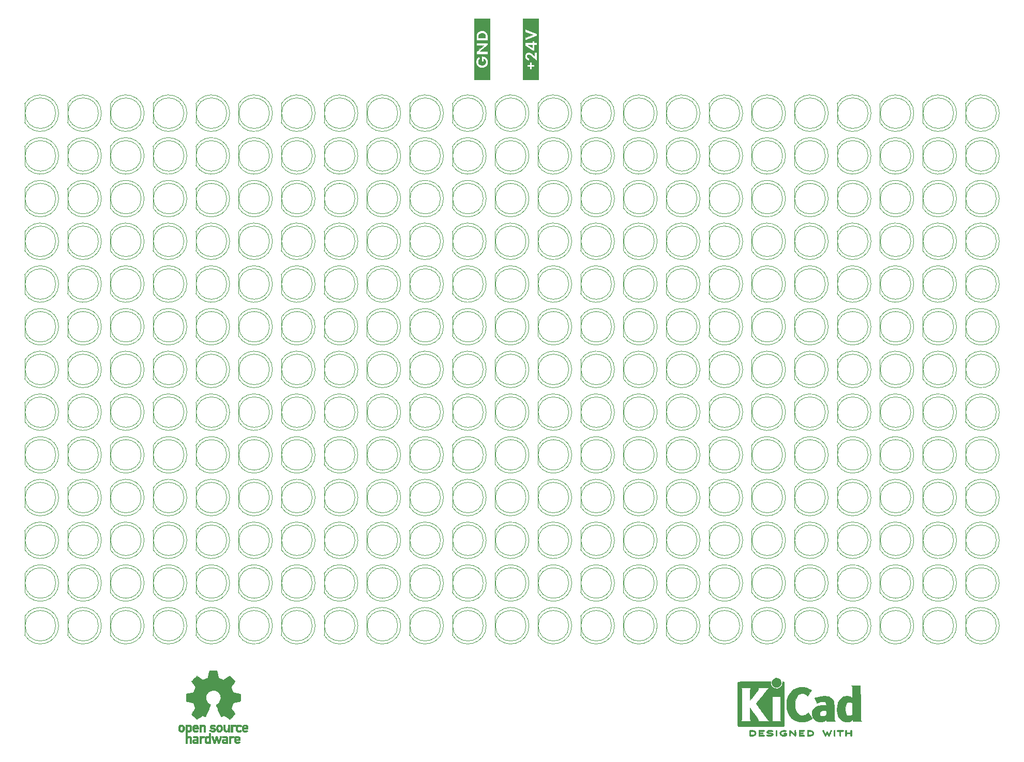
<source format=gbr>
%TF.GenerationSoftware,KiCad,Pcbnew,(6.0.6-0)*%
%TF.CreationDate,2022-07-15T18:49:22+02:00*%
%TF.ProjectId,laemp,6c61656d-702e-46b6-9963-61645f706362,1*%
%TF.SameCoordinates,Original*%
%TF.FileFunction,Legend,Top*%
%TF.FilePolarity,Positive*%
%FSLAX46Y46*%
G04 Gerber Fmt 4.6, Leading zero omitted, Abs format (unit mm)*
G04 Created by KiCad (PCBNEW (6.0.6-0)) date 2022-07-15 18:49:22*
%MOMM*%
%LPD*%
G01*
G04 APERTURE LIST*
%ADD10C,0.120000*%
%ADD11C,0.013333*%
%ADD12C,0.010000*%
G04 APERTURE END LIST*
D10*
%TO.C,D236*%
X191670000Y-53955000D02*
X191670000Y-57045000D01*
X191670000Y-57044830D02*
G75*
G03*
X197220000Y-55499538I2560000J1544830D01*
G01*
X197220000Y-55500462D02*
G75*
G03*
X191670000Y-53955170I-2990000J462D01*
G01*
X196730000Y-55500000D02*
G75*
G03*
X196730000Y-55500000I-2500000J0D01*
G01*
%TO.C,D299*%
X219670000Y-46955000D02*
X219670000Y-50045000D01*
X225220000Y-48500462D02*
G75*
G03*
X219670000Y-46955170I-2990000J462D01*
G01*
X219670000Y-50044830D02*
G75*
G03*
X225220000Y-48499538I2560000J1544830D01*
G01*
X224730000Y-48500000D02*
G75*
G03*
X224730000Y-48500000I-2500000J0D01*
G01*
%TO.C,D79*%
X107670000Y-46955000D02*
X107670000Y-50045000D01*
X107670000Y-50044830D02*
G75*
G03*
X113220000Y-48499538I2560000J1544830D01*
G01*
X113220000Y-48500462D02*
G75*
G03*
X107670000Y-46955170I-2990000J462D01*
G01*
X112730000Y-48500000D02*
G75*
G03*
X112730000Y-48500000I-2500000J0D01*
G01*
%TO.C,D92*%
X114670000Y-130955000D02*
X114670000Y-134045000D01*
X114670000Y-134044830D02*
G75*
G03*
X120220000Y-132499538I2560000J1544830D01*
G01*
X120220000Y-132500462D02*
G75*
G03*
X114670000Y-130955170I-2990000J462D01*
G01*
X119730000Y-132500000D02*
G75*
G03*
X119730000Y-132500000I-2500000J0D01*
G01*
%TO.C,D23*%
X72670000Y-67955000D02*
X72670000Y-71045000D01*
X72670000Y-71044830D02*
G75*
G03*
X78220000Y-69499538I2560000J1544830D01*
G01*
X78220000Y-69500462D02*
G75*
G03*
X72670000Y-67955170I-2990000J462D01*
G01*
X77730000Y-69500000D02*
G75*
G03*
X77730000Y-69500000I-2500000J0D01*
G01*
%TO.C,D228*%
X184670000Y-88955000D02*
X184670000Y-92045000D01*
X190220000Y-90500462D02*
G75*
G03*
X184670000Y-88955170I-2990000J462D01*
G01*
X184670000Y-92044830D02*
G75*
G03*
X190220000Y-90499538I2560000J1544830D01*
G01*
X189730000Y-90500000D02*
G75*
G03*
X189730000Y-90500000I-2500000J0D01*
G01*
%TO.C,D128*%
X128670000Y-60955000D02*
X128670000Y-64045000D01*
X134220000Y-62500462D02*
G75*
G03*
X128670000Y-60955170I-2990000J462D01*
G01*
X128670000Y-64044830D02*
G75*
G03*
X134220000Y-62499538I2560000J1544830D01*
G01*
X133730000Y-62500000D02*
G75*
G03*
X133730000Y-62500000I-2500000J0D01*
G01*
%TO.C,D99*%
X114670000Y-81955000D02*
X114670000Y-85045000D01*
X114670000Y-85044830D02*
G75*
G03*
X120220000Y-83499538I2560000J1544830D01*
G01*
X120220000Y-83500462D02*
G75*
G03*
X114670000Y-81955170I-2990000J462D01*
G01*
X119730000Y-83500000D02*
G75*
G03*
X119730000Y-83500000I-2500000J0D01*
G01*
%TO.C,D157*%
X149670000Y-46955000D02*
X149670000Y-50045000D01*
X149670000Y-50044830D02*
G75*
G03*
X155220000Y-48499538I2560000J1544830D01*
G01*
X155220000Y-48500462D02*
G75*
G03*
X149670000Y-46955170I-2990000J462D01*
G01*
X154730000Y-48500000D02*
G75*
G03*
X154730000Y-48500000I-2500000J0D01*
G01*
%TO.C,D280*%
X212670000Y-88955000D02*
X212670000Y-92045000D01*
X212670000Y-92044830D02*
G75*
G03*
X218220000Y-90499538I2560000J1544830D01*
G01*
X218220000Y-90500462D02*
G75*
G03*
X212670000Y-88955170I-2990000J462D01*
G01*
X217730000Y-90500000D02*
G75*
G03*
X217730000Y-90500000I-2500000J0D01*
G01*
%TO.C,D100*%
X114670000Y-74955000D02*
X114670000Y-78045000D01*
X114670000Y-78044830D02*
G75*
G03*
X120220000Y-76499538I2560000J1544830D01*
G01*
X120220000Y-76500462D02*
G75*
G03*
X114670000Y-74955170I-2990000J462D01*
G01*
X119730000Y-76500000D02*
G75*
G03*
X119730000Y-76500000I-2500000J0D01*
G01*
%TO.C,D25*%
X72670000Y-53955000D02*
X72670000Y-57045000D01*
X78220000Y-55500462D02*
G75*
G03*
X72670000Y-53955170I-2990000J462D01*
G01*
X72670000Y-57044830D02*
G75*
G03*
X78220000Y-55499538I2560000J1544830D01*
G01*
X77730000Y-55500000D02*
G75*
G03*
X77730000Y-55500000I-2500000J0D01*
G01*
%TO.C,D192*%
X163670000Y-109955000D02*
X163670000Y-113045000D01*
X163670000Y-113044830D02*
G75*
G03*
X169220000Y-111499538I2560000J1544830D01*
G01*
X169220000Y-111500462D02*
G75*
G03*
X163670000Y-109955170I-2990000J462D01*
G01*
X168730000Y-111500000D02*
G75*
G03*
X168730000Y-111500000I-2500000J0D01*
G01*
%TO.C,D289*%
X219670000Y-116955000D02*
X219670000Y-120045000D01*
X225220000Y-118500462D02*
G75*
G03*
X219670000Y-116955170I-2990000J462D01*
G01*
X219670000Y-120044830D02*
G75*
G03*
X225220000Y-118499538I2560000J1544830D01*
G01*
X224730000Y-118500000D02*
G75*
G03*
X224730000Y-118500000I-2500000J0D01*
G01*
%TO.C,D231*%
X184670000Y-67955000D02*
X184670000Y-71045000D01*
X190220000Y-69500462D02*
G75*
G03*
X184670000Y-67955170I-2990000J462D01*
G01*
X184670000Y-71044830D02*
G75*
G03*
X190220000Y-69499538I2560000J1544830D01*
G01*
X189730000Y-69500000D02*
G75*
G03*
X189730000Y-69500000I-2500000J0D01*
G01*
%TO.C,D204*%
X170670000Y-74955000D02*
X170670000Y-78045000D01*
X176220000Y-76500462D02*
G75*
G03*
X170670000Y-74955170I-2990000J462D01*
G01*
X170670000Y-78044830D02*
G75*
G03*
X176220000Y-76499538I2560000J1544830D01*
G01*
X175730000Y-76500000D02*
G75*
G03*
X175730000Y-76500000I-2500000J0D01*
G01*
%TO.C,D219*%
X177670000Y-116955000D02*
X177670000Y-120045000D01*
X177670000Y-120044830D02*
G75*
G03*
X183220000Y-118499538I2560000J1544830D01*
G01*
X183220000Y-118500462D02*
G75*
G03*
X177670000Y-116955170I-2990000J462D01*
G01*
X182730000Y-118500000D02*
G75*
G03*
X182730000Y-118500000I-2500000J0D01*
G01*
%TO.C,D9*%
X65670000Y-102955000D02*
X65670000Y-106045000D01*
X65670000Y-106044830D02*
G75*
G03*
X71220000Y-104499538I2560000J1544830D01*
G01*
X71220000Y-104500462D02*
G75*
G03*
X65670000Y-102955170I-2990000J462D01*
G01*
X70730000Y-104500000D02*
G75*
G03*
X70730000Y-104500000I-2500000J0D01*
G01*
%TO.C,D242*%
X191670000Y-95955000D02*
X191670000Y-99045000D01*
X191670000Y-99044830D02*
G75*
G03*
X197220000Y-97499538I2560000J1544830D01*
G01*
X197220000Y-97500462D02*
G75*
G03*
X191670000Y-95955170I-2990000J462D01*
G01*
X196730000Y-97500000D02*
G75*
G03*
X196730000Y-97500000I-2500000J0D01*
G01*
%TO.C,REF\u002A\u002A*%
G36*
X147230000Y-32998753D02*
G01*
X149769999Y-32998753D01*
X149769999Y-43000000D01*
X147230000Y-43000000D01*
X147230000Y-40869223D01*
X147903805Y-40869223D01*
X148341250Y-40869223D01*
X148341250Y-41303139D01*
X148665805Y-41303139D01*
X148665805Y-40869223D01*
X149103249Y-40869223D01*
X149103249Y-40512917D01*
X148665805Y-40512917D01*
X148665805Y-40079001D01*
X148337722Y-40079001D01*
X148337722Y-40512917D01*
X147903805Y-40512917D01*
X147903805Y-40869223D01*
X147230000Y-40869223D01*
X147230000Y-39154723D01*
X147540444Y-39154723D01*
X147540731Y-39179539D01*
X147541577Y-39203722D01*
X147542965Y-39227280D01*
X147544875Y-39250221D01*
X147547289Y-39272552D01*
X147550188Y-39294280D01*
X147553553Y-39315415D01*
X147557367Y-39335962D01*
X147561609Y-39355932D01*
X147566261Y-39375330D01*
X147571305Y-39394164D01*
X147576721Y-39412444D01*
X147588597Y-39447366D01*
X147601739Y-39480160D01*
X147615998Y-39510887D01*
X147631223Y-39539609D01*
X147647264Y-39566388D01*
X147663972Y-39591285D01*
X147681196Y-39614364D01*
X147698788Y-39635686D01*
X147716596Y-39655312D01*
X147734472Y-39673306D01*
X147758346Y-39694515D01*
X147783578Y-39714489D01*
X147810041Y-39733233D01*
X147837604Y-39750752D01*
X147866139Y-39767051D01*
X147895516Y-39782137D01*
X147925607Y-39796013D01*
X147956281Y-39808684D01*
X147987410Y-39820158D01*
X148018865Y-39830437D01*
X148050516Y-39839528D01*
X148082234Y-39847435D01*
X148113890Y-39854164D01*
X148145355Y-39859720D01*
X148176499Y-39864108D01*
X148207194Y-39867334D01*
X148207194Y-39433418D01*
X148192991Y-39433089D01*
X148178235Y-39432108D01*
X148163034Y-39430488D01*
X148147498Y-39428236D01*
X148131734Y-39425365D01*
X148115851Y-39421883D01*
X148099958Y-39417803D01*
X148084163Y-39413133D01*
X148068575Y-39407884D01*
X148053302Y-39402067D01*
X148038453Y-39395692D01*
X148024136Y-39388769D01*
X148010459Y-39381309D01*
X147997533Y-39373321D01*
X147985464Y-39364817D01*
X147974361Y-39355806D01*
X147967213Y-39348361D01*
X147960339Y-39340565D01*
X147953765Y-39332397D01*
X147947517Y-39323836D01*
X147941620Y-39314861D01*
X147936100Y-39305453D01*
X147930983Y-39295590D01*
X147926295Y-39285251D01*
X147922062Y-39274416D01*
X147918309Y-39263064D01*
X147915063Y-39251175D01*
X147912349Y-39238728D01*
X147910193Y-39225702D01*
X147908622Y-39212077D01*
X147907660Y-39197832D01*
X147907333Y-39182945D01*
X147907540Y-39169183D01*
X147908160Y-39155695D01*
X147909193Y-39142506D01*
X147910640Y-39129643D01*
X147912501Y-39117131D01*
X147914774Y-39104997D01*
X147917462Y-39093265D01*
X147920562Y-39081963D01*
X147924076Y-39071115D01*
X147928004Y-39060748D01*
X147932344Y-39050887D01*
X147937099Y-39041559D01*
X147942266Y-39032788D01*
X147947847Y-39024602D01*
X147953842Y-39017025D01*
X147960250Y-39010085D01*
X147968551Y-39001695D01*
X147977544Y-38993734D01*
X147987178Y-38986218D01*
X147997402Y-38979161D01*
X148008162Y-38972580D01*
X148019409Y-38966490D01*
X148031089Y-38960907D01*
X148043152Y-38955845D01*
X148055546Y-38951321D01*
X148068219Y-38947349D01*
X148081119Y-38943946D01*
X148094195Y-38941127D01*
X148107395Y-38938908D01*
X148120667Y-38937303D01*
X148133960Y-38936329D01*
X148147222Y-38936001D01*
X148159116Y-38936205D01*
X148170980Y-38936804D01*
X148194578Y-38939116D01*
X148217939Y-38942791D01*
X148240984Y-38947687D01*
X148263636Y-38953657D01*
X148285818Y-38960558D01*
X148307452Y-38968244D01*
X148328461Y-38976571D01*
X148348768Y-38985393D01*
X148368294Y-38994568D01*
X148386962Y-39003949D01*
X148404694Y-39013392D01*
X148437044Y-39031885D01*
X148464722Y-39048890D01*
X148503093Y-39075245D01*
X148548121Y-39108256D01*
X148597861Y-39146310D01*
X148650371Y-39187796D01*
X148703708Y-39231101D01*
X148755929Y-39274612D01*
X148805090Y-39316718D01*
X148849250Y-39355806D01*
X149463083Y-39920251D01*
X149463083Y-38484445D01*
X149466610Y-38484445D01*
X149463083Y-38480918D01*
X149463083Y-38484445D01*
X149099722Y-38484445D01*
X149099722Y-39133556D01*
X148909222Y-38936000D01*
X148866482Y-38890842D01*
X148825272Y-38847916D01*
X148785136Y-38807140D01*
X148745621Y-38768431D01*
X148706271Y-38731706D01*
X148686516Y-38714062D01*
X148666632Y-38696883D01*
X148646562Y-38680159D01*
X148626248Y-38663879D01*
X148605636Y-38648034D01*
X148584666Y-38632612D01*
X148560884Y-38615912D01*
X148537117Y-38600214D01*
X148513298Y-38585529D01*
X148489361Y-38571868D01*
X148465238Y-38559240D01*
X148440861Y-38547656D01*
X148416164Y-38537126D01*
X148391079Y-38527661D01*
X148365540Y-38519270D01*
X148339479Y-38511965D01*
X148312828Y-38505755D01*
X148285522Y-38500651D01*
X148257492Y-38496663D01*
X148228671Y-38493802D01*
X148198992Y-38492078D01*
X148168389Y-38491501D01*
X148132467Y-38492358D01*
X148097475Y-38494884D01*
X148063434Y-38499012D01*
X148030364Y-38504675D01*
X147998287Y-38511805D01*
X147967223Y-38520336D01*
X147937192Y-38530200D01*
X147908215Y-38541331D01*
X147880313Y-38553660D01*
X147853507Y-38567121D01*
X147827817Y-38581646D01*
X147803264Y-38597169D01*
X147779868Y-38613622D01*
X147757651Y-38630938D01*
X147736632Y-38649049D01*
X147716833Y-38667890D01*
X147691022Y-38697056D01*
X147676975Y-38714732D01*
X147662483Y-38734531D01*
X147647785Y-38756502D01*
X147633117Y-38780689D01*
X147618719Y-38807139D01*
X147604826Y-38835900D01*
X147591678Y-38867017D01*
X147579512Y-38900537D01*
X147568565Y-38936506D01*
X147559075Y-38974972D01*
X147551281Y-39015979D01*
X147545419Y-39059576D01*
X147541728Y-39105809D01*
X147540444Y-39154723D01*
X147230000Y-39154723D01*
X147230000Y-36900474D01*
X147582778Y-36900474D01*
X147582778Y-37408474D01*
X148863361Y-38237501D01*
X149110305Y-38237501D01*
X149110305Y-37316752D01*
X149466610Y-37316752D01*
X149466610Y-36900474D01*
X149110305Y-36900474D01*
X149110305Y-36674696D01*
X148764583Y-36674696D01*
X148764583Y-36900474D01*
X147582778Y-36900474D01*
X147230000Y-36900474D01*
X147230000Y-36586502D01*
X147582778Y-36586502D01*
X149463083Y-35789225D01*
X149463083Y-35496419D01*
X147582778Y-34699141D01*
X147582778Y-35168336D01*
X148785750Y-35644585D01*
X147582778Y-36120835D01*
X147582778Y-36586502D01*
X147230000Y-36586502D01*
X147230000Y-32998753D01*
G37*
D11*
X147230000Y-32998753D02*
X149769999Y-32998753D01*
X149769999Y-43000000D01*
X147230000Y-43000000D01*
X147230000Y-40869223D01*
X147903805Y-40869223D01*
X148341250Y-40869223D01*
X148341250Y-41303139D01*
X148665805Y-41303139D01*
X148665805Y-40869223D01*
X149103249Y-40869223D01*
X149103249Y-40512917D01*
X148665805Y-40512917D01*
X148665805Y-40079001D01*
X148337722Y-40079001D01*
X148337722Y-40512917D01*
X147903805Y-40512917D01*
X147903805Y-40869223D01*
X147230000Y-40869223D01*
X147230000Y-39154723D01*
X147540444Y-39154723D01*
X147540731Y-39179539D01*
X147541577Y-39203722D01*
X147542965Y-39227280D01*
X147544875Y-39250221D01*
X147547289Y-39272552D01*
X147550188Y-39294280D01*
X147553553Y-39315415D01*
X147557367Y-39335962D01*
X147561609Y-39355932D01*
X147566261Y-39375330D01*
X147571305Y-39394164D01*
X147576721Y-39412444D01*
X147588597Y-39447366D01*
X147601739Y-39480160D01*
X147615998Y-39510887D01*
X147631223Y-39539609D01*
X147647264Y-39566388D01*
X147663972Y-39591285D01*
X147681196Y-39614364D01*
X147698788Y-39635686D01*
X147716596Y-39655312D01*
X147734472Y-39673306D01*
X147758346Y-39694515D01*
X147783578Y-39714489D01*
X147810041Y-39733233D01*
X147837604Y-39750752D01*
X147866139Y-39767051D01*
X147895516Y-39782137D01*
X147925607Y-39796013D01*
X147956281Y-39808684D01*
X147987410Y-39820158D01*
X148018865Y-39830437D01*
X148050516Y-39839528D01*
X148082234Y-39847435D01*
X148113890Y-39854164D01*
X148145355Y-39859720D01*
X148176499Y-39864108D01*
X148207194Y-39867334D01*
X148207194Y-39433418D01*
X148192991Y-39433089D01*
X148178235Y-39432108D01*
X148163034Y-39430488D01*
X148147498Y-39428236D01*
X148131734Y-39425365D01*
X148115851Y-39421883D01*
X148099958Y-39417803D01*
X148084163Y-39413133D01*
X148068575Y-39407884D01*
X148053302Y-39402067D01*
X148038453Y-39395692D01*
X148024136Y-39388769D01*
X148010459Y-39381309D01*
X147997533Y-39373321D01*
X147985464Y-39364817D01*
X147974361Y-39355806D01*
X147967213Y-39348361D01*
X147960339Y-39340565D01*
X147953765Y-39332397D01*
X147947517Y-39323836D01*
X147941620Y-39314861D01*
X147936100Y-39305453D01*
X147930983Y-39295590D01*
X147926295Y-39285251D01*
X147922062Y-39274416D01*
X147918309Y-39263064D01*
X147915063Y-39251175D01*
X147912349Y-39238728D01*
X147910193Y-39225702D01*
X147908622Y-39212077D01*
X147907660Y-39197832D01*
X147907333Y-39182945D01*
X147907540Y-39169183D01*
X147908160Y-39155695D01*
X147909193Y-39142506D01*
X147910640Y-39129643D01*
X147912501Y-39117131D01*
X147914774Y-39104997D01*
X147917462Y-39093265D01*
X147920562Y-39081963D01*
X147924076Y-39071115D01*
X147928004Y-39060748D01*
X147932344Y-39050887D01*
X147937099Y-39041559D01*
X147942266Y-39032788D01*
X147947847Y-39024602D01*
X147953842Y-39017025D01*
X147960250Y-39010085D01*
X147968551Y-39001695D01*
X147977544Y-38993734D01*
X147987178Y-38986218D01*
X147997402Y-38979161D01*
X148008162Y-38972580D01*
X148019409Y-38966490D01*
X148031089Y-38960907D01*
X148043152Y-38955845D01*
X148055546Y-38951321D01*
X148068219Y-38947349D01*
X148081119Y-38943946D01*
X148094195Y-38941127D01*
X148107395Y-38938908D01*
X148120667Y-38937303D01*
X148133960Y-38936329D01*
X148147222Y-38936001D01*
X148159116Y-38936205D01*
X148170980Y-38936804D01*
X148194578Y-38939116D01*
X148217939Y-38942791D01*
X148240984Y-38947687D01*
X148263636Y-38953657D01*
X148285818Y-38960558D01*
X148307452Y-38968244D01*
X148328461Y-38976571D01*
X148348768Y-38985393D01*
X148368294Y-38994568D01*
X148386962Y-39003949D01*
X148404694Y-39013392D01*
X148437044Y-39031885D01*
X148464722Y-39048890D01*
X148503093Y-39075245D01*
X148548121Y-39108256D01*
X148597861Y-39146310D01*
X148650371Y-39187796D01*
X148703708Y-39231101D01*
X148755929Y-39274612D01*
X148805090Y-39316718D01*
X148849250Y-39355806D01*
X149463083Y-39920251D01*
X149463083Y-38484445D01*
X149466610Y-38484445D01*
X149463083Y-38480918D01*
X149463083Y-38484445D01*
X149099722Y-38484445D01*
X149099722Y-39133556D01*
X148909222Y-38936000D01*
X148866482Y-38890842D01*
X148825272Y-38847916D01*
X148785136Y-38807140D01*
X148745621Y-38768431D01*
X148706271Y-38731706D01*
X148686516Y-38714062D01*
X148666632Y-38696883D01*
X148646562Y-38680159D01*
X148626248Y-38663879D01*
X148605636Y-38648034D01*
X148584666Y-38632612D01*
X148560884Y-38615912D01*
X148537117Y-38600214D01*
X148513298Y-38585529D01*
X148489361Y-38571868D01*
X148465238Y-38559240D01*
X148440861Y-38547656D01*
X148416164Y-38537126D01*
X148391079Y-38527661D01*
X148365540Y-38519270D01*
X148339479Y-38511965D01*
X148312828Y-38505755D01*
X148285522Y-38500651D01*
X148257492Y-38496663D01*
X148228671Y-38493802D01*
X148198992Y-38492078D01*
X148168389Y-38491501D01*
X148132467Y-38492358D01*
X148097475Y-38494884D01*
X148063434Y-38499012D01*
X148030364Y-38504675D01*
X147998287Y-38511805D01*
X147967223Y-38520336D01*
X147937192Y-38530200D01*
X147908215Y-38541331D01*
X147880313Y-38553660D01*
X147853507Y-38567121D01*
X147827817Y-38581646D01*
X147803264Y-38597169D01*
X147779868Y-38613622D01*
X147757651Y-38630938D01*
X147736632Y-38649049D01*
X147716833Y-38667890D01*
X147691022Y-38697056D01*
X147676975Y-38714732D01*
X147662483Y-38734531D01*
X147647785Y-38756502D01*
X147633117Y-38780689D01*
X147618719Y-38807139D01*
X147604826Y-38835900D01*
X147591678Y-38867017D01*
X147579512Y-38900537D01*
X147568565Y-38936506D01*
X147559075Y-38974972D01*
X147551281Y-39015979D01*
X147545419Y-39059576D01*
X147541728Y-39105809D01*
X147540444Y-39154723D01*
X147230000Y-39154723D01*
X147230000Y-36900474D01*
X147582778Y-36900474D01*
X147582778Y-37408474D01*
X148863361Y-38237501D01*
X149110305Y-38237501D01*
X149110305Y-37316752D01*
X149466610Y-37316752D01*
X149466610Y-36900474D01*
X149110305Y-36900474D01*
X149110305Y-36674696D01*
X148764583Y-36674696D01*
X148764583Y-36900474D01*
X147582778Y-36900474D01*
X147230000Y-36900474D01*
X147230000Y-36586502D01*
X147582778Y-36586502D01*
X149463083Y-35789225D01*
X149463083Y-35496419D01*
X147582778Y-34699141D01*
X147582778Y-35168336D01*
X148785750Y-35644585D01*
X147582778Y-36120835D01*
X147582778Y-36586502D01*
X147230000Y-36586502D01*
X147230000Y-32998753D01*
G36*
X148761055Y-37778890D02*
G01*
X148030805Y-37316752D01*
X148761055Y-37316752D01*
X148761055Y-37778890D01*
G37*
X148761055Y-37778890D02*
X148030805Y-37316752D01*
X148761055Y-37316752D01*
X148761055Y-37778890D01*
D10*
%TO.C,D40*%
X86670000Y-130955000D02*
X86670000Y-134045000D01*
X92220000Y-132500462D02*
G75*
G03*
X86670000Y-130955170I-2990000J462D01*
G01*
X86670000Y-134044830D02*
G75*
G03*
X92220000Y-132499538I2560000J1544830D01*
G01*
X91730000Y-132500000D02*
G75*
G03*
X91730000Y-132500000I-2500000J0D01*
G01*
%TO.C,D20*%
X72670000Y-88955000D02*
X72670000Y-92045000D01*
X78220000Y-90500462D02*
G75*
G03*
X72670000Y-88955170I-2990000J462D01*
G01*
X72670000Y-92044830D02*
G75*
G03*
X78220000Y-90499538I2560000J1544830D01*
G01*
X77730000Y-90500000D02*
G75*
G03*
X77730000Y-90500000I-2500000J0D01*
G01*
%TO.C,D45*%
X86670000Y-95955000D02*
X86670000Y-99045000D01*
X92220000Y-97500462D02*
G75*
G03*
X86670000Y-95955170I-2990000J462D01*
G01*
X86670000Y-99044830D02*
G75*
G03*
X92220000Y-97499538I2560000J1544830D01*
G01*
X91730000Y-97500000D02*
G75*
G03*
X91730000Y-97500000I-2500000J0D01*
G01*
%TO.C,D267*%
X205670000Y-88955000D02*
X205670000Y-92045000D01*
X205670000Y-92044830D02*
G75*
G03*
X211220000Y-90499538I2560000J1544830D01*
G01*
X211220000Y-90500462D02*
G75*
G03*
X205670000Y-88955170I-2990000J462D01*
G01*
X210730000Y-90500000D02*
G75*
G03*
X210730000Y-90500000I-2500000J0D01*
G01*
%TO.C,D82*%
X107670000Y-67955000D02*
X107670000Y-71045000D01*
X113220000Y-69500462D02*
G75*
G03*
X107670000Y-67955170I-2990000J462D01*
G01*
X107670000Y-71044830D02*
G75*
G03*
X113220000Y-69499538I2560000J1544830D01*
G01*
X112730000Y-69500000D02*
G75*
G03*
X112730000Y-69500000I-2500000J0D01*
G01*
%TO.C,D70*%
X100670000Y-102955000D02*
X100670000Y-106045000D01*
X100670000Y-106044830D02*
G75*
G03*
X106220000Y-104499538I2560000J1544830D01*
G01*
X106220000Y-104500462D02*
G75*
G03*
X100670000Y-102955170I-2990000J462D01*
G01*
X105730000Y-104500000D02*
G75*
G03*
X105730000Y-104500000I-2500000J0D01*
G01*
%TO.C,D12*%
X65670000Y-123955000D02*
X65670000Y-127045000D01*
X71220000Y-125500462D02*
G75*
G03*
X65670000Y-123955170I-2990000J462D01*
G01*
X65670000Y-127044830D02*
G75*
G03*
X71220000Y-125499538I2560000J1544830D01*
G01*
X70730000Y-125500000D02*
G75*
G03*
X70730000Y-125500000I-2500000J0D01*
G01*
%TO.C,D47*%
X86670000Y-81955000D02*
X86670000Y-85045000D01*
X92220000Y-83500462D02*
G75*
G03*
X86670000Y-81955170I-2990000J462D01*
G01*
X86670000Y-85044830D02*
G75*
G03*
X92220000Y-83499538I2560000J1544830D01*
G01*
X91730000Y-83500000D02*
G75*
G03*
X91730000Y-83500000I-2500000J0D01*
G01*
%TO.C,D154*%
X142670000Y-60955000D02*
X142670000Y-64045000D01*
X142670000Y-64044830D02*
G75*
G03*
X148220000Y-62499538I2560000J1544830D01*
G01*
X148220000Y-62500462D02*
G75*
G03*
X142670000Y-60955170I-2990000J462D01*
G01*
X147730000Y-62500000D02*
G75*
G03*
X147730000Y-62500000I-2500000J0D01*
G01*
%TO.C,D271*%
X205670000Y-116955000D02*
X205670000Y-120045000D01*
X211220000Y-118500462D02*
G75*
G03*
X205670000Y-116955170I-2990000J462D01*
G01*
X205670000Y-120044830D02*
G75*
G03*
X211220000Y-118499538I2560000J1544830D01*
G01*
X210730000Y-118500000D02*
G75*
G03*
X210730000Y-118500000I-2500000J0D01*
G01*
%TO.C,D106*%
X121670000Y-53955000D02*
X121670000Y-57045000D01*
X127220000Y-55500462D02*
G75*
G03*
X121670000Y-53955170I-2990000J462D01*
G01*
X121670000Y-57044830D02*
G75*
G03*
X127220000Y-55499538I2560000J1544830D01*
G01*
X126730000Y-55500000D02*
G75*
G03*
X126730000Y-55500000I-2500000J0D01*
G01*
%TO.C,D78*%
X100670000Y-46955000D02*
X100670000Y-50045000D01*
X106220000Y-48500462D02*
G75*
G03*
X100670000Y-46955170I-2990000J462D01*
G01*
X100670000Y-50044830D02*
G75*
G03*
X106220000Y-48499538I2560000J1544830D01*
G01*
X105730000Y-48500000D02*
G75*
G03*
X105730000Y-48500000I-2500000J0D01*
G01*
%TO.C,D269*%
X205670000Y-102955000D02*
X205670000Y-106045000D01*
X205670000Y-106044830D02*
G75*
G03*
X211220000Y-104499538I2560000J1544830D01*
G01*
X211220000Y-104500462D02*
G75*
G03*
X205670000Y-102955170I-2990000J462D01*
G01*
X210730000Y-104500000D02*
G75*
G03*
X210730000Y-104500000I-2500000J0D01*
G01*
%TO.C,D145*%
X142670000Y-123955000D02*
X142670000Y-127045000D01*
X148220000Y-125500462D02*
G75*
G03*
X142670000Y-123955170I-2990000J462D01*
G01*
X142670000Y-127044830D02*
G75*
G03*
X148220000Y-125499538I2560000J1544830D01*
G01*
X147730000Y-125500000D02*
G75*
G03*
X147730000Y-125500000I-2500000J0D01*
G01*
%TO.C,D216*%
X177670000Y-95955000D02*
X177670000Y-99045000D01*
X177670000Y-99044830D02*
G75*
G03*
X183220000Y-97499538I2560000J1544830D01*
G01*
X183220000Y-97500462D02*
G75*
G03*
X177670000Y-95955170I-2990000J462D01*
G01*
X182730000Y-97500000D02*
G75*
G03*
X182730000Y-97500000I-2500000J0D01*
G01*
%TO.C,D152*%
X142670000Y-74955000D02*
X142670000Y-78045000D01*
X142670000Y-78044830D02*
G75*
G03*
X148220000Y-76499538I2560000J1544830D01*
G01*
X148220000Y-76500462D02*
G75*
G03*
X142670000Y-74955170I-2990000J462D01*
G01*
X147730000Y-76500000D02*
G75*
G03*
X147730000Y-76500000I-2500000J0D01*
G01*
%TO.C,D16*%
X72670000Y-116955000D02*
X72670000Y-120045000D01*
X72670000Y-120044830D02*
G75*
G03*
X78220000Y-118499538I2560000J1544830D01*
G01*
X78220000Y-118500462D02*
G75*
G03*
X72670000Y-116955170I-2990000J462D01*
G01*
X77730000Y-118500000D02*
G75*
G03*
X77730000Y-118500000I-2500000J0D01*
G01*
%TO.C,D234*%
X184670000Y-46955000D02*
X184670000Y-50045000D01*
X190220000Y-48500462D02*
G75*
G03*
X184670000Y-46955170I-2990000J462D01*
G01*
X184670000Y-50044830D02*
G75*
G03*
X190220000Y-48499538I2560000J1544830D01*
G01*
X189730000Y-48500000D02*
G75*
G03*
X189730000Y-48500000I-2500000J0D01*
G01*
%TO.C,D266*%
X205670000Y-81955000D02*
X205670000Y-85045000D01*
X211220000Y-83500462D02*
G75*
G03*
X205670000Y-81955170I-2990000J462D01*
G01*
X205670000Y-85044830D02*
G75*
G03*
X211220000Y-83499538I2560000J1544830D01*
G01*
X210730000Y-83500000D02*
G75*
G03*
X210730000Y-83500000I-2500000J0D01*
G01*
%TO.C,D189*%
X163670000Y-88955000D02*
X163670000Y-92045000D01*
X163670000Y-92044830D02*
G75*
G03*
X169220000Y-90499538I2560000J1544830D01*
G01*
X169220000Y-90500462D02*
G75*
G03*
X163670000Y-88955170I-2990000J462D01*
G01*
X168730000Y-90500000D02*
G75*
G03*
X168730000Y-90500000I-2500000J0D01*
G01*
%TO.C,D181*%
X156670000Y-53955000D02*
X156670000Y-57045000D01*
X162220000Y-55500462D02*
G75*
G03*
X156670000Y-53955170I-2990000J462D01*
G01*
X156670000Y-57044830D02*
G75*
G03*
X162220000Y-55499538I2560000J1544830D01*
G01*
X161730000Y-55500000D02*
G75*
G03*
X161730000Y-55500000I-2500000J0D01*
G01*
%TO.C,D89*%
X107670000Y-116955000D02*
X107670000Y-120045000D01*
X107670000Y-120044830D02*
G75*
G03*
X113220000Y-118499538I2560000J1544830D01*
G01*
X113220000Y-118500462D02*
G75*
G03*
X107670000Y-116955170I-2990000J462D01*
G01*
X112730000Y-118500000D02*
G75*
G03*
X112730000Y-118500000I-2500000J0D01*
G01*
%TO.C,D209*%
X177670000Y-46955000D02*
X177670000Y-50045000D01*
X177670000Y-50044830D02*
G75*
G03*
X183220000Y-48499538I2560000J1544830D01*
G01*
X183220000Y-48500462D02*
G75*
G03*
X177670000Y-46955170I-2990000J462D01*
G01*
X182730000Y-48500000D02*
G75*
G03*
X182730000Y-48500000I-2500000J0D01*
G01*
%TO.C,D224*%
X184670000Y-116955000D02*
X184670000Y-120045000D01*
X184670000Y-120044830D02*
G75*
G03*
X190220000Y-118499538I2560000J1544830D01*
G01*
X190220000Y-118500462D02*
G75*
G03*
X184670000Y-116955170I-2990000J462D01*
G01*
X189730000Y-118500000D02*
G75*
G03*
X189730000Y-118500000I-2500000J0D01*
G01*
%TO.C,D19*%
X72670000Y-95955000D02*
X72670000Y-99045000D01*
X72670000Y-99044830D02*
G75*
G03*
X78220000Y-97499538I2560000J1544830D01*
G01*
X78220000Y-97500462D02*
G75*
G03*
X72670000Y-95955170I-2990000J462D01*
G01*
X77730000Y-97500000D02*
G75*
G03*
X77730000Y-97500000I-2500000J0D01*
G01*
%TO.C,D2*%
X65670000Y-53955000D02*
X65670000Y-57045000D01*
X71220000Y-55500462D02*
G75*
G03*
X65670000Y-53955170I-2990000J462D01*
G01*
X65670000Y-57044830D02*
G75*
G03*
X71220000Y-55499538I2560000J1544830D01*
G01*
X70730000Y-55500000D02*
G75*
G03*
X70730000Y-55500000I-2500000J0D01*
G01*
%TO.C,D141*%
X135670000Y-116955000D02*
X135670000Y-120045000D01*
X135670000Y-120044830D02*
G75*
G03*
X141220000Y-118499538I2560000J1544830D01*
G01*
X141220000Y-118500462D02*
G75*
G03*
X135670000Y-116955170I-2990000J462D01*
G01*
X140730000Y-118500000D02*
G75*
G03*
X140730000Y-118500000I-2500000J0D01*
G01*
%TO.C,D91*%
X107670000Y-130955000D02*
X107670000Y-134045000D01*
X107670000Y-134044830D02*
G75*
G03*
X113220000Y-132499538I2560000J1544830D01*
G01*
X113220000Y-132500462D02*
G75*
G03*
X107670000Y-130955170I-2990000J462D01*
G01*
X112730000Y-132500000D02*
G75*
G03*
X112730000Y-132500000I-2500000J0D01*
G01*
%TO.C,D150*%
X142670000Y-88955000D02*
X142670000Y-92045000D01*
X148220000Y-90500462D02*
G75*
G03*
X142670000Y-88955170I-2990000J462D01*
G01*
X142670000Y-92044830D02*
G75*
G03*
X148220000Y-90499538I2560000J1544830D01*
G01*
X147730000Y-90500000D02*
G75*
G03*
X147730000Y-90500000I-2500000J0D01*
G01*
%TO.C,D277*%
X212670000Y-67955000D02*
X212670000Y-71045000D01*
X218220000Y-69500462D02*
G75*
G03*
X212670000Y-67955170I-2990000J462D01*
G01*
X212670000Y-71044830D02*
G75*
G03*
X218220000Y-69499538I2560000J1544830D01*
G01*
X217730000Y-69500000D02*
G75*
G03*
X217730000Y-69500000I-2500000J0D01*
G01*
%TO.C,D118*%
X128670000Y-130955000D02*
X128670000Y-134045000D01*
X134220000Y-132500462D02*
G75*
G03*
X128670000Y-130955170I-2990000J462D01*
G01*
X128670000Y-134044830D02*
G75*
G03*
X134220000Y-132499538I2560000J1544830D01*
G01*
X133730000Y-132500000D02*
G75*
G03*
X133730000Y-132500000I-2500000J0D01*
G01*
%TO.C,D33*%
X79670000Y-88955000D02*
X79670000Y-92045000D01*
X85220000Y-90500462D02*
G75*
G03*
X79670000Y-88955170I-2990000J462D01*
G01*
X79670000Y-92044830D02*
G75*
G03*
X85220000Y-90499538I2560000J1544830D01*
G01*
X84730000Y-90500000D02*
G75*
G03*
X84730000Y-90500000I-2500000J0D01*
G01*
%TO.C,D188*%
X163670000Y-81955000D02*
X163670000Y-85045000D01*
X169220000Y-83500462D02*
G75*
G03*
X163670000Y-81955170I-2990000J462D01*
G01*
X163670000Y-85044830D02*
G75*
G03*
X169220000Y-83499538I2560000J1544830D01*
G01*
X168730000Y-83500000D02*
G75*
G03*
X168730000Y-83500000I-2500000J0D01*
G01*
%TO.C,D143*%
X135670000Y-130955000D02*
X135670000Y-134045000D01*
X135670000Y-134044830D02*
G75*
G03*
X141220000Y-132499538I2560000J1544830D01*
G01*
X141220000Y-132500462D02*
G75*
G03*
X135670000Y-130955170I-2990000J462D01*
G01*
X140730000Y-132500000D02*
G75*
G03*
X140730000Y-132500000I-2500000J0D01*
G01*
%TO.C,D206*%
X170670000Y-60955000D02*
X170670000Y-64045000D01*
X176220000Y-62500462D02*
G75*
G03*
X170670000Y-60955170I-2990000J462D01*
G01*
X170670000Y-64044830D02*
G75*
G03*
X176220000Y-62499538I2560000J1544830D01*
G01*
X175730000Y-62500000D02*
G75*
G03*
X175730000Y-62500000I-2500000J0D01*
G01*
%TO.C,D121*%
X128670000Y-109955000D02*
X128670000Y-113045000D01*
X134220000Y-111500462D02*
G75*
G03*
X128670000Y-109955170I-2990000J462D01*
G01*
X128670000Y-113044830D02*
G75*
G03*
X134220000Y-111499538I2560000J1544830D01*
G01*
X133730000Y-111500000D02*
G75*
G03*
X133730000Y-111500000I-2500000J0D01*
G01*
%TO.C,D151*%
X142670000Y-81955000D02*
X142670000Y-85045000D01*
X142670000Y-85044830D02*
G75*
G03*
X148220000Y-83499538I2560000J1544830D01*
G01*
X148220000Y-83500462D02*
G75*
G03*
X142670000Y-81955170I-2990000J462D01*
G01*
X147730000Y-83500000D02*
G75*
G03*
X147730000Y-83500000I-2500000J0D01*
G01*
%TO.C,D21*%
X72670000Y-81955000D02*
X72670000Y-85045000D01*
X78220000Y-83500462D02*
G75*
G03*
X72670000Y-81955170I-2990000J462D01*
G01*
X72670000Y-85044830D02*
G75*
G03*
X78220000Y-83499538I2560000J1544830D01*
G01*
X77730000Y-83500000D02*
G75*
G03*
X77730000Y-83500000I-2500000J0D01*
G01*
%TO.C,D113*%
X121670000Y-102955000D02*
X121670000Y-106045000D01*
X121670000Y-106044830D02*
G75*
G03*
X127220000Y-104499538I2560000J1544830D01*
G01*
X127220000Y-104500462D02*
G75*
G03*
X121670000Y-102955170I-2990000J462D01*
G01*
X126730000Y-104500000D02*
G75*
G03*
X126730000Y-104500000I-2500000J0D01*
G01*
%TO.C,D29*%
X79670000Y-60955000D02*
X79670000Y-64045000D01*
X79670000Y-64044830D02*
G75*
G03*
X85220000Y-62499538I2560000J1544830D01*
G01*
X85220000Y-62500462D02*
G75*
G03*
X79670000Y-60955170I-2990000J462D01*
G01*
X84730000Y-62500000D02*
G75*
G03*
X84730000Y-62500000I-2500000J0D01*
G01*
%TO.C,D124*%
X128670000Y-88955000D02*
X128670000Y-92045000D01*
X128670000Y-92044830D02*
G75*
G03*
X134220000Y-90499538I2560000J1544830D01*
G01*
X134220000Y-90500462D02*
G75*
G03*
X128670000Y-88955170I-2990000J462D01*
G01*
X133730000Y-90500000D02*
G75*
G03*
X133730000Y-90500000I-2500000J0D01*
G01*
%TO.C,D133*%
X135670000Y-60955000D02*
X135670000Y-64045000D01*
X135670000Y-64044830D02*
G75*
G03*
X141220000Y-62499538I2560000J1544830D01*
G01*
X141220000Y-62500462D02*
G75*
G03*
X135670000Y-60955170I-2990000J462D01*
G01*
X140730000Y-62500000D02*
G75*
G03*
X140730000Y-62500000I-2500000J0D01*
G01*
%TO.C,D295*%
X219670000Y-74955000D02*
X219670000Y-78045000D01*
X219670000Y-78044830D02*
G75*
G03*
X225220000Y-76499538I2560000J1544830D01*
G01*
X225220000Y-76500462D02*
G75*
G03*
X219670000Y-74955170I-2990000J462D01*
G01*
X224730000Y-76500000D02*
G75*
G03*
X224730000Y-76500000I-2500000J0D01*
G01*
%TO.C,D173*%
X156670000Y-109955000D02*
X156670000Y-113045000D01*
X162220000Y-111500462D02*
G75*
G03*
X156670000Y-109955170I-2990000J462D01*
G01*
X156670000Y-113044830D02*
G75*
G03*
X162220000Y-111499538I2560000J1544830D01*
G01*
X161730000Y-111500000D02*
G75*
G03*
X161730000Y-111500000I-2500000J0D01*
G01*
%TO.C,REF\u002A\u002A*%
G36*
X192971823Y-149606667D02*
G01*
X193073484Y-149607884D01*
X193151389Y-149610730D01*
X193208688Y-149615874D01*
X193248534Y-149623984D01*
X193274075Y-149635731D01*
X193288464Y-149651782D01*
X193294852Y-149672808D01*
X193296388Y-149699476D01*
X193296396Y-149702626D01*
X193295062Y-149732790D01*
X193288758Y-149756103D01*
X193274029Y-149773506D01*
X193247422Y-149785940D01*
X193205481Y-149794345D01*
X193144753Y-149799665D01*
X193061783Y-149802839D01*
X192953118Y-149804809D01*
X192919812Y-149805245D01*
X192597520Y-149809310D01*
X192593013Y-149895730D01*
X192588505Y-149982150D01*
X192812370Y-149982150D01*
X192899828Y-149982473D01*
X192962276Y-149983837D01*
X193004761Y-149986839D01*
X193032330Y-149992073D01*
X193050029Y-150000135D01*
X193062904Y-150011620D01*
X193062987Y-150011711D01*
X193086337Y-150056471D01*
X193085493Y-150104847D01*
X193060986Y-150146086D01*
X193056136Y-150150325D01*
X193038922Y-150161249D01*
X193015333Y-150168849D01*
X192980114Y-150173697D01*
X192928007Y-150176366D01*
X192853757Y-150177428D01*
X192806269Y-150177535D01*
X192590005Y-150177535D01*
X192590005Y-150387949D01*
X192918327Y-150387949D01*
X193026725Y-150388139D01*
X193109042Y-150388914D01*
X193169256Y-150390584D01*
X193211342Y-150393458D01*
X193239278Y-150397847D01*
X193257041Y-150404059D01*
X193268607Y-150412404D01*
X193271522Y-150415434D01*
X193293043Y-150457434D01*
X193294617Y-150505214D01*
X193276962Y-150546642D01*
X193262992Y-150559937D01*
X193248461Y-150567256D01*
X193225945Y-150572919D01*
X193191883Y-150577123D01*
X193142714Y-150580068D01*
X193074875Y-150581951D01*
X192984805Y-150582970D01*
X192868944Y-150583325D01*
X192842750Y-150583334D01*
X192724946Y-150583256D01*
X192633503Y-150582831D01*
X192564721Y-150581766D01*
X192514903Y-150579769D01*
X192480347Y-150576550D01*
X192457357Y-150571816D01*
X192442233Y-150565277D01*
X192431276Y-150556641D01*
X192425265Y-150550440D01*
X192416217Y-150539457D01*
X192409149Y-150525852D01*
X192403816Y-150506056D01*
X192399975Y-150476502D01*
X192397382Y-150433621D01*
X192395794Y-150373845D01*
X192394968Y-150293607D01*
X192394659Y-150189339D01*
X192394621Y-150101580D01*
X192394715Y-149978608D01*
X192395164Y-149882069D01*
X192396215Y-149808339D01*
X192398117Y-149753790D01*
X192401116Y-149714799D01*
X192405462Y-149687739D01*
X192411401Y-149668984D01*
X192419182Y-149654910D01*
X192425771Y-149646011D01*
X192456921Y-149606410D01*
X192843255Y-149606410D01*
X192971823Y-149606667D01*
G37*
D12*
X192971823Y-149606667D02*
X193073484Y-149607884D01*
X193151389Y-149610730D01*
X193208688Y-149615874D01*
X193248534Y-149623984D01*
X193274075Y-149635731D01*
X193288464Y-149651782D01*
X193294852Y-149672808D01*
X193296388Y-149699476D01*
X193296396Y-149702626D01*
X193295062Y-149732790D01*
X193288758Y-149756103D01*
X193274029Y-149773506D01*
X193247422Y-149785940D01*
X193205481Y-149794345D01*
X193144753Y-149799665D01*
X193061783Y-149802839D01*
X192953118Y-149804809D01*
X192919812Y-149805245D01*
X192597520Y-149809310D01*
X192593013Y-149895730D01*
X192588505Y-149982150D01*
X192812370Y-149982150D01*
X192899828Y-149982473D01*
X192962276Y-149983837D01*
X193004761Y-149986839D01*
X193032330Y-149992073D01*
X193050029Y-150000135D01*
X193062904Y-150011620D01*
X193062987Y-150011711D01*
X193086337Y-150056471D01*
X193085493Y-150104847D01*
X193060986Y-150146086D01*
X193056136Y-150150325D01*
X193038922Y-150161249D01*
X193015333Y-150168849D01*
X192980114Y-150173697D01*
X192928007Y-150176366D01*
X192853757Y-150177428D01*
X192806269Y-150177535D01*
X192590005Y-150177535D01*
X192590005Y-150387949D01*
X192918327Y-150387949D01*
X193026725Y-150388139D01*
X193109042Y-150388914D01*
X193169256Y-150390584D01*
X193211342Y-150393458D01*
X193239278Y-150397847D01*
X193257041Y-150404059D01*
X193268607Y-150412404D01*
X193271522Y-150415434D01*
X193293043Y-150457434D01*
X193294617Y-150505214D01*
X193276962Y-150546642D01*
X193262992Y-150559937D01*
X193248461Y-150567256D01*
X193225945Y-150572919D01*
X193191883Y-150577123D01*
X193142714Y-150580068D01*
X193074875Y-150581951D01*
X192984805Y-150582970D01*
X192868944Y-150583325D01*
X192842750Y-150583334D01*
X192724946Y-150583256D01*
X192633503Y-150582831D01*
X192564721Y-150581766D01*
X192514903Y-150579769D01*
X192480347Y-150576550D01*
X192457357Y-150571816D01*
X192442233Y-150565277D01*
X192431276Y-150556641D01*
X192425265Y-150550440D01*
X192416217Y-150539457D01*
X192409149Y-150525852D01*
X192403816Y-150506056D01*
X192399975Y-150476502D01*
X192397382Y-150433621D01*
X192395794Y-150373845D01*
X192394968Y-150293607D01*
X192394659Y-150189339D01*
X192394621Y-150101580D01*
X192394715Y-149978608D01*
X192395164Y-149882069D01*
X192396215Y-149808339D01*
X192398117Y-149753790D01*
X192401116Y-149714799D01*
X192405462Y-149687739D01*
X192411401Y-149668984D01*
X192419182Y-149654910D01*
X192425771Y-149646011D01*
X192456921Y-149606410D01*
X192843255Y-149606410D01*
X192971823Y-149606667D01*
G36*
X188772490Y-149636470D02*
G01*
X188781252Y-149646552D01*
X188788125Y-149659559D01*
X188793338Y-149678975D01*
X188797119Y-149708284D01*
X188799697Y-149750971D01*
X188801300Y-149810519D01*
X188802158Y-149890414D01*
X188802497Y-149994140D01*
X188802550Y-150094872D01*
X188802457Y-150219816D01*
X188802026Y-150318185D01*
X188801030Y-150393465D01*
X188799238Y-150449138D01*
X188796424Y-150488690D01*
X188792357Y-150515605D01*
X188786811Y-150533367D01*
X188779556Y-150545461D01*
X188772490Y-150553274D01*
X188728551Y-150579476D01*
X188681733Y-150577125D01*
X188639844Y-150548548D01*
X188630219Y-150537391D01*
X188622698Y-150524447D01*
X188617019Y-150506136D01*
X188612926Y-150478882D01*
X188610158Y-150439104D01*
X188608457Y-150383226D01*
X188607564Y-150307668D01*
X188607220Y-150208852D01*
X188607165Y-150096978D01*
X188607165Y-149680192D01*
X188644056Y-149643301D01*
X188689528Y-149612264D01*
X188733637Y-149611145D01*
X188772490Y-149636470D01*
G37*
X188772490Y-149636470D02*
X188781252Y-149646552D01*
X188788125Y-149659559D01*
X188793338Y-149678975D01*
X188797119Y-149708284D01*
X188799697Y-149750971D01*
X188801300Y-149810519D01*
X188802158Y-149890414D01*
X188802497Y-149994140D01*
X188802550Y-150094872D01*
X188802457Y-150219816D01*
X188802026Y-150318185D01*
X188801030Y-150393465D01*
X188799238Y-150449138D01*
X188796424Y-150488690D01*
X188792357Y-150515605D01*
X188786811Y-150533367D01*
X188779556Y-150545461D01*
X188772490Y-150553274D01*
X188728551Y-150579476D01*
X188681733Y-150577125D01*
X188639844Y-150548548D01*
X188630219Y-150537391D01*
X188622698Y-150524447D01*
X188617019Y-150506136D01*
X188612926Y-150478882D01*
X188610158Y-150439104D01*
X188608457Y-150383226D01*
X188607564Y-150307668D01*
X188607220Y-150208852D01*
X188607165Y-150096978D01*
X188607165Y-149680192D01*
X188644056Y-149643301D01*
X188689528Y-149612264D01*
X188733637Y-149611145D01*
X188772490Y-149636470D01*
G36*
X200957966Y-149613688D02*
G01*
X200999742Y-149643301D01*
X201036632Y-149680192D01*
X201036632Y-150092162D01*
X201036536Y-150214486D01*
X201036079Y-150310398D01*
X201035010Y-150383544D01*
X201033078Y-150437570D01*
X201030030Y-150476123D01*
X201025616Y-150502848D01*
X201019583Y-150521394D01*
X201011681Y-150535405D01*
X201005482Y-150543733D01*
X200964568Y-150576449D01*
X200917589Y-150580000D01*
X200874651Y-150559937D01*
X200860463Y-150548092D01*
X200850979Y-150532358D01*
X200845258Y-150507022D01*
X200842360Y-150466370D01*
X200841345Y-150404688D01*
X200841248Y-150357038D01*
X200841248Y-150177535D01*
X200179946Y-150177535D01*
X200179946Y-150340833D01*
X200179262Y-150415505D01*
X200176526Y-150466824D01*
X200170711Y-150501477D01*
X200160791Y-150526155D01*
X200148796Y-150543733D01*
X200107653Y-150576357D01*
X200061124Y-150580220D01*
X200016580Y-150557032D01*
X200004419Y-150544876D01*
X199995830Y-150528761D01*
X199990165Y-150503660D01*
X199986776Y-150464544D01*
X199985015Y-150406386D01*
X199984235Y-150324158D01*
X199984143Y-150305286D01*
X199983499Y-150150357D01*
X199983167Y-150022674D01*
X199983275Y-149919427D01*
X199983952Y-149837803D01*
X199985325Y-149774992D01*
X199987523Y-149728181D01*
X199990673Y-149694559D01*
X199994905Y-149671315D01*
X200000345Y-149655636D01*
X200007122Y-149644711D01*
X200014621Y-149636470D01*
X200057040Y-149610107D01*
X200101279Y-149613688D01*
X200143055Y-149643301D01*
X200159960Y-149662407D01*
X200170736Y-149683511D01*
X200176748Y-149713568D01*
X200179363Y-149759533D01*
X200179946Y-149828360D01*
X200179946Y-149982150D01*
X200841248Y-149982150D01*
X200841248Y-149824339D01*
X200841923Y-149751636D01*
X200844633Y-149702545D01*
X200850408Y-149670636D01*
X200860276Y-149649478D01*
X200871307Y-149636470D01*
X200913726Y-149610107D01*
X200957966Y-149613688D01*
G37*
X200957966Y-149613688D02*
X200999742Y-149643301D01*
X201036632Y-149680192D01*
X201036632Y-150092162D01*
X201036536Y-150214486D01*
X201036079Y-150310398D01*
X201035010Y-150383544D01*
X201033078Y-150437570D01*
X201030030Y-150476123D01*
X201025616Y-150502848D01*
X201019583Y-150521394D01*
X201011681Y-150535405D01*
X201005482Y-150543733D01*
X200964568Y-150576449D01*
X200917589Y-150580000D01*
X200874651Y-150559937D01*
X200860463Y-150548092D01*
X200850979Y-150532358D01*
X200845258Y-150507022D01*
X200842360Y-150466370D01*
X200841345Y-150404688D01*
X200841248Y-150357038D01*
X200841248Y-150177535D01*
X200179946Y-150177535D01*
X200179946Y-150340833D01*
X200179262Y-150415505D01*
X200176526Y-150466824D01*
X200170711Y-150501477D01*
X200160791Y-150526155D01*
X200148796Y-150543733D01*
X200107653Y-150576357D01*
X200061124Y-150580220D01*
X200016580Y-150557032D01*
X200004419Y-150544876D01*
X199995830Y-150528761D01*
X199990165Y-150503660D01*
X199986776Y-150464544D01*
X199985015Y-150406386D01*
X199984235Y-150324158D01*
X199984143Y-150305286D01*
X199983499Y-150150357D01*
X199983167Y-150022674D01*
X199983275Y-149919427D01*
X199983952Y-149837803D01*
X199985325Y-149774992D01*
X199987523Y-149728181D01*
X199990673Y-149694559D01*
X199994905Y-149671315D01*
X200000345Y-149655636D01*
X200007122Y-149644711D01*
X200014621Y-149636470D01*
X200057040Y-149610107D01*
X200101279Y-149613688D01*
X200143055Y-149643301D01*
X200159960Y-149662407D01*
X200170736Y-149683511D01*
X200176748Y-149713568D01*
X200179363Y-149759533D01*
X200179946Y-149828360D01*
X200179946Y-149982150D01*
X200841248Y-149982150D01*
X200841248Y-149824339D01*
X200841923Y-149751636D01*
X200844633Y-149702545D01*
X200850408Y-149670636D01*
X200860276Y-149649478D01*
X200871307Y-149636470D01*
X200913726Y-149610107D01*
X200957966Y-149613688D01*
G36*
X194556203Y-146644565D02*
G01*
X194565777Y-146592460D01*
X194626908Y-146398997D01*
X194719864Y-146220993D01*
X194842890Y-146060155D01*
X194994231Y-145918190D01*
X195172132Y-145796806D01*
X195374839Y-145697709D01*
X195547178Y-145637533D01*
X195662360Y-145605919D01*
X195772530Y-145581354D01*
X195884826Y-145563039D01*
X196006382Y-145550178D01*
X196144336Y-145541972D01*
X196305822Y-145537624D01*
X196451822Y-145536400D01*
X196884752Y-145535215D01*
X196876458Y-145405080D01*
X196852908Y-145263883D01*
X196802810Y-145142518D01*
X196728298Y-145044017D01*
X196631506Y-144971409D01*
X196546278Y-144935979D01*
X196424163Y-144913650D01*
X196278790Y-144910443D01*
X196116974Y-144925177D01*
X195945529Y-144956670D01*
X195771270Y-145003740D01*
X195601011Y-145065203D01*
X195477283Y-145121417D01*
X195417754Y-145150283D01*
X195372349Y-145170443D01*
X195349257Y-145178310D01*
X195348004Y-145178058D01*
X195340036Y-145160437D01*
X195320138Y-145113733D01*
X195290184Y-145042418D01*
X195252046Y-144950969D01*
X195207595Y-144843859D01*
X195162412Y-144734549D01*
X194981774Y-144296740D01*
X195110262Y-144275636D01*
X195165953Y-144265047D01*
X195249671Y-144247263D01*
X195354246Y-144223898D01*
X195472506Y-144196565D01*
X195597279Y-144166881D01*
X195646964Y-144154818D01*
X195861914Y-144104962D01*
X196050102Y-144067584D01*
X196218553Y-144041927D01*
X196374293Y-144027235D01*
X196524347Y-144022755D01*
X196675739Y-144027730D01*
X196765630Y-144034535D01*
X197022822Y-144068753D01*
X197250592Y-144123331D01*
X197450050Y-144199020D01*
X197622304Y-144296570D01*
X197768466Y-144416732D01*
X197889643Y-144560258D01*
X197986946Y-144727898D01*
X198057998Y-144909286D01*
X198076034Y-144967146D01*
X198091739Y-145021329D01*
X198105299Y-145074752D01*
X198116899Y-145130333D01*
X198126724Y-145190988D01*
X198134960Y-145259635D01*
X198141791Y-145339190D01*
X198147402Y-145432572D01*
X198151979Y-145542696D01*
X198155707Y-145672481D01*
X198158772Y-145824842D01*
X198161357Y-146002698D01*
X198163649Y-146208965D01*
X198165832Y-146446561D01*
X198167393Y-146632857D01*
X198177892Y-147911929D01*
X198245928Y-148035018D01*
X198278145Y-148094317D01*
X198302119Y-148140377D01*
X198313557Y-148164893D01*
X198313964Y-148166553D01*
X198296482Y-148168454D01*
X198246681Y-148170205D01*
X198168528Y-148171758D01*
X198065989Y-148173062D01*
X197943029Y-148174070D01*
X197803617Y-148174731D01*
X197651718Y-148174997D01*
X197633607Y-148175000D01*
X196953250Y-148175000D01*
X196953250Y-148020786D01*
X196952089Y-147951094D01*
X196948994Y-147897794D01*
X196944539Y-147869217D01*
X196942570Y-147866572D01*
X196924562Y-147877653D01*
X196887500Y-147906736D01*
X196839329Y-147947579D01*
X196838248Y-147948524D01*
X196750342Y-148013971D01*
X196639324Y-148079688D01*
X196517738Y-148139219D01*
X196398128Y-148186109D01*
X196345464Y-148202133D01*
X196240658Y-148222485D01*
X196112057Y-148235472D01*
X195971432Y-148240909D01*
X195830555Y-148238611D01*
X195701200Y-148228392D01*
X195610678Y-148213689D01*
X195388687Y-148148499D01*
X195188836Y-148055594D01*
X195012426Y-147936126D01*
X194860757Y-147791247D01*
X194735131Y-147622110D01*
X194636848Y-147429867D01*
X194594448Y-147313214D01*
X194567875Y-147199833D01*
X194550265Y-147063722D01*
X194542117Y-146917437D01*
X194542385Y-146896151D01*
X195769428Y-146896151D01*
X195779603Y-147004850D01*
X195813485Y-147095185D01*
X195876107Y-147178995D01*
X195900159Y-147203571D01*
X195985658Y-147270011D01*
X196084480Y-147312574D01*
X196202875Y-147333177D01*
X196327552Y-147334694D01*
X196445805Y-147324677D01*
X196536346Y-147305085D01*
X196575667Y-147290370D01*
X196646539Y-147250265D01*
X196721632Y-147193863D01*
X196790145Y-147130561D01*
X196841279Y-147069755D01*
X196854857Y-147047449D01*
X196865412Y-147016212D01*
X196872917Y-146966507D01*
X196877720Y-146893587D01*
X196880172Y-146792703D01*
X196880678Y-146696689D01*
X196880335Y-146584750D01*
X196878950Y-146503809D01*
X196875988Y-146448585D01*
X196870915Y-146413794D01*
X196863197Y-146394154D01*
X196852299Y-146384380D01*
X196848928Y-146382824D01*
X196819636Y-146378029D01*
X196761863Y-146374108D01*
X196683411Y-146371414D01*
X196592081Y-146370299D01*
X196572250Y-146370298D01*
X196450170Y-146372246D01*
X196355856Y-146378041D01*
X196280914Y-146388475D01*
X196219010Y-146403714D01*
X196065456Y-146461784D01*
X195945039Y-146533179D01*
X195856717Y-146619039D01*
X195799446Y-146720507D01*
X195772185Y-146838725D01*
X195769428Y-146896151D01*
X194542385Y-146896151D01*
X194543930Y-146773533D01*
X194556203Y-146644565D01*
G37*
X194556203Y-146644565D02*
X194565777Y-146592460D01*
X194626908Y-146398997D01*
X194719864Y-146220993D01*
X194842890Y-146060155D01*
X194994231Y-145918190D01*
X195172132Y-145796806D01*
X195374839Y-145697709D01*
X195547178Y-145637533D01*
X195662360Y-145605919D01*
X195772530Y-145581354D01*
X195884826Y-145563039D01*
X196006382Y-145550178D01*
X196144336Y-145541972D01*
X196305822Y-145537624D01*
X196451822Y-145536400D01*
X196884752Y-145535215D01*
X196876458Y-145405080D01*
X196852908Y-145263883D01*
X196802810Y-145142518D01*
X196728298Y-145044017D01*
X196631506Y-144971409D01*
X196546278Y-144935979D01*
X196424163Y-144913650D01*
X196278790Y-144910443D01*
X196116974Y-144925177D01*
X195945529Y-144956670D01*
X195771270Y-145003740D01*
X195601011Y-145065203D01*
X195477283Y-145121417D01*
X195417754Y-145150283D01*
X195372349Y-145170443D01*
X195349257Y-145178310D01*
X195348004Y-145178058D01*
X195340036Y-145160437D01*
X195320138Y-145113733D01*
X195290184Y-145042418D01*
X195252046Y-144950969D01*
X195207595Y-144843859D01*
X195162412Y-144734549D01*
X194981774Y-144296740D01*
X195110262Y-144275636D01*
X195165953Y-144265047D01*
X195249671Y-144247263D01*
X195354246Y-144223898D01*
X195472506Y-144196565D01*
X195597279Y-144166881D01*
X195646964Y-144154818D01*
X195861914Y-144104962D01*
X196050102Y-144067584D01*
X196218553Y-144041927D01*
X196374293Y-144027235D01*
X196524347Y-144022755D01*
X196675739Y-144027730D01*
X196765630Y-144034535D01*
X197022822Y-144068753D01*
X197250592Y-144123331D01*
X197450050Y-144199020D01*
X197622304Y-144296570D01*
X197768466Y-144416732D01*
X197889643Y-144560258D01*
X197986946Y-144727898D01*
X198057998Y-144909286D01*
X198076034Y-144967146D01*
X198091739Y-145021329D01*
X198105299Y-145074752D01*
X198116899Y-145130333D01*
X198126724Y-145190988D01*
X198134960Y-145259635D01*
X198141791Y-145339190D01*
X198147402Y-145432572D01*
X198151979Y-145542696D01*
X198155707Y-145672481D01*
X198158772Y-145824842D01*
X198161357Y-146002698D01*
X198163649Y-146208965D01*
X198165832Y-146446561D01*
X198167393Y-146632857D01*
X198177892Y-147911929D01*
X198245928Y-148035018D01*
X198278145Y-148094317D01*
X198302119Y-148140377D01*
X198313557Y-148164893D01*
X198313964Y-148166553D01*
X198296482Y-148168454D01*
X198246681Y-148170205D01*
X198168528Y-148171758D01*
X198065989Y-148173062D01*
X197943029Y-148174070D01*
X197803617Y-148174731D01*
X197651718Y-148174997D01*
X197633607Y-148175000D01*
X196953250Y-148175000D01*
X196953250Y-148020786D01*
X196952089Y-147951094D01*
X196948994Y-147897794D01*
X196944539Y-147869217D01*
X196942570Y-147866572D01*
X196924562Y-147877653D01*
X196887500Y-147906736D01*
X196839329Y-147947579D01*
X196838248Y-147948524D01*
X196750342Y-148013971D01*
X196639324Y-148079688D01*
X196517738Y-148139219D01*
X196398128Y-148186109D01*
X196345464Y-148202133D01*
X196240658Y-148222485D01*
X196112057Y-148235472D01*
X195971432Y-148240909D01*
X195830555Y-148238611D01*
X195701200Y-148228392D01*
X195610678Y-148213689D01*
X195388687Y-148148499D01*
X195188836Y-148055594D01*
X195012426Y-147936126D01*
X194860757Y-147791247D01*
X194735131Y-147622110D01*
X194636848Y-147429867D01*
X194594448Y-147313214D01*
X194567875Y-147199833D01*
X194550265Y-147063722D01*
X194542117Y-146917437D01*
X194542385Y-146896151D01*
X195769428Y-146896151D01*
X195779603Y-147004850D01*
X195813485Y-147095185D01*
X195876107Y-147178995D01*
X195900159Y-147203571D01*
X195985658Y-147270011D01*
X196084480Y-147312574D01*
X196202875Y-147333177D01*
X196327552Y-147334694D01*
X196445805Y-147324677D01*
X196536346Y-147305085D01*
X196575667Y-147290370D01*
X196646539Y-147250265D01*
X196721632Y-147193863D01*
X196790145Y-147130561D01*
X196841279Y-147069755D01*
X196854857Y-147047449D01*
X196865412Y-147016212D01*
X196872917Y-146966507D01*
X196877720Y-146893587D01*
X196880172Y-146792703D01*
X196880678Y-146696689D01*
X196880335Y-146584750D01*
X196878950Y-146503809D01*
X196875988Y-146448585D01*
X196870915Y-146413794D01*
X196863197Y-146394154D01*
X196852299Y-146384380D01*
X196848928Y-146382824D01*
X196819636Y-146378029D01*
X196761863Y-146374108D01*
X196683411Y-146371414D01*
X196592081Y-146370299D01*
X196572250Y-146370298D01*
X196450170Y-146372246D01*
X196355856Y-146378041D01*
X196280914Y-146388475D01*
X196219010Y-146403714D01*
X196065456Y-146461784D01*
X195945039Y-146533179D01*
X195856717Y-146619039D01*
X195799446Y-146720507D01*
X195772185Y-146838725D01*
X195769428Y-146896151D01*
X194542385Y-146896151D01*
X194543930Y-146773533D01*
X194556203Y-146644565D01*
G36*
X198241711Y-149615477D02*
G01*
X198273281Y-149635142D01*
X198308763Y-149663873D01*
X198308763Y-150091966D01*
X198308650Y-150217190D01*
X198308166Y-150315847D01*
X198307093Y-150391430D01*
X198305215Y-150447433D01*
X198302313Y-150487347D01*
X198298170Y-150514666D01*
X198292569Y-150532881D01*
X198285292Y-150545486D01*
X198280131Y-150551696D01*
X198238275Y-150578980D01*
X198190612Y-150577867D01*
X198148860Y-150554602D01*
X198113378Y-150525871D01*
X198113378Y-149663873D01*
X198148860Y-149635142D01*
X198183105Y-149614242D01*
X198211070Y-149606410D01*
X198241711Y-149615477D01*
G37*
X198241711Y-149615477D02*
X198273281Y-149635142D01*
X198308763Y-149663873D01*
X198308763Y-150091966D01*
X198308650Y-150217190D01*
X198308166Y-150315847D01*
X198307093Y-150391430D01*
X198305215Y-150447433D01*
X198302313Y-150487347D01*
X198298170Y-150514666D01*
X198292569Y-150532881D01*
X198285292Y-150545486D01*
X198280131Y-150551696D01*
X198238275Y-150578980D01*
X198190612Y-150577867D01*
X198148860Y-150554602D01*
X198113378Y-150525871D01*
X198113378Y-149663873D01*
X198148860Y-149635142D01*
X198183105Y-149614242D01*
X198211070Y-149606410D01*
X198241711Y-149615477D01*
G36*
X193071485Y-142569231D02*
G01*
X193267126Y-142590649D01*
X193456669Y-142628985D01*
X193647824Y-142686238D01*
X193848303Y-142764409D01*
X194065815Y-142865496D01*
X194104987Y-142885076D01*
X194194879Y-142929362D01*
X194279660Y-142969239D01*
X194350962Y-143000898D01*
X194400417Y-143020532D01*
X194408015Y-143023004D01*
X194480821Y-143044817D01*
X194154910Y-143518944D01*
X194075230Y-143634823D01*
X194002379Y-143740694D01*
X193938837Y-143832962D01*
X193887079Y-143908033D01*
X193849584Y-143962313D01*
X193828830Y-143992207D01*
X193825458Y-143996941D01*
X193811762Y-143987042D01*
X193778050Y-143957285D01*
X193730351Y-143913073D01*
X193704027Y-143888084D01*
X193554879Y-143769456D01*
X193387375Y-143679313D01*
X193243035Y-143629936D01*
X193156390Y-143614429D01*
X193047903Y-143604979D01*
X192930334Y-143601761D01*
X192816441Y-143604951D01*
X192718986Y-143614724D01*
X192680097Y-143622209D01*
X192504819Y-143682512D01*
X192346872Y-143774590D01*
X192206375Y-143898273D01*
X192083442Y-144053393D01*
X191978192Y-144239781D01*
X191890742Y-144457270D01*
X191821207Y-144705692D01*
X191779882Y-144918357D01*
X191769101Y-145012241D01*
X191761755Y-145133524D01*
X191757774Y-145273493D01*
X191757086Y-145423431D01*
X191759621Y-145574622D01*
X191765307Y-145718351D01*
X191774074Y-145845903D01*
X191785851Y-145948562D01*
X191788400Y-145964401D01*
X191844588Y-146219536D01*
X191921143Y-146445342D01*
X192018533Y-146642831D01*
X192137221Y-146813014D01*
X192221470Y-146905022D01*
X192372877Y-147029943D01*
X192538924Y-147122540D01*
X192716808Y-147182309D01*
X192903729Y-147208746D01*
X193096885Y-147201348D01*
X193293476Y-147159611D01*
X193409704Y-147118771D01*
X193570545Y-147036990D01*
X193736320Y-146919678D01*
X193829180Y-146840345D01*
X193881321Y-146794429D01*
X193922287Y-146760742D01*
X193945605Y-146744510D01*
X193948500Y-146744015D01*
X193958907Y-146760601D01*
X193985874Y-146804432D01*
X194027103Y-146871748D01*
X194080296Y-146958794D01*
X194143157Y-147061810D01*
X194213388Y-147177041D01*
X194252479Y-147241231D01*
X194551071Y-147731677D01*
X194178268Y-147915915D01*
X194043476Y-147982093D01*
X193934282Y-148034278D01*
X193844014Y-148075060D01*
X193765995Y-148107033D01*
X193693551Y-148132787D01*
X193620008Y-148154914D01*
X193538691Y-148176007D01*
X193460750Y-148194530D01*
X193391473Y-148208863D01*
X193319024Y-148219694D01*
X193236149Y-148227626D01*
X193135595Y-148233258D01*
X193010110Y-148237192D01*
X192925535Y-148238891D01*
X192804861Y-148240050D01*
X192689149Y-148239465D01*
X192586058Y-148237304D01*
X192503245Y-148233732D01*
X192448367Y-148228917D01*
X192445115Y-148228437D01*
X192160150Y-148166786D01*
X191892549Y-148073285D01*
X191642404Y-147947993D01*
X191409811Y-147790974D01*
X191194864Y-147602289D01*
X190997657Y-147382000D01*
X190854834Y-147186214D01*
X190702787Y-146929949D01*
X190579880Y-146659317D01*
X190485517Y-146372149D01*
X190419106Y-146066276D01*
X190380051Y-145739528D01*
X190367747Y-145407739D01*
X190377866Y-145086779D01*
X190409668Y-144790646D01*
X190464161Y-144514345D01*
X190542357Y-144252881D01*
X190645266Y-144001258D01*
X190657554Y-143975190D01*
X190792927Y-143731507D01*
X190959196Y-143499618D01*
X191151648Y-143284323D01*
X191365573Y-143090422D01*
X191596262Y-142922715D01*
X191811216Y-142799696D01*
X192028365Y-142703345D01*
X192245975Y-142633551D01*
X192472469Y-142588413D01*
X192716273Y-142566031D01*
X192862035Y-142562731D01*
X193071485Y-142569231D01*
G37*
X193071485Y-142569231D02*
X193267126Y-142590649D01*
X193456669Y-142628985D01*
X193647824Y-142686238D01*
X193848303Y-142764409D01*
X194065815Y-142865496D01*
X194104987Y-142885076D01*
X194194879Y-142929362D01*
X194279660Y-142969239D01*
X194350962Y-143000898D01*
X194400417Y-143020532D01*
X194408015Y-143023004D01*
X194480821Y-143044817D01*
X194154910Y-143518944D01*
X194075230Y-143634823D01*
X194002379Y-143740694D01*
X193938837Y-143832962D01*
X193887079Y-143908033D01*
X193849584Y-143962313D01*
X193828830Y-143992207D01*
X193825458Y-143996941D01*
X193811762Y-143987042D01*
X193778050Y-143957285D01*
X193730351Y-143913073D01*
X193704027Y-143888084D01*
X193554879Y-143769456D01*
X193387375Y-143679313D01*
X193243035Y-143629936D01*
X193156390Y-143614429D01*
X193047903Y-143604979D01*
X192930334Y-143601761D01*
X192816441Y-143604951D01*
X192718986Y-143614724D01*
X192680097Y-143622209D01*
X192504819Y-143682512D01*
X192346872Y-143774590D01*
X192206375Y-143898273D01*
X192083442Y-144053393D01*
X191978192Y-144239781D01*
X191890742Y-144457270D01*
X191821207Y-144705692D01*
X191779882Y-144918357D01*
X191769101Y-145012241D01*
X191761755Y-145133524D01*
X191757774Y-145273493D01*
X191757086Y-145423431D01*
X191759621Y-145574622D01*
X191765307Y-145718351D01*
X191774074Y-145845903D01*
X191785851Y-145948562D01*
X191788400Y-145964401D01*
X191844588Y-146219536D01*
X191921143Y-146445342D01*
X192018533Y-146642831D01*
X192137221Y-146813014D01*
X192221470Y-146905022D01*
X192372877Y-147029943D01*
X192538924Y-147122540D01*
X192716808Y-147182309D01*
X192903729Y-147208746D01*
X193096885Y-147201348D01*
X193293476Y-147159611D01*
X193409704Y-147118771D01*
X193570545Y-147036990D01*
X193736320Y-146919678D01*
X193829180Y-146840345D01*
X193881321Y-146794429D01*
X193922287Y-146760742D01*
X193945605Y-146744510D01*
X193948500Y-146744015D01*
X193958907Y-146760601D01*
X193985874Y-146804432D01*
X194027103Y-146871748D01*
X194080296Y-146958794D01*
X194143157Y-147061810D01*
X194213388Y-147177041D01*
X194252479Y-147241231D01*
X194551071Y-147731677D01*
X194178268Y-147915915D01*
X194043476Y-147982093D01*
X193934282Y-148034278D01*
X193844014Y-148075060D01*
X193765995Y-148107033D01*
X193693551Y-148132787D01*
X193620008Y-148154914D01*
X193538691Y-148176007D01*
X193460750Y-148194530D01*
X193391473Y-148208863D01*
X193319024Y-148219694D01*
X193236149Y-148227626D01*
X193135595Y-148233258D01*
X193010110Y-148237192D01*
X192925535Y-148238891D01*
X192804861Y-148240050D01*
X192689149Y-148239465D01*
X192586058Y-148237304D01*
X192503245Y-148233732D01*
X192448367Y-148228917D01*
X192445115Y-148228437D01*
X192160150Y-148166786D01*
X191892549Y-148073285D01*
X191642404Y-147947993D01*
X191409811Y-147790974D01*
X191194864Y-147602289D01*
X190997657Y-147382000D01*
X190854834Y-147186214D01*
X190702787Y-146929949D01*
X190579880Y-146659317D01*
X190485517Y-146372149D01*
X190419106Y-146066276D01*
X190380051Y-145739528D01*
X190367747Y-145407739D01*
X190377866Y-145086779D01*
X190409668Y-144790646D01*
X190464161Y-144514345D01*
X190542357Y-144252881D01*
X190645266Y-144001258D01*
X190657554Y-143975190D01*
X190792927Y-143731507D01*
X190959196Y-143499618D01*
X191151648Y-143284323D01*
X191365573Y-143090422D01*
X191596262Y-142922715D01*
X191811216Y-142799696D01*
X192028365Y-142703345D01*
X192245975Y-142633551D01*
X192472469Y-142588413D01*
X192716273Y-142566031D01*
X192862035Y-142562731D01*
X193071485Y-142569231D01*
G36*
X193747617Y-150279072D02*
G01*
X193747317Y-150174181D01*
X193747283Y-150092162D01*
X193747283Y-149680192D01*
X193784174Y-149643301D01*
X193800547Y-149628348D01*
X193818250Y-149618108D01*
X193842972Y-149611701D01*
X193880401Y-149608247D01*
X193936226Y-149606867D01*
X194016135Y-149606681D01*
X194020890Y-149606687D01*
X194192608Y-149612493D01*
X194338662Y-149630101D01*
X194461460Y-149660563D01*
X194563410Y-149704935D01*
X194646921Y-149764271D01*
X194714400Y-149839624D01*
X194768256Y-149932050D01*
X194769315Y-149934304D01*
X194801456Y-150017024D01*
X194812908Y-150090284D01*
X194803627Y-150164012D01*
X194773568Y-150248135D01*
X194767868Y-150260937D01*
X194728992Y-150335862D01*
X194685302Y-150393757D01*
X194628913Y-150442972D01*
X194551945Y-150491857D01*
X194547473Y-150494409D01*
X194480470Y-150526595D01*
X194404738Y-150550632D01*
X194315411Y-150567351D01*
X194207622Y-150577579D01*
X194076505Y-150582146D01*
X194030179Y-150582543D01*
X193809583Y-150583334D01*
X193778433Y-150543733D01*
X193769193Y-150530711D01*
X193761985Y-150515504D01*
X193756557Y-150494466D01*
X193752658Y-150463950D01*
X193750036Y-150420311D01*
X193749181Y-150387949D01*
X193957698Y-150387949D01*
X194082689Y-150387949D01*
X194155830Y-150385810D01*
X194230914Y-150380181D01*
X194292537Y-150372243D01*
X194296256Y-150371575D01*
X194405706Y-150342212D01*
X194490601Y-150298097D01*
X194553625Y-150237183D01*
X194597467Y-150157424D01*
X194605090Y-150136284D01*
X194612563Y-150103362D01*
X194609328Y-150070836D01*
X194593586Y-150027564D01*
X194584097Y-150006307D01*
X194553024Y-149949820D01*
X194515586Y-149910191D01*
X194474394Y-149882594D01*
X194391883Y-149846682D01*
X194286286Y-149820668D01*
X194163271Y-149805688D01*
X194074177Y-149802392D01*
X193957698Y-149801795D01*
X193957698Y-150387949D01*
X193749181Y-150387949D01*
X193748439Y-150359900D01*
X193747617Y-150279072D01*
G37*
X193747617Y-150279072D02*
X193747317Y-150174181D01*
X193747283Y-150092162D01*
X193747283Y-149680192D01*
X193784174Y-149643301D01*
X193800547Y-149628348D01*
X193818250Y-149618108D01*
X193842972Y-149611701D01*
X193880401Y-149608247D01*
X193936226Y-149606867D01*
X194016135Y-149606681D01*
X194020890Y-149606687D01*
X194192608Y-149612493D01*
X194338662Y-149630101D01*
X194461460Y-149660563D01*
X194563410Y-149704935D01*
X194646921Y-149764271D01*
X194714400Y-149839624D01*
X194768256Y-149932050D01*
X194769315Y-149934304D01*
X194801456Y-150017024D01*
X194812908Y-150090284D01*
X194803627Y-150164012D01*
X194773568Y-150248135D01*
X194767868Y-150260937D01*
X194728992Y-150335862D01*
X194685302Y-150393757D01*
X194628913Y-150442972D01*
X194551945Y-150491857D01*
X194547473Y-150494409D01*
X194480470Y-150526595D01*
X194404738Y-150550632D01*
X194315411Y-150567351D01*
X194207622Y-150577579D01*
X194076505Y-150582146D01*
X194030179Y-150582543D01*
X193809583Y-150583334D01*
X193778433Y-150543733D01*
X193769193Y-150530711D01*
X193761985Y-150515504D01*
X193756557Y-150494466D01*
X193752658Y-150463950D01*
X193750036Y-150420311D01*
X193749181Y-150387949D01*
X193957698Y-150387949D01*
X194082689Y-150387949D01*
X194155830Y-150385810D01*
X194230914Y-150380181D01*
X194292537Y-150372243D01*
X194296256Y-150371575D01*
X194405706Y-150342212D01*
X194490601Y-150298097D01*
X194553625Y-150237183D01*
X194597467Y-150157424D01*
X194605090Y-150136284D01*
X194612563Y-150103362D01*
X194609328Y-150070836D01*
X194593586Y-150027564D01*
X194584097Y-150006307D01*
X194553024Y-149949820D01*
X194515586Y-149910191D01*
X194474394Y-149882594D01*
X194391883Y-149846682D01*
X194286286Y-149820668D01*
X194163271Y-149805688D01*
X194074177Y-149802392D01*
X193957698Y-149801795D01*
X193957698Y-150387949D01*
X193749181Y-150387949D01*
X193748439Y-150359900D01*
X193747617Y-150279072D01*
G36*
X184316192Y-149707579D02*
G01*
X184327066Y-149663275D01*
X184344739Y-149633960D01*
X184370810Y-149616625D01*
X184406878Y-149608261D01*
X184454541Y-149605859D01*
X184515399Y-149606409D01*
X184567964Y-149606944D01*
X184721988Y-149610660D01*
X184850982Y-149621699D01*
X184959344Y-149641246D01*
X185051469Y-149670483D01*
X185131754Y-149710597D01*
X185204595Y-149762769D01*
X185230612Y-149785433D01*
X185273770Y-149838462D01*
X185312686Y-149910421D01*
X185342680Y-149990184D01*
X185359072Y-150066625D01*
X185360775Y-150094872D01*
X185350102Y-150173174D01*
X185321500Y-150258705D01*
X185280096Y-150339663D01*
X185231012Y-150404246D01*
X185223040Y-150412038D01*
X185155507Y-150466808D01*
X185081555Y-150509563D01*
X184996919Y-150541423D01*
X184897336Y-150563508D01*
X184778541Y-150576938D01*
X184636273Y-150582834D01*
X184571107Y-150583334D01*
X184488252Y-150582935D01*
X184429984Y-150581266D01*
X184390837Y-150577622D01*
X184365344Y-150571293D01*
X184348039Y-150561574D01*
X184338763Y-150553274D01*
X184330001Y-150543192D01*
X184323128Y-150530185D01*
X184317915Y-150510769D01*
X184314134Y-150481460D01*
X184311556Y-150438773D01*
X184310188Y-150387949D01*
X184504088Y-150387949D01*
X184628082Y-150387835D01*
X184702692Y-150385696D01*
X184780835Y-150380183D01*
X184846033Y-150372472D01*
X184848017Y-150372155D01*
X184953390Y-150346678D01*
X185035121Y-150307000D01*
X185097291Y-150250538D01*
X185136793Y-150189406D01*
X185161133Y-150121593D01*
X185159246Y-150057919D01*
X185130998Y-149989665D01*
X185075745Y-149919056D01*
X184999180Y-149866735D01*
X184899658Y-149831763D01*
X184833146Y-149819386D01*
X184757646Y-149810694D01*
X184677628Y-149804404D01*
X184609569Y-149801788D01*
X184605538Y-149801776D01*
X184504088Y-149801795D01*
X184504088Y-150387949D01*
X184310188Y-150387949D01*
X184309953Y-150379225D01*
X184309096Y-150299330D01*
X184308756Y-150195605D01*
X184308704Y-150094872D01*
X184308373Y-149960519D01*
X184308445Y-149853192D01*
X184309723Y-149801795D01*
X184310517Y-149769881D01*
X184316192Y-149707579D01*
G37*
X184316192Y-149707579D02*
X184327066Y-149663275D01*
X184344739Y-149633960D01*
X184370810Y-149616625D01*
X184406878Y-149608261D01*
X184454541Y-149605859D01*
X184515399Y-149606409D01*
X184567964Y-149606944D01*
X184721988Y-149610660D01*
X184850982Y-149621699D01*
X184959344Y-149641246D01*
X185051469Y-149670483D01*
X185131754Y-149710597D01*
X185204595Y-149762769D01*
X185230612Y-149785433D01*
X185273770Y-149838462D01*
X185312686Y-149910421D01*
X185342680Y-149990184D01*
X185359072Y-150066625D01*
X185360775Y-150094872D01*
X185350102Y-150173174D01*
X185321500Y-150258705D01*
X185280096Y-150339663D01*
X185231012Y-150404246D01*
X185223040Y-150412038D01*
X185155507Y-150466808D01*
X185081555Y-150509563D01*
X184996919Y-150541423D01*
X184897336Y-150563508D01*
X184778541Y-150576938D01*
X184636273Y-150582834D01*
X184571107Y-150583334D01*
X184488252Y-150582935D01*
X184429984Y-150581266D01*
X184390837Y-150577622D01*
X184365344Y-150571293D01*
X184348039Y-150561574D01*
X184338763Y-150553274D01*
X184330001Y-150543192D01*
X184323128Y-150530185D01*
X184317915Y-150510769D01*
X184314134Y-150481460D01*
X184311556Y-150438773D01*
X184310188Y-150387949D01*
X184504088Y-150387949D01*
X184628082Y-150387835D01*
X184702692Y-150385696D01*
X184780835Y-150380183D01*
X184846033Y-150372472D01*
X184848017Y-150372155D01*
X184953390Y-150346678D01*
X185035121Y-150307000D01*
X185097291Y-150250538D01*
X185136793Y-150189406D01*
X185161133Y-150121593D01*
X185159246Y-150057919D01*
X185130998Y-149989665D01*
X185075745Y-149919056D01*
X184999180Y-149866735D01*
X184899658Y-149831763D01*
X184833146Y-149819386D01*
X184757646Y-149810694D01*
X184677628Y-149804404D01*
X184609569Y-149801788D01*
X184605538Y-149801776D01*
X184504088Y-149801795D01*
X184504088Y-150387949D01*
X184310188Y-150387949D01*
X184309953Y-150379225D01*
X184309096Y-150299330D01*
X184308756Y-150195605D01*
X184308704Y-150094872D01*
X184308373Y-149960519D01*
X184308445Y-149853192D01*
X184309723Y-149801795D01*
X184310517Y-149769881D01*
X184316192Y-149707579D01*
G36*
X190934233Y-149612244D02*
G01*
X190965608Y-149630649D01*
X191006631Y-149660749D01*
X191059429Y-149703960D01*
X191126128Y-149761702D01*
X191208854Y-149835392D01*
X191309733Y-149926448D01*
X191425212Y-150031138D01*
X191665686Y-150249207D01*
X191673201Y-149956508D01*
X191675914Y-149855754D01*
X191678531Y-149780722D01*
X191681633Y-149727084D01*
X191685797Y-149690510D01*
X191691602Y-149666671D01*
X191699629Y-149651238D01*
X191710456Y-149639882D01*
X191716197Y-149635110D01*
X191762170Y-149609877D01*
X191805916Y-149613566D01*
X191840618Y-149635123D01*
X191876100Y-149663835D01*
X191880513Y-150083150D01*
X191881734Y-150206471D01*
X191882356Y-150303348D01*
X191882163Y-150377394D01*
X191880939Y-150432221D01*
X191878469Y-150471443D01*
X191874539Y-150498673D01*
X191868933Y-150517523D01*
X191861435Y-150531605D01*
X191853120Y-150542899D01*
X191835131Y-150563846D01*
X191817232Y-150577731D01*
X191796941Y-150583060D01*
X191771775Y-150578340D01*
X191739253Y-150562077D01*
X191696890Y-150532777D01*
X191642205Y-150488946D01*
X191572716Y-150429091D01*
X191485938Y-150351718D01*
X191387638Y-150262814D01*
X191034443Y-149942435D01*
X191026928Y-150234177D01*
X191024210Y-150334747D01*
X191021586Y-150409604D01*
X191018474Y-150463084D01*
X191014291Y-150499526D01*
X191008456Y-150523268D01*
X191000387Y-150538646D01*
X190989502Y-150550000D01*
X190983932Y-150554626D01*
X190934697Y-150580042D01*
X190888176Y-150576209D01*
X190847664Y-150543733D01*
X190838397Y-150530667D01*
X190831174Y-150515409D01*
X190825741Y-150494296D01*
X190821845Y-150463669D01*
X190819232Y-150419866D01*
X190817646Y-150359227D01*
X190816835Y-150278091D01*
X190816545Y-150172797D01*
X190816514Y-150094872D01*
X190816612Y-149972988D01*
X190817074Y-149877503D01*
X190818156Y-149804755D01*
X190820110Y-149751083D01*
X190823191Y-149712827D01*
X190827653Y-149686327D01*
X190833750Y-149667920D01*
X190841736Y-149653948D01*
X190847664Y-149646011D01*
X190862691Y-149627212D01*
X190876735Y-149613017D01*
X190891923Y-149604846D01*
X190910380Y-149604116D01*
X190934233Y-149612244D01*
G37*
X190934233Y-149612244D02*
X190965608Y-149630649D01*
X191006631Y-149660749D01*
X191059429Y-149703960D01*
X191126128Y-149761702D01*
X191208854Y-149835392D01*
X191309733Y-149926448D01*
X191425212Y-150031138D01*
X191665686Y-150249207D01*
X191673201Y-149956508D01*
X191675914Y-149855754D01*
X191678531Y-149780722D01*
X191681633Y-149727084D01*
X191685797Y-149690510D01*
X191691602Y-149666671D01*
X191699629Y-149651238D01*
X191710456Y-149639882D01*
X191716197Y-149635110D01*
X191762170Y-149609877D01*
X191805916Y-149613566D01*
X191840618Y-149635123D01*
X191876100Y-149663835D01*
X191880513Y-150083150D01*
X191881734Y-150206471D01*
X191882356Y-150303348D01*
X191882163Y-150377394D01*
X191880939Y-150432221D01*
X191878469Y-150471443D01*
X191874539Y-150498673D01*
X191868933Y-150517523D01*
X191861435Y-150531605D01*
X191853120Y-150542899D01*
X191835131Y-150563846D01*
X191817232Y-150577731D01*
X191796941Y-150583060D01*
X191771775Y-150578340D01*
X191739253Y-150562077D01*
X191696890Y-150532777D01*
X191642205Y-150488946D01*
X191572716Y-150429091D01*
X191485938Y-150351718D01*
X191387638Y-150262814D01*
X191034443Y-149942435D01*
X191026928Y-150234177D01*
X191024210Y-150334747D01*
X191021586Y-150409604D01*
X191018474Y-150463084D01*
X191014291Y-150499526D01*
X191008456Y-150523268D01*
X191000387Y-150538646D01*
X190989502Y-150550000D01*
X190983932Y-150554626D01*
X190934697Y-150580042D01*
X190888176Y-150576209D01*
X190847664Y-150543733D01*
X190838397Y-150530667D01*
X190831174Y-150515409D01*
X190825741Y-150494296D01*
X190821845Y-150463669D01*
X190819232Y-150419866D01*
X190817646Y-150359227D01*
X190816835Y-150278091D01*
X190816545Y-150172797D01*
X190816514Y-150094872D01*
X190816612Y-149972988D01*
X190817074Y-149877503D01*
X190818156Y-149804755D01*
X190820110Y-149751083D01*
X190823191Y-149712827D01*
X190827653Y-149686327D01*
X190833750Y-149667920D01*
X190841736Y-149653948D01*
X190847664Y-149646011D01*
X190862691Y-149627212D01*
X190876735Y-149613017D01*
X190891923Y-149604846D01*
X190910380Y-149604116D01*
X190934233Y-149612244D01*
G36*
X186390723Y-149606516D02*
G01*
X186483131Y-149607012D01*
X186552880Y-149608165D01*
X186603670Y-149610244D01*
X186639202Y-149613515D01*
X186663175Y-149618247D01*
X186679289Y-149624707D01*
X186691244Y-149633163D01*
X186695574Y-149637055D01*
X186721902Y-149678404D01*
X186726642Y-149725916D01*
X186709323Y-149768095D01*
X186701314Y-149776620D01*
X186688361Y-149784885D01*
X186667505Y-149791261D01*
X186634877Y-149796059D01*
X186586611Y-149799588D01*
X186518839Y-149802158D01*
X186427693Y-149804081D01*
X186344362Y-149805251D01*
X186014561Y-149809310D01*
X186005547Y-149982150D01*
X186229411Y-149982150D01*
X186326599Y-149982989D01*
X186397750Y-149986496D01*
X186446862Y-149994159D01*
X186477936Y-150007467D01*
X186494969Y-150027905D01*
X186501961Y-150056963D01*
X186503023Y-150083931D01*
X186499723Y-150117021D01*
X186487270Y-150141404D01*
X186461833Y-150158353D01*
X186419582Y-150169143D01*
X186356687Y-150175048D01*
X186269318Y-150177341D01*
X186221632Y-150177535D01*
X186007047Y-150177535D01*
X186007047Y-150387949D01*
X186337698Y-150387949D01*
X186446083Y-150388100D01*
X186528456Y-150388778D01*
X186588864Y-150390320D01*
X186631354Y-150393063D01*
X186659972Y-150397345D01*
X186678765Y-150403503D01*
X186691779Y-150411873D01*
X186698408Y-150418008D01*
X186721146Y-150453813D01*
X186728467Y-150485641D01*
X186718014Y-150524518D01*
X186698408Y-150553274D01*
X186687948Y-150562327D01*
X186674445Y-150569357D01*
X186654267Y-150574618D01*
X186623782Y-150578365D01*
X186579358Y-150580854D01*
X186517362Y-150582339D01*
X186434162Y-150583075D01*
X186326126Y-150583318D01*
X186270064Y-150583334D01*
X186150009Y-150583227D01*
X186056379Y-150582739D01*
X185985544Y-150581613D01*
X185933872Y-150579595D01*
X185897730Y-150576430D01*
X185873485Y-150571863D01*
X185857506Y-150565640D01*
X185846160Y-150557504D01*
X185841721Y-150553274D01*
X185832936Y-150543160D01*
X185826049Y-150530112D01*
X185820832Y-150510634D01*
X185817054Y-150481228D01*
X185814483Y-150438398D01*
X185812889Y-150378648D01*
X185812042Y-150298481D01*
X185811711Y-150194401D01*
X185811662Y-150097492D01*
X185811707Y-149973387D01*
X185812019Y-149875830D01*
X185812865Y-149801310D01*
X185814511Y-149746315D01*
X185817224Y-149707334D01*
X185821270Y-149680857D01*
X185826916Y-149663370D01*
X185834427Y-149651364D01*
X185844071Y-149641327D01*
X185846447Y-149639090D01*
X185857978Y-149629183D01*
X185871375Y-149621512D01*
X185890357Y-149615790D01*
X185918638Y-149611732D01*
X185959935Y-149609052D01*
X186017965Y-149607466D01*
X186096444Y-149606688D01*
X186199087Y-149606432D01*
X186271957Y-149606410D01*
X186390723Y-149606516D01*
G37*
X186390723Y-149606516D02*
X186483131Y-149607012D01*
X186552880Y-149608165D01*
X186603670Y-149610244D01*
X186639202Y-149613515D01*
X186663175Y-149618247D01*
X186679289Y-149624707D01*
X186691244Y-149633163D01*
X186695574Y-149637055D01*
X186721902Y-149678404D01*
X186726642Y-149725916D01*
X186709323Y-149768095D01*
X186701314Y-149776620D01*
X186688361Y-149784885D01*
X186667505Y-149791261D01*
X186634877Y-149796059D01*
X186586611Y-149799588D01*
X186518839Y-149802158D01*
X186427693Y-149804081D01*
X186344362Y-149805251D01*
X186014561Y-149809310D01*
X186005547Y-149982150D01*
X186229411Y-149982150D01*
X186326599Y-149982989D01*
X186397750Y-149986496D01*
X186446862Y-149994159D01*
X186477936Y-150007467D01*
X186494969Y-150027905D01*
X186501961Y-150056963D01*
X186503023Y-150083931D01*
X186499723Y-150117021D01*
X186487270Y-150141404D01*
X186461833Y-150158353D01*
X186419582Y-150169143D01*
X186356687Y-150175048D01*
X186269318Y-150177341D01*
X186221632Y-150177535D01*
X186007047Y-150177535D01*
X186007047Y-150387949D01*
X186337698Y-150387949D01*
X186446083Y-150388100D01*
X186528456Y-150388778D01*
X186588864Y-150390320D01*
X186631354Y-150393063D01*
X186659972Y-150397345D01*
X186678765Y-150403503D01*
X186691779Y-150411873D01*
X186698408Y-150418008D01*
X186721146Y-150453813D01*
X186728467Y-150485641D01*
X186718014Y-150524518D01*
X186698408Y-150553274D01*
X186687948Y-150562327D01*
X186674445Y-150569357D01*
X186654267Y-150574618D01*
X186623782Y-150578365D01*
X186579358Y-150580854D01*
X186517362Y-150582339D01*
X186434162Y-150583075D01*
X186326126Y-150583318D01*
X186270064Y-150583334D01*
X186150009Y-150583227D01*
X186056379Y-150582739D01*
X185985544Y-150581613D01*
X185933872Y-150579595D01*
X185897730Y-150576430D01*
X185873485Y-150571863D01*
X185857506Y-150565640D01*
X185846160Y-150557504D01*
X185841721Y-150553274D01*
X185832936Y-150543160D01*
X185826049Y-150530112D01*
X185820832Y-150510634D01*
X185817054Y-150481228D01*
X185814483Y-150438398D01*
X185812889Y-150378648D01*
X185812042Y-150298481D01*
X185811711Y-150194401D01*
X185811662Y-150097492D01*
X185811707Y-149973387D01*
X185812019Y-149875830D01*
X185812865Y-149801310D01*
X185814511Y-149746315D01*
X185817224Y-149707334D01*
X185821270Y-149680857D01*
X185826916Y-149663370D01*
X185834427Y-149651364D01*
X185844071Y-149641327D01*
X185846447Y-149639090D01*
X185857978Y-149629183D01*
X185871375Y-149621512D01*
X185890357Y-149615790D01*
X185918638Y-149611732D01*
X185959935Y-149609052D01*
X186017965Y-149607466D01*
X186096444Y-149606688D01*
X186199087Y-149606432D01*
X186271957Y-149606410D01*
X186390723Y-149606516D01*
G36*
X190068891Y-149613776D02*
G01*
X190160112Y-149629082D01*
X190230171Y-149652875D01*
X190275749Y-149684204D01*
X190288169Y-149702078D01*
X190300799Y-149743649D01*
X190292300Y-149781256D01*
X190265468Y-149816919D01*
X190223777Y-149833603D01*
X190163283Y-149832248D01*
X190116494Y-149823209D01*
X190012525Y-149805987D01*
X189906273Y-149804351D01*
X189787344Y-149818329D01*
X189754493Y-149824252D01*
X189643908Y-149855431D01*
X189557394Y-149901810D01*
X189495900Y-149962599D01*
X189460375Y-150037008D01*
X189453028Y-150075478D01*
X189457837Y-150153527D01*
X189488887Y-150222581D01*
X189543347Y-150281293D01*
X189618389Y-150328317D01*
X189711183Y-150362307D01*
X189818901Y-150381918D01*
X189938712Y-150385805D01*
X190067788Y-150372620D01*
X190075076Y-150371376D01*
X190126415Y-150361814D01*
X190154881Y-150352578D01*
X190167219Y-150338873D01*
X190170175Y-150315906D01*
X190170242Y-150303743D01*
X190170242Y-150252683D01*
X190079076Y-150252683D01*
X189998571Y-150247168D01*
X189943632Y-150229594D01*
X189911667Y-150198417D01*
X189900081Y-150152094D01*
X189899940Y-150146048D01*
X189906718Y-150106453D01*
X189929962Y-150078181D01*
X189973223Y-150059471D01*
X190040052Y-150048564D01*
X190104783Y-150044554D01*
X190198866Y-150042253D01*
X190267109Y-150045764D01*
X190313652Y-150058719D01*
X190342635Y-150084750D01*
X190358198Y-150127491D01*
X190364482Y-150190574D01*
X190365627Y-150273428D01*
X190363751Y-150365910D01*
X190358107Y-150428818D01*
X190348671Y-150462403D01*
X190346840Y-150465033D01*
X190295028Y-150506998D01*
X190219063Y-150540232D01*
X190123761Y-150564023D01*
X190013937Y-150577663D01*
X189894407Y-150580442D01*
X189769987Y-150571649D01*
X189696810Y-150560849D01*
X189582033Y-150528362D01*
X189475357Y-150475250D01*
X189386042Y-150406319D01*
X189372467Y-150392542D01*
X189328361Y-150334622D01*
X189288564Y-150262840D01*
X189257726Y-150187583D01*
X189240496Y-150119241D01*
X189238419Y-150092993D01*
X189247260Y-150038241D01*
X189270758Y-149970119D01*
X189304404Y-149898414D01*
X189343689Y-149832913D01*
X189378398Y-149789162D01*
X189459550Y-149724083D01*
X189564455Y-149672285D01*
X189689353Y-149634938D01*
X189830486Y-149613217D01*
X189959828Y-149607909D01*
X190068891Y-149613776D01*
G37*
X190068891Y-149613776D02*
X190160112Y-149629082D01*
X190230171Y-149652875D01*
X190275749Y-149684204D01*
X190288169Y-149702078D01*
X190300799Y-149743649D01*
X190292300Y-149781256D01*
X190265468Y-149816919D01*
X190223777Y-149833603D01*
X190163283Y-149832248D01*
X190116494Y-149823209D01*
X190012525Y-149805987D01*
X189906273Y-149804351D01*
X189787344Y-149818329D01*
X189754493Y-149824252D01*
X189643908Y-149855431D01*
X189557394Y-149901810D01*
X189495900Y-149962599D01*
X189460375Y-150037008D01*
X189453028Y-150075478D01*
X189457837Y-150153527D01*
X189488887Y-150222581D01*
X189543347Y-150281293D01*
X189618389Y-150328317D01*
X189711183Y-150362307D01*
X189818901Y-150381918D01*
X189938712Y-150385805D01*
X190067788Y-150372620D01*
X190075076Y-150371376D01*
X190126415Y-150361814D01*
X190154881Y-150352578D01*
X190167219Y-150338873D01*
X190170175Y-150315906D01*
X190170242Y-150303743D01*
X190170242Y-150252683D01*
X190079076Y-150252683D01*
X189998571Y-150247168D01*
X189943632Y-150229594D01*
X189911667Y-150198417D01*
X189900081Y-150152094D01*
X189899940Y-150146048D01*
X189906718Y-150106453D01*
X189929962Y-150078181D01*
X189973223Y-150059471D01*
X190040052Y-150048564D01*
X190104783Y-150044554D01*
X190198866Y-150042253D01*
X190267109Y-150045764D01*
X190313652Y-150058719D01*
X190342635Y-150084750D01*
X190358198Y-150127491D01*
X190364482Y-150190574D01*
X190365627Y-150273428D01*
X190363751Y-150365910D01*
X190358107Y-150428818D01*
X190348671Y-150462403D01*
X190346840Y-150465033D01*
X190295028Y-150506998D01*
X190219063Y-150540232D01*
X190123761Y-150564023D01*
X190013937Y-150577663D01*
X189894407Y-150580442D01*
X189769987Y-150571649D01*
X189696810Y-150560849D01*
X189582033Y-150528362D01*
X189475357Y-150475250D01*
X189386042Y-150406319D01*
X189372467Y-150392542D01*
X189328361Y-150334622D01*
X189288564Y-150262840D01*
X189257726Y-150187583D01*
X189240496Y-150119241D01*
X189238419Y-150092993D01*
X189247260Y-150038241D01*
X189270758Y-149970119D01*
X189304404Y-149898414D01*
X189343689Y-149832913D01*
X189378398Y-149789162D01*
X189459550Y-149724083D01*
X189564455Y-149672285D01*
X189689353Y-149634938D01*
X189830486Y-149613217D01*
X189959828Y-149607909D01*
X190068891Y-149613776D01*
G36*
X197650654Y-149609030D02*
G01*
X197676735Y-149618350D01*
X197677741Y-149618806D01*
X197713159Y-149645834D01*
X197732673Y-149673636D01*
X197736491Y-149686672D01*
X197736302Y-149703992D01*
X197730929Y-149728667D01*
X197719195Y-149763764D01*
X197699920Y-149812353D01*
X197671929Y-149877502D01*
X197634043Y-149962281D01*
X197585085Y-150069759D01*
X197558138Y-150128503D01*
X197509477Y-150233373D01*
X197463797Y-150329814D01*
X197422841Y-150414298D01*
X197388353Y-150483300D01*
X197362076Y-150533294D01*
X197345753Y-150560754D01*
X197342523Y-150564547D01*
X197301196Y-150581280D01*
X197254516Y-150579039D01*
X197217077Y-150558687D01*
X197215551Y-150557032D01*
X197200658Y-150534486D01*
X197175676Y-150490571D01*
X197143686Y-150430940D01*
X197107767Y-150361246D01*
X197094859Y-150335563D01*
X196997421Y-150140397D01*
X196891213Y-150352407D01*
X196853304Y-150425661D01*
X196818134Y-150489190D01*
X196788575Y-150538131D01*
X196767501Y-150567622D01*
X196760359Y-150573876D01*
X196704845Y-150582345D01*
X196659036Y-150564547D01*
X196645561Y-150545525D01*
X196622243Y-150503249D01*
X196590984Y-150441880D01*
X196553687Y-150365576D01*
X196512253Y-150278499D01*
X196468585Y-150184807D01*
X196424585Y-150088661D01*
X196382155Y-149994221D01*
X196343197Y-149905645D01*
X196309614Y-149827096D01*
X196283308Y-149762731D01*
X196266181Y-149716711D01*
X196260136Y-149693197D01*
X196260198Y-149692345D01*
X196274907Y-149662756D01*
X196304309Y-149632620D01*
X196306040Y-149631308D01*
X196342177Y-149610882D01*
X196375601Y-149611080D01*
X196388129Y-149614931D01*
X196403394Y-149623253D01*
X196419605Y-149639625D01*
X196438706Y-149667442D01*
X196462642Y-149710100D01*
X196493358Y-149770995D01*
X196532798Y-149853525D01*
X196568365Y-149929707D01*
X196609284Y-150018014D01*
X196645951Y-150097426D01*
X196676461Y-150163796D01*
X196698909Y-150212975D01*
X196711390Y-150240813D01*
X196713210Y-150245168D01*
X196721397Y-150238049D01*
X196740212Y-150208241D01*
X196767153Y-150160096D01*
X196799715Y-150097963D01*
X196812673Y-150072328D01*
X196856567Y-149985765D01*
X196890418Y-149922725D01*
X196917004Y-149879542D01*
X196939102Y-149852552D01*
X196959491Y-149838088D01*
X196980947Y-149832487D01*
X196994930Y-149831854D01*
X197019595Y-149834040D01*
X197041209Y-149843079D01*
X197062685Y-149862697D01*
X197086937Y-149896617D01*
X197116877Y-149948562D01*
X197155420Y-150022258D01*
X197176685Y-150064180D01*
X197211179Y-150130994D01*
X197241263Y-150186401D01*
X197264284Y-150225727D01*
X197277587Y-150244296D01*
X197279396Y-150245069D01*
X197287987Y-150230455D01*
X197307221Y-150192507D01*
X197335172Y-150135196D01*
X197369914Y-150062496D01*
X197409520Y-149978376D01*
X197429003Y-149936594D01*
X197479687Y-149828763D01*
X197520500Y-149745790D01*
X197553561Y-149684966D01*
X197580988Y-149643585D01*
X197604899Y-149618940D01*
X197627415Y-149608324D01*
X197650654Y-149609030D01*
G37*
X197650654Y-149609030D02*
X197676735Y-149618350D01*
X197677741Y-149618806D01*
X197713159Y-149645834D01*
X197732673Y-149673636D01*
X197736491Y-149686672D01*
X197736302Y-149703992D01*
X197730929Y-149728667D01*
X197719195Y-149763764D01*
X197699920Y-149812353D01*
X197671929Y-149877502D01*
X197634043Y-149962281D01*
X197585085Y-150069759D01*
X197558138Y-150128503D01*
X197509477Y-150233373D01*
X197463797Y-150329814D01*
X197422841Y-150414298D01*
X197388353Y-150483300D01*
X197362076Y-150533294D01*
X197345753Y-150560754D01*
X197342523Y-150564547D01*
X197301196Y-150581280D01*
X197254516Y-150579039D01*
X197217077Y-150558687D01*
X197215551Y-150557032D01*
X197200658Y-150534486D01*
X197175676Y-150490571D01*
X197143686Y-150430940D01*
X197107767Y-150361246D01*
X197094859Y-150335563D01*
X196997421Y-150140397D01*
X196891213Y-150352407D01*
X196853304Y-150425661D01*
X196818134Y-150489190D01*
X196788575Y-150538131D01*
X196767501Y-150567622D01*
X196760359Y-150573876D01*
X196704845Y-150582345D01*
X196659036Y-150564547D01*
X196645561Y-150545525D01*
X196622243Y-150503249D01*
X196590984Y-150441880D01*
X196553687Y-150365576D01*
X196512253Y-150278499D01*
X196468585Y-150184807D01*
X196424585Y-150088661D01*
X196382155Y-149994221D01*
X196343197Y-149905645D01*
X196309614Y-149827096D01*
X196283308Y-149762731D01*
X196266181Y-149716711D01*
X196260136Y-149693197D01*
X196260198Y-149692345D01*
X196274907Y-149662756D01*
X196304309Y-149632620D01*
X196306040Y-149631308D01*
X196342177Y-149610882D01*
X196375601Y-149611080D01*
X196388129Y-149614931D01*
X196403394Y-149623253D01*
X196419605Y-149639625D01*
X196438706Y-149667442D01*
X196462642Y-149710100D01*
X196493358Y-149770995D01*
X196532798Y-149853525D01*
X196568365Y-149929707D01*
X196609284Y-150018014D01*
X196645951Y-150097426D01*
X196676461Y-150163796D01*
X196698909Y-150212975D01*
X196711390Y-150240813D01*
X196713210Y-150245168D01*
X196721397Y-150238049D01*
X196740212Y-150208241D01*
X196767153Y-150160096D01*
X196799715Y-150097963D01*
X196812673Y-150072328D01*
X196856567Y-149985765D01*
X196890418Y-149922725D01*
X196917004Y-149879542D01*
X196939102Y-149852552D01*
X196959491Y-149838088D01*
X196980947Y-149832487D01*
X196994930Y-149831854D01*
X197019595Y-149834040D01*
X197041209Y-149843079D01*
X197062685Y-149862697D01*
X197086937Y-149896617D01*
X197116877Y-149948562D01*
X197155420Y-150022258D01*
X197176685Y-150064180D01*
X197211179Y-150130994D01*
X197241263Y-150186401D01*
X197264284Y-150225727D01*
X197277587Y-150244296D01*
X197279396Y-150245069D01*
X197287987Y-150230455D01*
X197307221Y-150192507D01*
X197335172Y-150135196D01*
X197369914Y-150062496D01*
X197409520Y-149978376D01*
X197429003Y-149936594D01*
X197479687Y-149828763D01*
X197520500Y-149745790D01*
X197553561Y-149684966D01*
X197580988Y-149643585D01*
X197604899Y-149618940D01*
X197627415Y-149608324D01*
X197650654Y-149609030D01*
G36*
X198660712Y-145853713D02*
G01*
X198691465Y-145584325D01*
X198738488Y-145340285D01*
X198802589Y-145117670D01*
X198884579Y-144912556D01*
X198913837Y-144851746D01*
X199031688Y-144653440D01*
X199174103Y-144477212D01*
X199337736Y-144325908D01*
X199519238Y-144202371D01*
X199715260Y-144109447D01*
X199832762Y-144071115D01*
X199948161Y-144048359D01*
X200087014Y-144034820D01*
X200237681Y-144030492D01*
X200388520Y-144035368D01*
X200527892Y-144049444D01*
X200639798Y-144071525D01*
X200772991Y-144114828D01*
X200902086Y-144170511D01*
X201015035Y-144232936D01*
X201075150Y-144275303D01*
X201116617Y-144306807D01*
X201145652Y-144325990D01*
X201152257Y-144328714D01*
X201154305Y-144311163D01*
X201156214Y-144260875D01*
X201157943Y-144181400D01*
X201159448Y-144076286D01*
X201160688Y-143949083D01*
X201161620Y-143803339D01*
X201162202Y-143642603D01*
X201162393Y-143478884D01*
X201162286Y-143269188D01*
X201161765Y-143092396D01*
X201160523Y-142945126D01*
X201158255Y-142823997D01*
X201154657Y-142725627D01*
X201149424Y-142646634D01*
X201142251Y-142583638D01*
X201132833Y-142533255D01*
X201120865Y-142492105D01*
X201106042Y-142456806D01*
X201088059Y-142423977D01*
X201066612Y-142390235D01*
X201063852Y-142386057D01*
X201036190Y-142342356D01*
X201019489Y-142312305D01*
X201017250Y-142305967D01*
X201034750Y-142303967D01*
X201084681Y-142302340D01*
X201163192Y-142301112D01*
X201266430Y-142300311D01*
X201390543Y-142299961D01*
X201531678Y-142300089D01*
X201685983Y-142300723D01*
X201738428Y-142301042D01*
X202459607Y-142305786D01*
X202468678Y-145072572D01*
X202469876Y-145447756D01*
X202470939Y-145788417D01*
X202471934Y-146096318D01*
X202472930Y-146373221D01*
X202473995Y-146620888D01*
X202475198Y-146841081D01*
X202476606Y-147035562D01*
X202478289Y-147206094D01*
X202480313Y-147354440D01*
X202482748Y-147482361D01*
X202485661Y-147591620D01*
X202489122Y-147683979D01*
X202493197Y-147761200D01*
X202497956Y-147825046D01*
X202503467Y-147877278D01*
X202509798Y-147919660D01*
X202517017Y-147953953D01*
X202525192Y-147981920D01*
X202534392Y-148005324D01*
X202544684Y-148025925D01*
X202556138Y-148045487D01*
X202568822Y-148065772D01*
X202582802Y-148088543D01*
X202585668Y-148093393D01*
X202633747Y-148175433D01*
X201244035Y-148165929D01*
X201234964Y-148013295D01*
X201230025Y-147940045D01*
X201224878Y-147897696D01*
X201217893Y-147880892D01*
X201207444Y-147884277D01*
X201198678Y-147893960D01*
X201160495Y-147929229D01*
X201098262Y-147974563D01*
X201020748Y-148024546D01*
X200936720Y-148073761D01*
X200854946Y-148116791D01*
X200792159Y-148145101D01*
X200645061Y-148191624D01*
X200476287Y-148224579D01*
X200298298Y-148242707D01*
X200123554Y-148244750D01*
X199964514Y-148229447D01*
X199961895Y-148229009D01*
X199744275Y-148174402D01*
X199540562Y-148087401D01*
X199352720Y-147969876D01*
X199182714Y-147823697D01*
X199032509Y-147650734D01*
X198904071Y-147452857D01*
X198799364Y-147231936D01*
X198742353Y-147068286D01*
X198704758Y-146931375D01*
X198676878Y-146798798D01*
X198657860Y-146662502D01*
X198646852Y-146514433D01*
X198643002Y-146346537D01*
X198644707Y-146209440D01*
X199983466Y-146209440D01*
X199989801Y-146439329D01*
X200009786Y-146637111D01*
X200044034Y-146804539D01*
X200093162Y-146943369D01*
X200157783Y-147055358D01*
X200238512Y-147142259D01*
X200331698Y-147203692D01*
X200380187Y-147226626D01*
X200422241Y-147240375D01*
X200469127Y-147246666D01*
X200532111Y-147247222D01*
X200599964Y-147244773D01*
X200733402Y-147233004D01*
X200838939Y-147209955D01*
X200872107Y-147198410D01*
X200947842Y-147164311D01*
X201027721Y-147121491D01*
X201062607Y-147100057D01*
X201153321Y-147040556D01*
X201153321Y-145154584D01*
X201053535Y-145094771D01*
X200914374Y-145027185D01*
X200772194Y-144987214D01*
X200632197Y-144974622D01*
X200499581Y-144989173D01*
X200379547Y-145030632D01*
X200277295Y-145098763D01*
X200244302Y-145131466D01*
X200164774Y-145238619D01*
X200100406Y-145368327D01*
X200050660Y-145522814D01*
X200014998Y-145704302D01*
X199992882Y-145915015D01*
X199983774Y-146157175D01*
X199983466Y-146209440D01*
X198644707Y-146209440D01*
X198645417Y-146152374D01*
X198660712Y-145853713D01*
G37*
X198660712Y-145853713D02*
X198691465Y-145584325D01*
X198738488Y-145340285D01*
X198802589Y-145117670D01*
X198884579Y-144912556D01*
X198913837Y-144851746D01*
X199031688Y-144653440D01*
X199174103Y-144477212D01*
X199337736Y-144325908D01*
X199519238Y-144202371D01*
X199715260Y-144109447D01*
X199832762Y-144071115D01*
X199948161Y-144048359D01*
X200087014Y-144034820D01*
X200237681Y-144030492D01*
X200388520Y-144035368D01*
X200527892Y-144049444D01*
X200639798Y-144071525D01*
X200772991Y-144114828D01*
X200902086Y-144170511D01*
X201015035Y-144232936D01*
X201075150Y-144275303D01*
X201116617Y-144306807D01*
X201145652Y-144325990D01*
X201152257Y-144328714D01*
X201154305Y-144311163D01*
X201156214Y-144260875D01*
X201157943Y-144181400D01*
X201159448Y-144076286D01*
X201160688Y-143949083D01*
X201161620Y-143803339D01*
X201162202Y-143642603D01*
X201162393Y-143478884D01*
X201162286Y-143269188D01*
X201161765Y-143092396D01*
X201160523Y-142945126D01*
X201158255Y-142823997D01*
X201154657Y-142725627D01*
X201149424Y-142646634D01*
X201142251Y-142583638D01*
X201132833Y-142533255D01*
X201120865Y-142492105D01*
X201106042Y-142456806D01*
X201088059Y-142423977D01*
X201066612Y-142390235D01*
X201063852Y-142386057D01*
X201036190Y-142342356D01*
X201019489Y-142312305D01*
X201017250Y-142305967D01*
X201034750Y-142303967D01*
X201084681Y-142302340D01*
X201163192Y-142301112D01*
X201266430Y-142300311D01*
X201390543Y-142299961D01*
X201531678Y-142300089D01*
X201685983Y-142300723D01*
X201738428Y-142301042D01*
X202459607Y-142305786D01*
X202468678Y-145072572D01*
X202469876Y-145447756D01*
X202470939Y-145788417D01*
X202471934Y-146096318D01*
X202472930Y-146373221D01*
X202473995Y-146620888D01*
X202475198Y-146841081D01*
X202476606Y-147035562D01*
X202478289Y-147206094D01*
X202480313Y-147354440D01*
X202482748Y-147482361D01*
X202485661Y-147591620D01*
X202489122Y-147683979D01*
X202493197Y-147761200D01*
X202497956Y-147825046D01*
X202503467Y-147877278D01*
X202509798Y-147919660D01*
X202517017Y-147953953D01*
X202525192Y-147981920D01*
X202534392Y-148005324D01*
X202544684Y-148025925D01*
X202556138Y-148045487D01*
X202568822Y-148065772D01*
X202582802Y-148088543D01*
X202585668Y-148093393D01*
X202633747Y-148175433D01*
X201244035Y-148165929D01*
X201234964Y-148013295D01*
X201230025Y-147940045D01*
X201224878Y-147897696D01*
X201217893Y-147880892D01*
X201207444Y-147884277D01*
X201198678Y-147893960D01*
X201160495Y-147929229D01*
X201098262Y-147974563D01*
X201020748Y-148024546D01*
X200936720Y-148073761D01*
X200854946Y-148116791D01*
X200792159Y-148145101D01*
X200645061Y-148191624D01*
X200476287Y-148224579D01*
X200298298Y-148242707D01*
X200123554Y-148244750D01*
X199964514Y-148229447D01*
X199961895Y-148229009D01*
X199744275Y-148174402D01*
X199540562Y-148087401D01*
X199352720Y-147969876D01*
X199182714Y-147823697D01*
X199032509Y-147650734D01*
X198904071Y-147452857D01*
X198799364Y-147231936D01*
X198742353Y-147068286D01*
X198704758Y-146931375D01*
X198676878Y-146798798D01*
X198657860Y-146662502D01*
X198646852Y-146514433D01*
X198643002Y-146346537D01*
X198644707Y-146209440D01*
X199983466Y-146209440D01*
X199989801Y-146439329D01*
X200009786Y-146637111D01*
X200044034Y-146804539D01*
X200093162Y-146943369D01*
X200157783Y-147055358D01*
X200238512Y-147142259D01*
X200331698Y-147203692D01*
X200380187Y-147226626D01*
X200422241Y-147240375D01*
X200469127Y-147246666D01*
X200532111Y-147247222D01*
X200599964Y-147244773D01*
X200733402Y-147233004D01*
X200838939Y-147209955D01*
X200872107Y-147198410D01*
X200947842Y-147164311D01*
X201027721Y-147121491D01*
X201062607Y-147100057D01*
X201153321Y-147040556D01*
X201153321Y-145154584D01*
X201053535Y-145094771D01*
X200914374Y-145027185D01*
X200772194Y-144987214D01*
X200632197Y-144974622D01*
X200499581Y-144989173D01*
X200379547Y-145030632D01*
X200277295Y-145098763D01*
X200244302Y-145131466D01*
X200164774Y-145238619D01*
X200100406Y-145368327D01*
X200050660Y-145522814D01*
X200014998Y-145704302D01*
X199992882Y-145915015D01*
X199983774Y-146157175D01*
X199983466Y-146209440D01*
X198644707Y-146209440D01*
X198645417Y-146152374D01*
X198660712Y-145853713D01*
G36*
X187750165Y-149608121D02*
G01*
X187849770Y-149615084D01*
X187942409Y-149625959D01*
X188022695Y-149640338D01*
X188085245Y-149657810D01*
X188124672Y-149677966D01*
X188130724Y-149683899D01*
X188151769Y-149729939D01*
X188145387Y-149777204D01*
X188112746Y-149817642D01*
X188111189Y-149818801D01*
X188091990Y-149831261D01*
X188071948Y-149837813D01*
X188043993Y-149838608D01*
X188001054Y-149833800D01*
X187936062Y-149823539D01*
X187930834Y-149822675D01*
X187833992Y-149810778D01*
X187729509Y-149804909D01*
X187624718Y-149804852D01*
X187526951Y-149810391D01*
X187443541Y-149821309D01*
X187381820Y-149837389D01*
X187377765Y-149839005D01*
X187332989Y-149864093D01*
X187317257Y-149889482D01*
X187329573Y-149914451D01*
X187368938Y-149938280D01*
X187434355Y-149960246D01*
X187524827Y-149979630D01*
X187585153Y-149988962D01*
X187710553Y-150006913D01*
X187810288Y-150023323D01*
X187888607Y-150039612D01*
X187949760Y-150057202D01*
X187997994Y-150077513D01*
X188037558Y-150101967D01*
X188072701Y-150131984D01*
X188100942Y-150161460D01*
X188134445Y-150202531D01*
X188150934Y-150237846D01*
X188156090Y-150281357D01*
X188156277Y-150297292D01*
X188152405Y-150350169D01*
X188136926Y-150389507D01*
X188110138Y-150424424D01*
X188055694Y-150477798D01*
X187994983Y-150518502D01*
X187923495Y-150547864D01*
X187836717Y-150567211D01*
X187730139Y-150577870D01*
X187599250Y-150581169D01*
X187577638Y-150581113D01*
X187490355Y-150579304D01*
X187403794Y-150575193D01*
X187327391Y-150569370D01*
X187270583Y-150562425D01*
X187265989Y-150561628D01*
X187209508Y-150548248D01*
X187161601Y-150531346D01*
X187134480Y-150515895D01*
X187109242Y-150475130D01*
X187107484Y-150427662D01*
X187129241Y-150385359D01*
X187134109Y-150380576D01*
X187154231Y-150366363D01*
X187179395Y-150360240D01*
X187218340Y-150361282D01*
X187265618Y-150366698D01*
X187318448Y-150371537D01*
X187392505Y-150375619D01*
X187478962Y-150378582D01*
X187568990Y-150380061D01*
X187592668Y-150380158D01*
X187683031Y-150379794D01*
X187749164Y-150378040D01*
X187796886Y-150374287D01*
X187832015Y-150367927D01*
X187860371Y-150358351D01*
X187877412Y-150350375D01*
X187914857Y-150328229D01*
X187938732Y-150308172D01*
X187942221Y-150302487D01*
X187934860Y-150279009D01*
X187899866Y-150256281D01*
X187839665Y-150235334D01*
X187756682Y-150217200D01*
X187732233Y-150213161D01*
X187604531Y-150193103D01*
X187502613Y-150176338D01*
X187422547Y-150161647D01*
X187360399Y-150147812D01*
X187312235Y-150133615D01*
X187274121Y-150117837D01*
X187242123Y-150099260D01*
X187212309Y-150076666D01*
X187180743Y-150048837D01*
X187170121Y-150039080D01*
X187132880Y-150002666D01*
X187113166Y-149973816D01*
X187105454Y-149940802D01*
X187104206Y-149899199D01*
X187117938Y-149817615D01*
X187158975Y-149748298D01*
X187227083Y-149691472D01*
X187322026Y-149647361D01*
X187389769Y-149627576D01*
X187463394Y-149614797D01*
X187551592Y-149607568D01*
X187648977Y-149605479D01*
X187750165Y-149608121D01*
G37*
X187750165Y-149608121D02*
X187849770Y-149615084D01*
X187942409Y-149625959D01*
X188022695Y-149640338D01*
X188085245Y-149657810D01*
X188124672Y-149677966D01*
X188130724Y-149683899D01*
X188151769Y-149729939D01*
X188145387Y-149777204D01*
X188112746Y-149817642D01*
X188111189Y-149818801D01*
X188091990Y-149831261D01*
X188071948Y-149837813D01*
X188043993Y-149838608D01*
X188001054Y-149833800D01*
X187936062Y-149823539D01*
X187930834Y-149822675D01*
X187833992Y-149810778D01*
X187729509Y-149804909D01*
X187624718Y-149804852D01*
X187526951Y-149810391D01*
X187443541Y-149821309D01*
X187381820Y-149837389D01*
X187377765Y-149839005D01*
X187332989Y-149864093D01*
X187317257Y-149889482D01*
X187329573Y-149914451D01*
X187368938Y-149938280D01*
X187434355Y-149960246D01*
X187524827Y-149979630D01*
X187585153Y-149988962D01*
X187710553Y-150006913D01*
X187810288Y-150023323D01*
X187888607Y-150039612D01*
X187949760Y-150057202D01*
X187997994Y-150077513D01*
X188037558Y-150101967D01*
X188072701Y-150131984D01*
X188100942Y-150161460D01*
X188134445Y-150202531D01*
X188150934Y-150237846D01*
X188156090Y-150281357D01*
X188156277Y-150297292D01*
X188152405Y-150350169D01*
X188136926Y-150389507D01*
X188110138Y-150424424D01*
X188055694Y-150477798D01*
X187994983Y-150518502D01*
X187923495Y-150547864D01*
X187836717Y-150567211D01*
X187730139Y-150577870D01*
X187599250Y-150581169D01*
X187577638Y-150581113D01*
X187490355Y-150579304D01*
X187403794Y-150575193D01*
X187327391Y-150569370D01*
X187270583Y-150562425D01*
X187265989Y-150561628D01*
X187209508Y-150548248D01*
X187161601Y-150531346D01*
X187134480Y-150515895D01*
X187109242Y-150475130D01*
X187107484Y-150427662D01*
X187129241Y-150385359D01*
X187134109Y-150380576D01*
X187154231Y-150366363D01*
X187179395Y-150360240D01*
X187218340Y-150361282D01*
X187265618Y-150366698D01*
X187318448Y-150371537D01*
X187392505Y-150375619D01*
X187478962Y-150378582D01*
X187568990Y-150380061D01*
X187592668Y-150380158D01*
X187683031Y-150379794D01*
X187749164Y-150378040D01*
X187796886Y-150374287D01*
X187832015Y-150367927D01*
X187860371Y-150358351D01*
X187877412Y-150350375D01*
X187914857Y-150328229D01*
X187938732Y-150308172D01*
X187942221Y-150302487D01*
X187934860Y-150279009D01*
X187899866Y-150256281D01*
X187839665Y-150235334D01*
X187756682Y-150217200D01*
X187732233Y-150213161D01*
X187604531Y-150193103D01*
X187502613Y-150176338D01*
X187422547Y-150161647D01*
X187360399Y-150147812D01*
X187312235Y-150133615D01*
X187274121Y-150117837D01*
X187242123Y-150099260D01*
X187212309Y-150076666D01*
X187180743Y-150048837D01*
X187170121Y-150039080D01*
X187132880Y-150002666D01*
X187113166Y-149973816D01*
X187105454Y-149940802D01*
X187104206Y-149899199D01*
X187117938Y-149817615D01*
X187158975Y-149748298D01*
X187227083Y-149691472D01*
X187322026Y-149647361D01*
X187389769Y-149627576D01*
X187463394Y-149614797D01*
X187551592Y-149607568D01*
X187648977Y-149605479D01*
X187750165Y-149608121D01*
G36*
X182368106Y-147864976D02*
G01*
X182367306Y-147656784D01*
X182366768Y-147423091D01*
X182366445Y-147162398D01*
X182366290Y-146873204D01*
X182366253Y-146554009D01*
X182366290Y-146203313D01*
X182366352Y-145819614D01*
X182366392Y-145401414D01*
X182366393Y-145318393D01*
X182366416Y-144895789D01*
X182366495Y-144507981D01*
X182366640Y-144153480D01*
X182366863Y-143830797D01*
X182367176Y-143538442D01*
X182367590Y-143274927D01*
X182368116Y-143038762D01*
X182368767Y-142828458D01*
X182369554Y-142642526D01*
X182370488Y-142479475D01*
X182371581Y-142337818D01*
X182372844Y-142216064D01*
X182374290Y-142112725D01*
X182375928Y-142026311D01*
X182377773Y-141955333D01*
X182379833Y-141898301D01*
X182382122Y-141853727D01*
X182384651Y-141820121D01*
X182387431Y-141795993D01*
X182390474Y-141779856D01*
X182393791Y-141770218D01*
X182393914Y-141769978D01*
X182400747Y-141755255D01*
X182406437Y-141741926D01*
X182412733Y-141729922D01*
X182421379Y-141719173D01*
X182434121Y-141709611D01*
X182452707Y-141701167D01*
X182478881Y-141693771D01*
X182514391Y-141687354D01*
X182560982Y-141681848D01*
X182620400Y-141677183D01*
X182694392Y-141673291D01*
X182784704Y-141670102D01*
X182893082Y-141667547D01*
X183021272Y-141665558D01*
X183171020Y-141664065D01*
X183344073Y-141662998D01*
X183542176Y-141662291D01*
X183767076Y-141661872D01*
X184020519Y-141661673D01*
X184304251Y-141661626D01*
X184620018Y-141661660D01*
X184969567Y-141661707D01*
X185132277Y-141661714D01*
X187736678Y-141661715D01*
X187736678Y-141815238D01*
X187753064Y-142002063D01*
X187802519Y-142174367D01*
X187885487Y-142333175D01*
X188002412Y-142479510D01*
X188041971Y-142519032D01*
X188184277Y-142631138D01*
X188341185Y-142712899D01*
X188508035Y-142764353D01*
X188680168Y-142785537D01*
X188852922Y-142776487D01*
X189021637Y-142737242D01*
X189181653Y-142667838D01*
X189328309Y-142568311D01*
X189394175Y-142508265D01*
X189516915Y-142361043D01*
X189606919Y-142199147D01*
X189663401Y-142024427D01*
X189685578Y-141838735D01*
X189685873Y-141820467D01*
X189687035Y-141661720D01*
X189756807Y-141661717D01*
X189818702Y-141670118D01*
X189875242Y-141690556D01*
X189878979Y-141692667D01*
X189891749Y-141699293D01*
X189903475Y-141704454D01*
X189914201Y-141709651D01*
X189923968Y-141716390D01*
X189932819Y-141726171D01*
X189940796Y-141740500D01*
X189947942Y-141760878D01*
X189954299Y-141788808D01*
X189959909Y-141825795D01*
X189964814Y-141873340D01*
X189969058Y-141932947D01*
X189972683Y-142006119D01*
X189975730Y-142094359D01*
X189978243Y-142199170D01*
X189980263Y-142322055D01*
X189981833Y-142464517D01*
X189982995Y-142628060D01*
X189983793Y-142814186D01*
X189984267Y-143024398D01*
X189984461Y-143260200D01*
X189984417Y-143523094D01*
X189984177Y-143814584D01*
X189983784Y-144136172D01*
X189983280Y-144489362D01*
X189982707Y-144875657D01*
X189982108Y-145296560D01*
X189982039Y-145347840D01*
X189981502Y-145771426D01*
X189981046Y-146160230D01*
X189980623Y-146515753D01*
X189980186Y-146839498D01*
X189979685Y-147132966D01*
X189979072Y-147397661D01*
X189978299Y-147635085D01*
X189977318Y-147846740D01*
X189976081Y-148034129D01*
X189974539Y-148198754D01*
X189972644Y-148342117D01*
X189970348Y-148465720D01*
X189967603Y-148571067D01*
X189964360Y-148659659D01*
X189960571Y-148733000D01*
X189956188Y-148792590D01*
X189951162Y-148839933D01*
X189945446Y-148876531D01*
X189938991Y-148903886D01*
X189931748Y-148923502D01*
X189923670Y-148936879D01*
X189914709Y-148945521D01*
X189904815Y-148950930D01*
X189893942Y-148954608D01*
X189882040Y-148958058D01*
X189869061Y-148962782D01*
X189865890Y-148964220D01*
X189855926Y-148967451D01*
X189839248Y-148970420D01*
X189814400Y-148973137D01*
X189779927Y-148975613D01*
X189734371Y-148977858D01*
X189676277Y-148979883D01*
X189604188Y-148981698D01*
X189516649Y-148983315D01*
X189412202Y-148984743D01*
X189289392Y-148985993D01*
X189146762Y-148987076D01*
X188982856Y-148988002D01*
X188796217Y-148988782D01*
X188585391Y-148989426D01*
X188348919Y-148989946D01*
X188085346Y-148990351D01*
X187793217Y-148990652D01*
X187471073Y-148990860D01*
X187117460Y-148990985D01*
X186730921Y-148991038D01*
X186309999Y-148991029D01*
X186173651Y-148991016D01*
X185743391Y-148990947D01*
X185347943Y-148990834D01*
X184985834Y-148990665D01*
X184655590Y-148990430D01*
X184355736Y-148990116D01*
X184084799Y-148989713D01*
X183841307Y-148989207D01*
X183623784Y-148988589D01*
X183430757Y-148987846D01*
X183260753Y-148986968D01*
X183112297Y-148985941D01*
X182983917Y-148984756D01*
X182874138Y-148983400D01*
X182781487Y-148981862D01*
X182704490Y-148980130D01*
X182641673Y-148978194D01*
X182591563Y-148976040D01*
X182552686Y-148973659D01*
X182523569Y-148971037D01*
X182502736Y-148968165D01*
X182488716Y-148965030D01*
X182481073Y-148962159D01*
X182467489Y-148956430D01*
X182455017Y-148952206D01*
X182443609Y-148947985D01*
X182433218Y-148942268D01*
X182423798Y-148933555D01*
X182415299Y-148920345D01*
X182407677Y-148901137D01*
X182400882Y-148874433D01*
X182394869Y-148838730D01*
X182389590Y-148792530D01*
X182384997Y-148734332D01*
X182381043Y-148662635D01*
X182377682Y-148575940D01*
X182374866Y-148472746D01*
X182372547Y-148351553D01*
X182370679Y-148210860D01*
X182370191Y-148156857D01*
X182854403Y-148156857D01*
X184565851Y-148156857D01*
X184532920Y-148106964D01*
X184500160Y-148055693D01*
X184472418Y-148006869D01*
X184449300Y-147957076D01*
X184430410Y-147902898D01*
X184415356Y-147840916D01*
X184403740Y-147767715D01*
X184395171Y-147679878D01*
X184389251Y-147573988D01*
X184385588Y-147446628D01*
X184383786Y-147294381D01*
X184383451Y-147113832D01*
X184384188Y-146901562D01*
X184384606Y-146822755D01*
X184389321Y-145977911D01*
X184924535Y-146706557D01*
X185076161Y-146913265D01*
X185207526Y-147093260D01*
X185320050Y-147248925D01*
X185415150Y-147382647D01*
X185494245Y-147496809D01*
X185558754Y-147593797D01*
X185610095Y-147675994D01*
X185649687Y-147745786D01*
X185678947Y-147805558D01*
X185699295Y-147857693D01*
X185712149Y-147904576D01*
X185718926Y-147948593D01*
X185721047Y-147992127D01*
X185719928Y-148037564D01*
X185719643Y-148043275D01*
X185713750Y-148156933D01*
X187589336Y-148156857D01*
X187449829Y-148016189D01*
X187411972Y-147977715D01*
X187376060Y-147940279D01*
X187340514Y-147901814D01*
X187303760Y-147860258D01*
X187264221Y-147813545D01*
X187220321Y-147759610D01*
X187170484Y-147696390D01*
X187113135Y-147621818D01*
X187046696Y-147533832D01*
X186969592Y-147430365D01*
X186880246Y-147309354D01*
X186777083Y-147168734D01*
X186658527Y-147006440D01*
X186523002Y-146820407D01*
X186368930Y-146608571D01*
X186242645Y-146434804D01*
X186084153Y-146216501D01*
X185945891Y-146025629D01*
X185826608Y-145860374D01*
X185725050Y-145718926D01*
X185639966Y-145599471D01*
X185570102Y-145500198D01*
X185514207Y-145419295D01*
X185471027Y-145354949D01*
X185439310Y-145305347D01*
X185417805Y-145268679D01*
X185405257Y-145243132D01*
X185400415Y-145226893D01*
X185401870Y-145218355D01*
X185419508Y-145195635D01*
X185457641Y-145147543D01*
X185513969Y-145076938D01*
X185586191Y-144986678D01*
X185672006Y-144879621D01*
X185769113Y-144758627D01*
X185875211Y-144626554D01*
X185987998Y-144486260D01*
X186105175Y-144340603D01*
X186224440Y-144192444D01*
X186290040Y-144111000D01*
X187918793Y-144111000D01*
X187986486Y-144233465D01*
X188054178Y-144355929D01*
X188054178Y-147911929D01*
X187986486Y-148034393D01*
X187918793Y-148156857D01*
X188719548Y-148156857D01*
X188910709Y-148156802D01*
X189068606Y-148156551D01*
X189196259Y-148155979D01*
X189296688Y-148154959D01*
X189372914Y-148153365D01*
X189427959Y-148151070D01*
X189464843Y-148147950D01*
X189486586Y-148143877D01*
X189496209Y-148138725D01*
X189496734Y-148132367D01*
X189491181Y-148124679D01*
X189491123Y-148124615D01*
X189468247Y-148091524D01*
X189437956Y-148037719D01*
X189411204Y-147984008D01*
X189360464Y-147875643D01*
X189355289Y-145993322D01*
X189350114Y-144111000D01*
X187918793Y-144111000D01*
X186290040Y-144111000D01*
X186343492Y-144044639D01*
X186460030Y-143900047D01*
X186571753Y-143761528D01*
X186676361Y-143631939D01*
X186771551Y-143514140D01*
X186855024Y-143410988D01*
X186924478Y-143325343D01*
X186977613Y-143260062D01*
X187008822Y-143222000D01*
X187130010Y-143079670D01*
X187246600Y-142951230D01*
X187354504Y-142840886D01*
X187449637Y-142752841D01*
X187517150Y-142698862D01*
X187596980Y-142641429D01*
X185760999Y-142641429D01*
X185761515Y-142749165D01*
X185756383Y-142828372D01*
X185737092Y-142901805D01*
X185707230Y-142971415D01*
X185687819Y-143010741D01*
X185666948Y-143049707D01*
X185642711Y-143090901D01*
X185613201Y-143136908D01*
X185576513Y-143190317D01*
X185530739Y-143253714D01*
X185473972Y-143329685D01*
X185404307Y-143420817D01*
X185319837Y-143529698D01*
X185218654Y-143658914D01*
X185098854Y-143811052D01*
X184958528Y-143988698D01*
X184942678Y-144008742D01*
X184389321Y-144708508D01*
X184383964Y-143933504D01*
X184382886Y-143701368D01*
X184383115Y-143504846D01*
X184384664Y-143343292D01*
X184387544Y-143216056D01*
X184391766Y-143122492D01*
X184397341Y-143061952D01*
X184399214Y-143050468D01*
X184428612Y-142929499D01*
X184467129Y-142820446D01*
X184511081Y-142732763D01*
X184537486Y-142695574D01*
X184583047Y-142641429D01*
X183718577Y-142641429D01*
X183512362Y-142641605D01*
X183339919Y-142642179D01*
X183198734Y-142643217D01*
X183086295Y-142644787D01*
X183000090Y-142646954D01*
X182937605Y-142649788D01*
X182896328Y-142653353D01*
X182873747Y-142657718D01*
X182867348Y-142662949D01*
X182867790Y-142664107D01*
X182886116Y-142691769D01*
X182916711Y-142735615D01*
X182932540Y-142757791D01*
X182948905Y-142779920D01*
X182963615Y-142799709D01*
X182976763Y-142819106D01*
X182988440Y-142840058D01*
X182998739Y-142864512D01*
X183007753Y-142894416D01*
X183015575Y-142931717D01*
X183022298Y-142978363D01*
X183028013Y-143036301D01*
X183032814Y-143107479D01*
X183036792Y-143193844D01*
X183040042Y-143297344D01*
X183042655Y-143419925D01*
X183044724Y-143563537D01*
X183046341Y-143730125D01*
X183047600Y-143921637D01*
X183048592Y-144140022D01*
X183049411Y-144387226D01*
X183050149Y-144665196D01*
X183050898Y-144975881D01*
X183051599Y-145261300D01*
X183052260Y-145579492D01*
X183052604Y-145883077D01*
X183052639Y-146170115D01*
X183052375Y-146438669D01*
X183051822Y-146686798D01*
X183050987Y-146912563D01*
X183049880Y-147114026D01*
X183048511Y-147289246D01*
X183046888Y-147436286D01*
X183045020Y-147553206D01*
X183042918Y-147638067D01*
X183040589Y-147688929D01*
X183040148Y-147694304D01*
X183024099Y-147817613D01*
X182999043Y-147916644D01*
X182960886Y-148003070D01*
X182905535Y-148088565D01*
X182898611Y-148097893D01*
X182854403Y-148156857D01*
X182370191Y-148156857D01*
X182369215Y-148049168D01*
X182368106Y-147864976D01*
G37*
X182368106Y-147864976D02*
X182367306Y-147656784D01*
X182366768Y-147423091D01*
X182366445Y-147162398D01*
X182366290Y-146873204D01*
X182366253Y-146554009D01*
X182366290Y-146203313D01*
X182366352Y-145819614D01*
X182366392Y-145401414D01*
X182366393Y-145318393D01*
X182366416Y-144895789D01*
X182366495Y-144507981D01*
X182366640Y-144153480D01*
X182366863Y-143830797D01*
X182367176Y-143538442D01*
X182367590Y-143274927D01*
X182368116Y-143038762D01*
X182368767Y-142828458D01*
X182369554Y-142642526D01*
X182370488Y-142479475D01*
X182371581Y-142337818D01*
X182372844Y-142216064D01*
X182374290Y-142112725D01*
X182375928Y-142026311D01*
X182377773Y-141955333D01*
X182379833Y-141898301D01*
X182382122Y-141853727D01*
X182384651Y-141820121D01*
X182387431Y-141795993D01*
X182390474Y-141779856D01*
X182393791Y-141770218D01*
X182393914Y-141769978D01*
X182400747Y-141755255D01*
X182406437Y-141741926D01*
X182412733Y-141729922D01*
X182421379Y-141719173D01*
X182434121Y-141709611D01*
X182452707Y-141701167D01*
X182478881Y-141693771D01*
X182514391Y-141687354D01*
X182560982Y-141681848D01*
X182620400Y-141677183D01*
X182694392Y-141673291D01*
X182784704Y-141670102D01*
X182893082Y-141667547D01*
X183021272Y-141665558D01*
X183171020Y-141664065D01*
X183344073Y-141662998D01*
X183542176Y-141662291D01*
X183767076Y-141661872D01*
X184020519Y-141661673D01*
X184304251Y-141661626D01*
X184620018Y-141661660D01*
X184969567Y-141661707D01*
X185132277Y-141661714D01*
X187736678Y-141661715D01*
X187736678Y-141815238D01*
X187753064Y-142002063D01*
X187802519Y-142174367D01*
X187885487Y-142333175D01*
X188002412Y-142479510D01*
X188041971Y-142519032D01*
X188184277Y-142631138D01*
X188341185Y-142712899D01*
X188508035Y-142764353D01*
X188680168Y-142785537D01*
X188852922Y-142776487D01*
X189021637Y-142737242D01*
X189181653Y-142667838D01*
X189328309Y-142568311D01*
X189394175Y-142508265D01*
X189516915Y-142361043D01*
X189606919Y-142199147D01*
X189663401Y-142024427D01*
X189685578Y-141838735D01*
X189685873Y-141820467D01*
X189687035Y-141661720D01*
X189756807Y-141661717D01*
X189818702Y-141670118D01*
X189875242Y-141690556D01*
X189878979Y-141692667D01*
X189891749Y-141699293D01*
X189903475Y-141704454D01*
X189914201Y-141709651D01*
X189923968Y-141716390D01*
X189932819Y-141726171D01*
X189940796Y-141740500D01*
X189947942Y-141760878D01*
X189954299Y-141788808D01*
X189959909Y-141825795D01*
X189964814Y-141873340D01*
X189969058Y-141932947D01*
X189972683Y-142006119D01*
X189975730Y-142094359D01*
X189978243Y-142199170D01*
X189980263Y-142322055D01*
X189981833Y-142464517D01*
X189982995Y-142628060D01*
X189983793Y-142814186D01*
X189984267Y-143024398D01*
X189984461Y-143260200D01*
X189984417Y-143523094D01*
X189984177Y-143814584D01*
X189983784Y-144136172D01*
X189983280Y-144489362D01*
X189982707Y-144875657D01*
X189982108Y-145296560D01*
X189982039Y-145347840D01*
X189981502Y-145771426D01*
X189981046Y-146160230D01*
X189980623Y-146515753D01*
X189980186Y-146839498D01*
X189979685Y-147132966D01*
X189979072Y-147397661D01*
X189978299Y-147635085D01*
X189977318Y-147846740D01*
X189976081Y-148034129D01*
X189974539Y-148198754D01*
X189972644Y-148342117D01*
X189970348Y-148465720D01*
X189967603Y-148571067D01*
X189964360Y-148659659D01*
X189960571Y-148733000D01*
X189956188Y-148792590D01*
X189951162Y-148839933D01*
X189945446Y-148876531D01*
X189938991Y-148903886D01*
X189931748Y-148923502D01*
X189923670Y-148936879D01*
X189914709Y-148945521D01*
X189904815Y-148950930D01*
X189893942Y-148954608D01*
X189882040Y-148958058D01*
X189869061Y-148962782D01*
X189865890Y-148964220D01*
X189855926Y-148967451D01*
X189839248Y-148970420D01*
X189814400Y-148973137D01*
X189779927Y-148975613D01*
X189734371Y-148977858D01*
X189676277Y-148979883D01*
X189604188Y-148981698D01*
X189516649Y-148983315D01*
X189412202Y-148984743D01*
X189289392Y-148985993D01*
X189146762Y-148987076D01*
X188982856Y-148988002D01*
X188796217Y-148988782D01*
X188585391Y-148989426D01*
X188348919Y-148989946D01*
X188085346Y-148990351D01*
X187793217Y-148990652D01*
X187471073Y-148990860D01*
X187117460Y-148990985D01*
X186730921Y-148991038D01*
X186309999Y-148991029D01*
X186173651Y-148991016D01*
X185743391Y-148990947D01*
X185347943Y-148990834D01*
X184985834Y-148990665D01*
X184655590Y-148990430D01*
X184355736Y-148990116D01*
X184084799Y-148989713D01*
X183841307Y-148989207D01*
X183623784Y-148988589D01*
X183430757Y-148987846D01*
X183260753Y-148986968D01*
X183112297Y-148985941D01*
X182983917Y-148984756D01*
X182874138Y-148983400D01*
X182781487Y-148981862D01*
X182704490Y-148980130D01*
X182641673Y-148978194D01*
X182591563Y-148976040D01*
X182552686Y-148973659D01*
X182523569Y-148971037D01*
X182502736Y-148968165D01*
X182488716Y-148965030D01*
X182481073Y-148962159D01*
X182467489Y-148956430D01*
X182455017Y-148952206D01*
X182443609Y-148947985D01*
X182433218Y-148942268D01*
X182423798Y-148933555D01*
X182415299Y-148920345D01*
X182407677Y-148901137D01*
X182400882Y-148874433D01*
X182394869Y-148838730D01*
X182389590Y-148792530D01*
X182384997Y-148734332D01*
X182381043Y-148662635D01*
X182377682Y-148575940D01*
X182374866Y-148472746D01*
X182372547Y-148351553D01*
X182370679Y-148210860D01*
X182370191Y-148156857D01*
X182854403Y-148156857D01*
X184565851Y-148156857D01*
X184532920Y-148106964D01*
X184500160Y-148055693D01*
X184472418Y-148006869D01*
X184449300Y-147957076D01*
X184430410Y-147902898D01*
X184415356Y-147840916D01*
X184403740Y-147767715D01*
X184395171Y-147679878D01*
X184389251Y-147573988D01*
X184385588Y-147446628D01*
X184383786Y-147294381D01*
X184383451Y-147113832D01*
X184384188Y-146901562D01*
X184384606Y-146822755D01*
X184389321Y-145977911D01*
X184924535Y-146706557D01*
X185076161Y-146913265D01*
X185207526Y-147093260D01*
X185320050Y-147248925D01*
X185415150Y-147382647D01*
X185494245Y-147496809D01*
X185558754Y-147593797D01*
X185610095Y-147675994D01*
X185649687Y-147745786D01*
X185678947Y-147805558D01*
X185699295Y-147857693D01*
X185712149Y-147904576D01*
X185718926Y-147948593D01*
X185721047Y-147992127D01*
X185719928Y-148037564D01*
X185719643Y-148043275D01*
X185713750Y-148156933D01*
X187589336Y-148156857D01*
X187449829Y-148016189D01*
X187411972Y-147977715D01*
X187376060Y-147940279D01*
X187340514Y-147901814D01*
X187303760Y-147860258D01*
X187264221Y-147813545D01*
X187220321Y-147759610D01*
X187170484Y-147696390D01*
X187113135Y-147621818D01*
X187046696Y-147533832D01*
X186969592Y-147430365D01*
X186880246Y-147309354D01*
X186777083Y-147168734D01*
X186658527Y-147006440D01*
X186523002Y-146820407D01*
X186368930Y-146608571D01*
X186242645Y-146434804D01*
X186084153Y-146216501D01*
X185945891Y-146025629D01*
X185826608Y-145860374D01*
X185725050Y-145718926D01*
X185639966Y-145599471D01*
X185570102Y-145500198D01*
X185514207Y-145419295D01*
X185471027Y-145354949D01*
X185439310Y-145305347D01*
X185417805Y-145268679D01*
X185405257Y-145243132D01*
X185400415Y-145226893D01*
X185401870Y-145218355D01*
X185419508Y-145195635D01*
X185457641Y-145147543D01*
X185513969Y-145076938D01*
X185586191Y-144986678D01*
X185672006Y-144879621D01*
X185769113Y-144758627D01*
X185875211Y-144626554D01*
X185987998Y-144486260D01*
X186105175Y-144340603D01*
X186224440Y-144192444D01*
X186290040Y-144111000D01*
X187918793Y-144111000D01*
X187986486Y-144233465D01*
X188054178Y-144355929D01*
X188054178Y-147911929D01*
X187986486Y-148034393D01*
X187918793Y-148156857D01*
X188719548Y-148156857D01*
X188910709Y-148156802D01*
X189068606Y-148156551D01*
X189196259Y-148155979D01*
X189296688Y-148154959D01*
X189372914Y-148153365D01*
X189427959Y-148151070D01*
X189464843Y-148147950D01*
X189486586Y-148143877D01*
X189496209Y-148138725D01*
X189496734Y-148132367D01*
X189491181Y-148124679D01*
X189491123Y-148124615D01*
X189468247Y-148091524D01*
X189437956Y-148037719D01*
X189411204Y-147984008D01*
X189360464Y-147875643D01*
X189355289Y-145993322D01*
X189350114Y-144111000D01*
X187918793Y-144111000D01*
X186290040Y-144111000D01*
X186343492Y-144044639D01*
X186460030Y-143900047D01*
X186571753Y-143761528D01*
X186676361Y-143631939D01*
X186771551Y-143514140D01*
X186855024Y-143410988D01*
X186924478Y-143325343D01*
X186977613Y-143260062D01*
X187008822Y-143222000D01*
X187130010Y-143079670D01*
X187246600Y-142951230D01*
X187354504Y-142840886D01*
X187449637Y-142752841D01*
X187517150Y-142698862D01*
X187596980Y-142641429D01*
X185760999Y-142641429D01*
X185761515Y-142749165D01*
X185756383Y-142828372D01*
X185737092Y-142901805D01*
X185707230Y-142971415D01*
X185687819Y-143010741D01*
X185666948Y-143049707D01*
X185642711Y-143090901D01*
X185613201Y-143136908D01*
X185576513Y-143190317D01*
X185530739Y-143253714D01*
X185473972Y-143329685D01*
X185404307Y-143420817D01*
X185319837Y-143529698D01*
X185218654Y-143658914D01*
X185098854Y-143811052D01*
X184958528Y-143988698D01*
X184942678Y-144008742D01*
X184389321Y-144708508D01*
X184383964Y-143933504D01*
X184382886Y-143701368D01*
X184383115Y-143504846D01*
X184384664Y-143343292D01*
X184387544Y-143216056D01*
X184391766Y-143122492D01*
X184397341Y-143061952D01*
X184399214Y-143050468D01*
X184428612Y-142929499D01*
X184467129Y-142820446D01*
X184511081Y-142732763D01*
X184537486Y-142695574D01*
X184583047Y-142641429D01*
X183718577Y-142641429D01*
X183512362Y-142641605D01*
X183339919Y-142642179D01*
X183198734Y-142643217D01*
X183086295Y-142644787D01*
X183000090Y-142646954D01*
X182937605Y-142649788D01*
X182896328Y-142653353D01*
X182873747Y-142657718D01*
X182867348Y-142662949D01*
X182867790Y-142664107D01*
X182886116Y-142691769D01*
X182916711Y-142735615D01*
X182932540Y-142757791D01*
X182948905Y-142779920D01*
X182963615Y-142799709D01*
X182976763Y-142819106D01*
X182988440Y-142840058D01*
X182998739Y-142864512D01*
X183007753Y-142894416D01*
X183015575Y-142931717D01*
X183022298Y-142978363D01*
X183028013Y-143036301D01*
X183032814Y-143107479D01*
X183036792Y-143193844D01*
X183040042Y-143297344D01*
X183042655Y-143419925D01*
X183044724Y-143563537D01*
X183046341Y-143730125D01*
X183047600Y-143921637D01*
X183048592Y-144140022D01*
X183049411Y-144387226D01*
X183050149Y-144665196D01*
X183050898Y-144975881D01*
X183051599Y-145261300D01*
X183052260Y-145579492D01*
X183052604Y-145883077D01*
X183052639Y-146170115D01*
X183052375Y-146438669D01*
X183051822Y-146686798D01*
X183050987Y-146912563D01*
X183049880Y-147114026D01*
X183048511Y-147289246D01*
X183046888Y-147436286D01*
X183045020Y-147553206D01*
X183042918Y-147638067D01*
X183040589Y-147688929D01*
X183040148Y-147694304D01*
X183024099Y-147817613D01*
X182999043Y-147916644D01*
X182960886Y-148003070D01*
X182905535Y-148088565D01*
X182898611Y-148097893D01*
X182854403Y-148156857D01*
X182370191Y-148156857D01*
X182369215Y-148049168D01*
X182368106Y-147864976D01*
G36*
X188887789Y-141083933D02*
G01*
X189024036Y-141131172D01*
X189150886Y-141205527D01*
X189264174Y-141306987D01*
X189359735Y-141435543D01*
X189402661Y-141516572D01*
X189439812Y-141629908D01*
X189457819Y-141760751D01*
X189455824Y-141895265D01*
X189433684Y-142017158D01*
X189373171Y-142166107D01*
X189285421Y-142295309D01*
X189174895Y-142402223D01*
X189046053Y-142484306D01*
X188903354Y-142539016D01*
X188751258Y-142563810D01*
X188594226Y-142556147D01*
X188516821Y-142539772D01*
X188365966Y-142481089D01*
X188231982Y-142391543D01*
X188118101Y-142273893D01*
X188027555Y-142130902D01*
X188019895Y-142115286D01*
X187993413Y-142056686D01*
X187976785Y-142007334D01*
X187967757Y-141955270D01*
X187964075Y-141888539D01*
X187963464Y-141815929D01*
X187964474Y-141728691D01*
X187969035Y-141665624D01*
X187979441Y-141614636D01*
X187997986Y-141563633D01*
X188020877Y-141513313D01*
X188106261Y-141370470D01*
X188211408Y-141254810D01*
X188332152Y-141166325D01*
X188464328Y-141105005D01*
X188603770Y-141070839D01*
X188746312Y-141063818D01*
X188887789Y-141083933D01*
G37*
X188887789Y-141083933D02*
X189024036Y-141131172D01*
X189150886Y-141205527D01*
X189264174Y-141306987D01*
X189359735Y-141435543D01*
X189402661Y-141516572D01*
X189439812Y-141629908D01*
X189457819Y-141760751D01*
X189455824Y-141895265D01*
X189433684Y-142017158D01*
X189373171Y-142166107D01*
X189285421Y-142295309D01*
X189174895Y-142402223D01*
X189046053Y-142484306D01*
X188903354Y-142539016D01*
X188751258Y-142563810D01*
X188594226Y-142556147D01*
X188516821Y-142539772D01*
X188365966Y-142481089D01*
X188231982Y-142391543D01*
X188118101Y-142273893D01*
X188027555Y-142130902D01*
X188019895Y-142115286D01*
X187993413Y-142056686D01*
X187976785Y-142007334D01*
X187967757Y-141955270D01*
X187964075Y-141888539D01*
X187963464Y-141815929D01*
X187964474Y-141728691D01*
X187969035Y-141665624D01*
X187979441Y-141614636D01*
X187997986Y-141563633D01*
X188020877Y-141513313D01*
X188106261Y-141370470D01*
X188211408Y-141254810D01*
X188332152Y-141166325D01*
X188464328Y-141105005D01*
X188603770Y-141070839D01*
X188746312Y-141063818D01*
X188887789Y-141083933D01*
G36*
X199272784Y-149606539D02*
G01*
X199377572Y-149607043D01*
X199458906Y-149608096D01*
X199520087Y-149609876D01*
X199564418Y-149612557D01*
X199595201Y-149616314D01*
X199615738Y-149621325D01*
X199629332Y-149627763D01*
X199635910Y-149632712D01*
X199670051Y-149676029D01*
X199674181Y-149721003D01*
X199653083Y-149761860D01*
X199639286Y-149778186D01*
X199624439Y-149789318D01*
X199602922Y-149796250D01*
X199569115Y-149799977D01*
X199517399Y-149801494D01*
X199442154Y-149801794D01*
X199427376Y-149801795D01*
X199233082Y-149801795D01*
X199233082Y-150162505D01*
X199232954Y-150276201D01*
X199232373Y-150363685D01*
X199231043Y-150428802D01*
X199228667Y-150475398D01*
X199224951Y-150507319D01*
X199219599Y-150528412D01*
X199212314Y-150542523D01*
X199203023Y-150553274D01*
X199159178Y-150579696D01*
X199113407Y-150577614D01*
X199071897Y-150547469D01*
X199068848Y-150543733D01*
X199058919Y-150529610D01*
X199051355Y-150513086D01*
X199045836Y-150490146D01*
X199042040Y-150456773D01*
X199039649Y-150408955D01*
X199038341Y-150342674D01*
X199037798Y-150253918D01*
X199037698Y-150152963D01*
X199037698Y-149801795D01*
X198852157Y-149801795D01*
X198772534Y-149801256D01*
X198717411Y-149799157D01*
X198681239Y-149794771D01*
X198658469Y-149787376D01*
X198643554Y-149776245D01*
X198641743Y-149774310D01*
X198619965Y-149730057D01*
X198621891Y-149680029D01*
X198646928Y-149636470D01*
X198656611Y-149628020D01*
X198669095Y-149621321D01*
X198687710Y-149616169D01*
X198715784Y-149612361D01*
X198756648Y-149609697D01*
X198813629Y-149607972D01*
X198890059Y-149606984D01*
X198989264Y-149606532D01*
X199114576Y-149606412D01*
X199141240Y-149606410D01*
X199272784Y-149606539D01*
G37*
X199272784Y-149606539D02*
X199377572Y-149607043D01*
X199458906Y-149608096D01*
X199520087Y-149609876D01*
X199564418Y-149612557D01*
X199595201Y-149616314D01*
X199615738Y-149621325D01*
X199629332Y-149627763D01*
X199635910Y-149632712D01*
X199670051Y-149676029D01*
X199674181Y-149721003D01*
X199653083Y-149761860D01*
X199639286Y-149778186D01*
X199624439Y-149789318D01*
X199602922Y-149796250D01*
X199569115Y-149799977D01*
X199517399Y-149801494D01*
X199442154Y-149801794D01*
X199427376Y-149801795D01*
X199233082Y-149801795D01*
X199233082Y-150162505D01*
X199232954Y-150276201D01*
X199232373Y-150363685D01*
X199231043Y-150428802D01*
X199228667Y-150475398D01*
X199224951Y-150507319D01*
X199219599Y-150528412D01*
X199212314Y-150542523D01*
X199203023Y-150553274D01*
X199159178Y-150579696D01*
X199113407Y-150577614D01*
X199071897Y-150547469D01*
X199068848Y-150543733D01*
X199058919Y-150529610D01*
X199051355Y-150513086D01*
X199045836Y-150490146D01*
X199042040Y-150456773D01*
X199039649Y-150408955D01*
X199038341Y-150342674D01*
X199037798Y-150253918D01*
X199037698Y-150152963D01*
X199037698Y-149801795D01*
X198852157Y-149801795D01*
X198772534Y-149801256D01*
X198717411Y-149799157D01*
X198681239Y-149794771D01*
X198658469Y-149787376D01*
X198643554Y-149776245D01*
X198641743Y-149774310D01*
X198619965Y-149730057D01*
X198621891Y-149680029D01*
X198646928Y-149636470D01*
X198656611Y-149628020D01*
X198669095Y-149621321D01*
X198687710Y-149616169D01*
X198715784Y-149612361D01*
X198756648Y-149609697D01*
X198813629Y-149607972D01*
X198890059Y-149606984D01*
X198989264Y-149606532D01*
X199114576Y-149606412D01*
X199141240Y-149606410D01*
X199272784Y-149606539D01*
D10*
%TO.C,D60*%
X93670000Y-95955000D02*
X93670000Y-99045000D01*
X99220000Y-97500462D02*
G75*
G03*
X93670000Y-95955170I-2990000J462D01*
G01*
X93670000Y-99044830D02*
G75*
G03*
X99220000Y-97499538I2560000J1544830D01*
G01*
X98730000Y-97500000D02*
G75*
G03*
X98730000Y-97500000I-2500000J0D01*
G01*
%TO.C,D174*%
X156670000Y-102955000D02*
X156670000Y-106045000D01*
X156670000Y-106044830D02*
G75*
G03*
X162220000Y-104499538I2560000J1544830D01*
G01*
X162220000Y-104500462D02*
G75*
G03*
X156670000Y-102955170I-2990000J462D01*
G01*
X161730000Y-104500000D02*
G75*
G03*
X161730000Y-104500000I-2500000J0D01*
G01*
%TO.C,D285*%
X212670000Y-123955000D02*
X212670000Y-127045000D01*
X218220000Y-125500462D02*
G75*
G03*
X212670000Y-123955170I-2990000J462D01*
G01*
X212670000Y-127044830D02*
G75*
G03*
X218220000Y-125499538I2560000J1544830D01*
G01*
X217730000Y-125500000D02*
G75*
G03*
X217730000Y-125500000I-2500000J0D01*
G01*
%TO.C,D24*%
X72670000Y-60955000D02*
X72670000Y-64045000D01*
X72670000Y-64044830D02*
G75*
G03*
X78220000Y-62499538I2560000J1544830D01*
G01*
X78220000Y-62500462D02*
G75*
G03*
X72670000Y-60955170I-2990000J462D01*
G01*
X77730000Y-62500000D02*
G75*
G03*
X77730000Y-62500000I-2500000J0D01*
G01*
%TO.C,D74*%
X100670000Y-74955000D02*
X100670000Y-78045000D01*
X100670000Y-78044830D02*
G75*
G03*
X106220000Y-76499538I2560000J1544830D01*
G01*
X106220000Y-76500462D02*
G75*
G03*
X100670000Y-74955170I-2990000J462D01*
G01*
X105730000Y-76500000D02*
G75*
G03*
X105730000Y-76500000I-2500000J0D01*
G01*
%TO.C,D116*%
X121670000Y-123955000D02*
X121670000Y-127045000D01*
X127220000Y-125500462D02*
G75*
G03*
X121670000Y-123955170I-2990000J462D01*
G01*
X121670000Y-127044830D02*
G75*
G03*
X127220000Y-125499538I2560000J1544830D01*
G01*
X126730000Y-125500000D02*
G75*
G03*
X126730000Y-125500000I-2500000J0D01*
G01*
%TO.C,D183*%
X163670000Y-46955000D02*
X163670000Y-50045000D01*
X163670000Y-50044830D02*
G75*
G03*
X169220000Y-48499538I2560000J1544830D01*
G01*
X169220000Y-48500462D02*
G75*
G03*
X163670000Y-46955170I-2990000J462D01*
G01*
X168730000Y-48500000D02*
G75*
G03*
X168730000Y-48500000I-2500000J0D01*
G01*
%TO.C,D230*%
X184670000Y-74955000D02*
X184670000Y-78045000D01*
X190220000Y-76500462D02*
G75*
G03*
X184670000Y-74955170I-2990000J462D01*
G01*
X184670000Y-78044830D02*
G75*
G03*
X190220000Y-76499538I2560000J1544830D01*
G01*
X189730000Y-76500000D02*
G75*
G03*
X189730000Y-76500000I-2500000J0D01*
G01*
%TO.C,D17*%
X72670000Y-109955000D02*
X72670000Y-113045000D01*
X72670000Y-113044830D02*
G75*
G03*
X78220000Y-111499538I2560000J1544830D01*
G01*
X78220000Y-111500462D02*
G75*
G03*
X72670000Y-109955170I-2990000J462D01*
G01*
X77730000Y-111500000D02*
G75*
G03*
X77730000Y-111500000I-2500000J0D01*
G01*
%TO.C,D235*%
X191670000Y-46955000D02*
X191670000Y-50045000D01*
X191670000Y-50044830D02*
G75*
G03*
X197220000Y-48499538I2560000J1544830D01*
G01*
X197220000Y-48500462D02*
G75*
G03*
X191670000Y-46955170I-2990000J462D01*
G01*
X196730000Y-48500000D02*
G75*
G03*
X196730000Y-48500000I-2500000J0D01*
G01*
%TO.C,D223*%
X184670000Y-123955000D02*
X184670000Y-127045000D01*
X190220000Y-125500462D02*
G75*
G03*
X184670000Y-123955170I-2990000J462D01*
G01*
X184670000Y-127044830D02*
G75*
G03*
X190220000Y-125499538I2560000J1544830D01*
G01*
X189730000Y-125500000D02*
G75*
G03*
X189730000Y-125500000I-2500000J0D01*
G01*
%TO.C,D175*%
X156670000Y-95955000D02*
X156670000Y-99045000D01*
X156670000Y-99044830D02*
G75*
G03*
X162220000Y-97499538I2560000J1544830D01*
G01*
X162220000Y-97500462D02*
G75*
G03*
X156670000Y-95955170I-2990000J462D01*
G01*
X161730000Y-97500000D02*
G75*
G03*
X161730000Y-97500000I-2500000J0D01*
G01*
%TO.C,D105*%
X121670000Y-46955000D02*
X121670000Y-50045000D01*
X127220000Y-48500462D02*
G75*
G03*
X121670000Y-46955170I-2990000J462D01*
G01*
X121670000Y-50044830D02*
G75*
G03*
X127220000Y-48499538I2560000J1544830D01*
G01*
X126730000Y-48500000D02*
G75*
G03*
X126730000Y-48500000I-2500000J0D01*
G01*
%TO.C,D122*%
X128670000Y-102955000D02*
X128670000Y-106045000D01*
X128670000Y-106044830D02*
G75*
G03*
X134220000Y-104499538I2560000J1544830D01*
G01*
X134220000Y-104500462D02*
G75*
G03*
X128670000Y-102955170I-2990000J462D01*
G01*
X133730000Y-104500000D02*
G75*
G03*
X133730000Y-104500000I-2500000J0D01*
G01*
%TO.C,D168*%
X149670000Y-123955000D02*
X149670000Y-127045000D01*
X149670000Y-127044830D02*
G75*
G03*
X155220000Y-125499538I2560000J1544830D01*
G01*
X155220000Y-125500462D02*
G75*
G03*
X149670000Y-123955170I-2990000J462D01*
G01*
X154730000Y-125500000D02*
G75*
G03*
X154730000Y-125500000I-2500000J0D01*
G01*
%TO.C,D28*%
X79670000Y-53955000D02*
X79670000Y-57045000D01*
X79670000Y-57044830D02*
G75*
G03*
X85220000Y-55499538I2560000J1544830D01*
G01*
X85220000Y-55500462D02*
G75*
G03*
X79670000Y-53955170I-2990000J462D01*
G01*
X84730000Y-55500000D02*
G75*
G03*
X84730000Y-55500000I-2500000J0D01*
G01*
%TO.C,D247*%
X191670000Y-130955000D02*
X191670000Y-134045000D01*
X197220000Y-132500462D02*
G75*
G03*
X191670000Y-130955170I-2990000J462D01*
G01*
X191670000Y-134044830D02*
G75*
G03*
X197220000Y-132499538I2560000J1544830D01*
G01*
X196730000Y-132500000D02*
G75*
G03*
X196730000Y-132500000I-2500000J0D01*
G01*
%TO.C,D149*%
X142670000Y-95955000D02*
X142670000Y-99045000D01*
X142670000Y-99044830D02*
G75*
G03*
X148220000Y-97499538I2560000J1544830D01*
G01*
X148220000Y-97500462D02*
G75*
G03*
X142670000Y-95955170I-2990000J462D01*
G01*
X147730000Y-97500000D02*
G75*
G03*
X147730000Y-97500000I-2500000J0D01*
G01*
%TO.C,D72*%
X100670000Y-88955000D02*
X100670000Y-92045000D01*
X106220000Y-90500462D02*
G75*
G03*
X100670000Y-88955170I-2990000J462D01*
G01*
X100670000Y-92044830D02*
G75*
G03*
X106220000Y-90499538I2560000J1544830D01*
G01*
X105730000Y-90500000D02*
G75*
G03*
X105730000Y-90500000I-2500000J0D01*
G01*
%TO.C,D256*%
X198670000Y-74955000D02*
X198670000Y-78045000D01*
X198670000Y-78044830D02*
G75*
G03*
X204220000Y-76499538I2560000J1544830D01*
G01*
X204220000Y-76500462D02*
G75*
G03*
X198670000Y-74955170I-2990000J462D01*
G01*
X203730000Y-76500000D02*
G75*
G03*
X203730000Y-76500000I-2500000J0D01*
G01*
%TO.C,D294*%
X219670000Y-81955000D02*
X219670000Y-85045000D01*
X225220000Y-83500462D02*
G75*
G03*
X219670000Y-81955170I-2990000J462D01*
G01*
X219670000Y-85044830D02*
G75*
G03*
X225220000Y-83499538I2560000J1544830D01*
G01*
X224730000Y-83500000D02*
G75*
G03*
X224730000Y-83500000I-2500000J0D01*
G01*
%TO.C,D220*%
X177670000Y-123955000D02*
X177670000Y-127045000D01*
X183220000Y-125500462D02*
G75*
G03*
X177670000Y-123955170I-2990000J462D01*
G01*
X177670000Y-127044830D02*
G75*
G03*
X183220000Y-125499538I2560000J1544830D01*
G01*
X182730000Y-125500000D02*
G75*
G03*
X182730000Y-125500000I-2500000J0D01*
G01*
%TO.C,D218*%
X177670000Y-109955000D02*
X177670000Y-113045000D01*
X177670000Y-113044830D02*
G75*
G03*
X183220000Y-111499538I2560000J1544830D01*
G01*
X183220000Y-111500462D02*
G75*
G03*
X177670000Y-109955170I-2990000J462D01*
G01*
X182730000Y-111500000D02*
G75*
G03*
X182730000Y-111500000I-2500000J0D01*
G01*
%TO.C,D4*%
X65670000Y-67955000D02*
X65670000Y-71045000D01*
X71220000Y-69500462D02*
G75*
G03*
X65670000Y-67955170I-2990000J462D01*
G01*
X65670000Y-71044830D02*
G75*
G03*
X71220000Y-69499538I2560000J1544830D01*
G01*
X70730000Y-69500000D02*
G75*
G03*
X70730000Y-69500000I-2500000J0D01*
G01*
%TO.C,D46*%
X86670000Y-88955000D02*
X86670000Y-92045000D01*
X86670000Y-92044830D02*
G75*
G03*
X92220000Y-90499538I2560000J1544830D01*
G01*
X92220000Y-90500462D02*
G75*
G03*
X86670000Y-88955170I-2990000J462D01*
G01*
X91730000Y-90500000D02*
G75*
G03*
X91730000Y-90500000I-2500000J0D01*
G01*
%TO.C,D184*%
X163670000Y-53955000D02*
X163670000Y-57045000D01*
X163670000Y-57044830D02*
G75*
G03*
X169220000Y-55499538I2560000J1544830D01*
G01*
X169220000Y-55500462D02*
G75*
G03*
X163670000Y-53955170I-2990000J462D01*
G01*
X168730000Y-55500000D02*
G75*
G03*
X168730000Y-55500000I-2500000J0D01*
G01*
%TO.C,D286*%
X212670000Y-130955000D02*
X212670000Y-134045000D01*
X212670000Y-134044830D02*
G75*
G03*
X218220000Y-132499538I2560000J1544830D01*
G01*
X218220000Y-132500462D02*
G75*
G03*
X212670000Y-130955170I-2990000J462D01*
G01*
X217730000Y-132500000D02*
G75*
G03*
X217730000Y-132500000I-2500000J0D01*
G01*
%TO.C,D94*%
X114670000Y-116955000D02*
X114670000Y-120045000D01*
X120220000Y-118500462D02*
G75*
G03*
X114670000Y-116955170I-2990000J462D01*
G01*
X114670000Y-120044830D02*
G75*
G03*
X120220000Y-118499538I2560000J1544830D01*
G01*
X119730000Y-118500000D02*
G75*
G03*
X119730000Y-118500000I-2500000J0D01*
G01*
%TO.C,D10*%
X65670000Y-109955000D02*
X65670000Y-113045000D01*
X65670000Y-113044830D02*
G75*
G03*
X71220000Y-111499538I2560000J1544830D01*
G01*
X71220000Y-111500462D02*
G75*
G03*
X65670000Y-109955170I-2990000J462D01*
G01*
X70730000Y-111500000D02*
G75*
G03*
X70730000Y-111500000I-2500000J0D01*
G01*
%TO.C,D131*%
X135670000Y-46955000D02*
X135670000Y-50045000D01*
X135670000Y-50044830D02*
G75*
G03*
X141220000Y-48499538I2560000J1544830D01*
G01*
X141220000Y-48500462D02*
G75*
G03*
X135670000Y-46955170I-2990000J462D01*
G01*
X140730000Y-48500000D02*
G75*
G03*
X140730000Y-48500000I-2500000J0D01*
G01*
%TO.C,D11*%
X65670000Y-116955000D02*
X65670000Y-120045000D01*
X71220000Y-118500462D02*
G75*
G03*
X65670000Y-116955170I-2990000J462D01*
G01*
X65670000Y-120044830D02*
G75*
G03*
X71220000Y-118499538I2560000J1544830D01*
G01*
X70730000Y-118500000D02*
G75*
G03*
X70730000Y-118500000I-2500000J0D01*
G01*
%TO.C,D130*%
X128670000Y-46955000D02*
X128670000Y-50045000D01*
X134220000Y-48500462D02*
G75*
G03*
X128670000Y-46955170I-2990000J462D01*
G01*
X128670000Y-50044830D02*
G75*
G03*
X134220000Y-48499538I2560000J1544830D01*
G01*
X133730000Y-48500000D02*
G75*
G03*
X133730000Y-48500000I-2500000J0D01*
G01*
%TO.C,D162*%
X149670000Y-81955000D02*
X149670000Y-85045000D01*
X149670000Y-85044830D02*
G75*
G03*
X155220000Y-83499538I2560000J1544830D01*
G01*
X155220000Y-83500462D02*
G75*
G03*
X149670000Y-81955170I-2990000J462D01*
G01*
X154730000Y-83500000D02*
G75*
G03*
X154730000Y-83500000I-2500000J0D01*
G01*
%TO.C,D123*%
X128670000Y-95955000D02*
X128670000Y-99045000D01*
X128670000Y-99044830D02*
G75*
G03*
X134220000Y-97499538I2560000J1544830D01*
G01*
X134220000Y-97500462D02*
G75*
G03*
X128670000Y-95955170I-2990000J462D01*
G01*
X133730000Y-97500000D02*
G75*
G03*
X133730000Y-97500000I-2500000J0D01*
G01*
%TO.C,D165*%
X149670000Y-102955000D02*
X149670000Y-106045000D01*
X155220000Y-104500462D02*
G75*
G03*
X149670000Y-102955170I-2990000J462D01*
G01*
X149670000Y-106044830D02*
G75*
G03*
X155220000Y-104499538I2560000J1544830D01*
G01*
X154730000Y-104500000D02*
G75*
G03*
X154730000Y-104500000I-2500000J0D01*
G01*
%TO.C,D179*%
X156670000Y-67955000D02*
X156670000Y-71045000D01*
X156670000Y-71044830D02*
G75*
G03*
X162220000Y-69499538I2560000J1544830D01*
G01*
X162220000Y-69500462D02*
G75*
G03*
X156670000Y-67955170I-2990000J462D01*
G01*
X161730000Y-69500000D02*
G75*
G03*
X161730000Y-69500000I-2500000J0D01*
G01*
%TO.C,D71*%
X100670000Y-95955000D02*
X100670000Y-99045000D01*
X106220000Y-97500462D02*
G75*
G03*
X100670000Y-95955170I-2990000J462D01*
G01*
X100670000Y-99044830D02*
G75*
G03*
X106220000Y-97499538I2560000J1544830D01*
G01*
X105730000Y-97500000D02*
G75*
G03*
X105730000Y-97500000I-2500000J0D01*
G01*
%TO.C,D30*%
X79670000Y-67955000D02*
X79670000Y-71045000D01*
X85220000Y-69500462D02*
G75*
G03*
X79670000Y-67955170I-2990000J462D01*
G01*
X79670000Y-71044830D02*
G75*
G03*
X85220000Y-69499538I2560000J1544830D01*
G01*
X84730000Y-69500000D02*
G75*
G03*
X84730000Y-69500000I-2500000J0D01*
G01*
%TO.C,D144*%
X142670000Y-130955000D02*
X142670000Y-134045000D01*
X148220000Y-132500462D02*
G75*
G03*
X142670000Y-130955170I-2990000J462D01*
G01*
X142670000Y-134044830D02*
G75*
G03*
X148220000Y-132499538I2560000J1544830D01*
G01*
X147730000Y-132500000D02*
G75*
G03*
X147730000Y-132500000I-2500000J0D01*
G01*
%TO.C,D67*%
X100670000Y-123955000D02*
X100670000Y-127045000D01*
X106220000Y-125500462D02*
G75*
G03*
X100670000Y-123955170I-2990000J462D01*
G01*
X100670000Y-127044830D02*
G75*
G03*
X106220000Y-125499538I2560000J1544830D01*
G01*
X105730000Y-125500000D02*
G75*
G03*
X105730000Y-125500000I-2500000J0D01*
G01*
%TO.C,D268*%
X205670000Y-95955000D02*
X205670000Y-99045000D01*
X205670000Y-99044830D02*
G75*
G03*
X211220000Y-97499538I2560000J1544830D01*
G01*
X211220000Y-97500462D02*
G75*
G03*
X205670000Y-95955170I-2990000J462D01*
G01*
X210730000Y-97500000D02*
G75*
G03*
X210730000Y-97500000I-2500000J0D01*
G01*
%TO.C,D85*%
X107670000Y-88955000D02*
X107670000Y-92045000D01*
X113220000Y-90500462D02*
G75*
G03*
X107670000Y-88955170I-2990000J462D01*
G01*
X107670000Y-92044830D02*
G75*
G03*
X113220000Y-90499538I2560000J1544830D01*
G01*
X112730000Y-90500000D02*
G75*
G03*
X112730000Y-90500000I-2500000J0D01*
G01*
%TO.C,D146*%
X142670000Y-116955000D02*
X142670000Y-120045000D01*
X148220000Y-118500462D02*
G75*
G03*
X142670000Y-116955170I-2990000J462D01*
G01*
X142670000Y-120044830D02*
G75*
G03*
X148220000Y-118499538I2560000J1544830D01*
G01*
X147730000Y-118500000D02*
G75*
G03*
X147730000Y-118500000I-2500000J0D01*
G01*
%TO.C,D96*%
X114670000Y-102955000D02*
X114670000Y-106045000D01*
X114670000Y-106044830D02*
G75*
G03*
X120220000Y-104499538I2560000J1544830D01*
G01*
X120220000Y-104500462D02*
G75*
G03*
X114670000Y-102955170I-2990000J462D01*
G01*
X119730000Y-104500000D02*
G75*
G03*
X119730000Y-104500000I-2500000J0D01*
G01*
%TO.C,D240*%
X191670000Y-81955000D02*
X191670000Y-85045000D01*
X197220000Y-83500462D02*
G75*
G03*
X191670000Y-81955170I-2990000J462D01*
G01*
X191670000Y-85044830D02*
G75*
G03*
X197220000Y-83499538I2560000J1544830D01*
G01*
X196730000Y-83500000D02*
G75*
G03*
X196730000Y-83500000I-2500000J0D01*
G01*
%TO.C,D44*%
X86670000Y-102955000D02*
X86670000Y-106045000D01*
X92220000Y-104500462D02*
G75*
G03*
X86670000Y-102955170I-2990000J462D01*
G01*
X86670000Y-106044830D02*
G75*
G03*
X92220000Y-104499538I2560000J1544830D01*
G01*
X91730000Y-104500000D02*
G75*
G03*
X91730000Y-104500000I-2500000J0D01*
G01*
%TO.C,D102*%
X114670000Y-60955000D02*
X114670000Y-64045000D01*
X120220000Y-62500462D02*
G75*
G03*
X114670000Y-60955170I-2990000J462D01*
G01*
X114670000Y-64044830D02*
G75*
G03*
X120220000Y-62499538I2560000J1544830D01*
G01*
X119730000Y-62500000D02*
G75*
G03*
X119730000Y-62500000I-2500000J0D01*
G01*
%TO.C,D178*%
X156670000Y-74955000D02*
X156670000Y-78045000D01*
X162220000Y-76500462D02*
G75*
G03*
X156670000Y-74955170I-2990000J462D01*
G01*
X156670000Y-78044830D02*
G75*
G03*
X162220000Y-76499538I2560000J1544830D01*
G01*
X161730000Y-76500000D02*
G75*
G03*
X161730000Y-76500000I-2500000J0D01*
G01*
%TO.C,D83*%
X107670000Y-74955000D02*
X107670000Y-78045000D01*
X107670000Y-78044830D02*
G75*
G03*
X113220000Y-76499538I2560000J1544830D01*
G01*
X113220000Y-76500462D02*
G75*
G03*
X107670000Y-74955170I-2990000J462D01*
G01*
X112730000Y-76500000D02*
G75*
G03*
X112730000Y-76500000I-2500000J0D01*
G01*
%TO.C,D199*%
X170670000Y-109955000D02*
X170670000Y-113045000D01*
X176220000Y-111500462D02*
G75*
G03*
X170670000Y-109955170I-2990000J462D01*
G01*
X170670000Y-113044830D02*
G75*
G03*
X176220000Y-111499538I2560000J1544830D01*
G01*
X175730000Y-111500000D02*
G75*
G03*
X175730000Y-111500000I-2500000J0D01*
G01*
%TO.C,D35*%
X79670000Y-102955000D02*
X79670000Y-106045000D01*
X85220000Y-104500462D02*
G75*
G03*
X79670000Y-102955170I-2990000J462D01*
G01*
X79670000Y-106044830D02*
G75*
G03*
X85220000Y-104499538I2560000J1544830D01*
G01*
X84730000Y-104500000D02*
G75*
G03*
X84730000Y-104500000I-2500000J0D01*
G01*
%TO.C,D148*%
X142670000Y-102955000D02*
X142670000Y-106045000D01*
X148220000Y-104500462D02*
G75*
G03*
X142670000Y-102955170I-2990000J462D01*
G01*
X142670000Y-106044830D02*
G75*
G03*
X148220000Y-104499538I2560000J1544830D01*
G01*
X147730000Y-104500000D02*
G75*
G03*
X147730000Y-104500000I-2500000J0D01*
G01*
%TO.C,D90*%
X107670000Y-123955000D02*
X107670000Y-127045000D01*
X113220000Y-125500462D02*
G75*
G03*
X107670000Y-123955170I-2990000J462D01*
G01*
X107670000Y-127044830D02*
G75*
G03*
X113220000Y-125499538I2560000J1544830D01*
G01*
X112730000Y-125500000D02*
G75*
G03*
X112730000Y-125500000I-2500000J0D01*
G01*
%TO.C,D147*%
X142670000Y-109955000D02*
X142670000Y-113045000D01*
X148220000Y-111500462D02*
G75*
G03*
X142670000Y-109955170I-2990000J462D01*
G01*
X142670000Y-113044830D02*
G75*
G03*
X148220000Y-111499538I2560000J1544830D01*
G01*
X147730000Y-111500000D02*
G75*
G03*
X147730000Y-111500000I-2500000J0D01*
G01*
%TO.C,D172*%
X156670000Y-116955000D02*
X156670000Y-120045000D01*
X162220000Y-118500462D02*
G75*
G03*
X156670000Y-116955170I-2990000J462D01*
G01*
X156670000Y-120044830D02*
G75*
G03*
X162220000Y-118499538I2560000J1544830D01*
G01*
X161730000Y-118500000D02*
G75*
G03*
X161730000Y-118500000I-2500000J0D01*
G01*
%TO.C,D7*%
X65670000Y-88955000D02*
X65670000Y-92045000D01*
X65670000Y-92044830D02*
G75*
G03*
X71220000Y-90499538I2560000J1544830D01*
G01*
X71220000Y-90500462D02*
G75*
G03*
X65670000Y-88955170I-2990000J462D01*
G01*
X70730000Y-90500000D02*
G75*
G03*
X70730000Y-90500000I-2500000J0D01*
G01*
%TO.C,D239*%
X191670000Y-74955000D02*
X191670000Y-78045000D01*
X197220000Y-76500462D02*
G75*
G03*
X191670000Y-74955170I-2990000J462D01*
G01*
X191670000Y-78044830D02*
G75*
G03*
X197220000Y-76499538I2560000J1544830D01*
G01*
X196730000Y-76500000D02*
G75*
G03*
X196730000Y-76500000I-2500000J0D01*
G01*
%TO.C,REF\u002A\u002A*%
G36*
X140527897Y-35391522D02*
G01*
X140565256Y-35394272D01*
X140601448Y-35398748D01*
X140636425Y-35404862D01*
X140670142Y-35412526D01*
X140702550Y-35421653D01*
X140733605Y-35432155D01*
X140763260Y-35443943D01*
X140791467Y-35456930D01*
X140818182Y-35471029D01*
X140843356Y-35486150D01*
X140866943Y-35502207D01*
X140888898Y-35519111D01*
X140909173Y-35536775D01*
X140927723Y-35555111D01*
X140944499Y-35574031D01*
X140955417Y-35587420D01*
X140965692Y-35601111D01*
X140975344Y-35615072D01*
X140984394Y-35629276D01*
X140992859Y-35643691D01*
X141000759Y-35658289D01*
X141014945Y-35687911D01*
X141027104Y-35717906D01*
X141037393Y-35748035D01*
X141045966Y-35778061D01*
X141052978Y-35807745D01*
X141058585Y-35836851D01*
X141062942Y-35865141D01*
X141066203Y-35892376D01*
X141068523Y-35918319D01*
X141070962Y-35965379D01*
X141071499Y-36004419D01*
X141071499Y-36120835D01*
X139921444Y-36120835D01*
X139921444Y-36004419D01*
X139922629Y-35952012D01*
X139924328Y-35924408D01*
X139926956Y-35896050D01*
X139930660Y-35867072D01*
X139935583Y-35837607D01*
X139941870Y-35807792D01*
X139949666Y-35777759D01*
X139959116Y-35747644D01*
X139970364Y-35717580D01*
X139983556Y-35687703D01*
X139998835Y-35658146D01*
X140016346Y-35629043D01*
X140036235Y-35600530D01*
X140058645Y-35572740D01*
X140070841Y-35559158D01*
X140083722Y-35545808D01*
X140098200Y-35531856D01*
X140113887Y-35517868D01*
X140130835Y-35503973D01*
X140149096Y-35490300D01*
X140168721Y-35476979D01*
X140189762Y-35464138D01*
X140212270Y-35451907D01*
X140236298Y-35440415D01*
X140261897Y-35429792D01*
X140289118Y-35420165D01*
X140318014Y-35411665D01*
X140348636Y-35404421D01*
X140381035Y-35398562D01*
X140415264Y-35394217D01*
X140451374Y-35391515D01*
X140489416Y-35390586D01*
X140527897Y-35391522D01*
G37*
D11*
X140527897Y-35391522D02*
X140565256Y-35394272D01*
X140601448Y-35398748D01*
X140636425Y-35404862D01*
X140670142Y-35412526D01*
X140702550Y-35421653D01*
X140733605Y-35432155D01*
X140763260Y-35443943D01*
X140791467Y-35456930D01*
X140818182Y-35471029D01*
X140843356Y-35486150D01*
X140866943Y-35502207D01*
X140888898Y-35519111D01*
X140909173Y-35536775D01*
X140927723Y-35555111D01*
X140944499Y-35574031D01*
X140955417Y-35587420D01*
X140965692Y-35601111D01*
X140975344Y-35615072D01*
X140984394Y-35629276D01*
X140992859Y-35643691D01*
X141000759Y-35658289D01*
X141014945Y-35687911D01*
X141027104Y-35717906D01*
X141037393Y-35748035D01*
X141045966Y-35778061D01*
X141052978Y-35807745D01*
X141058585Y-35836851D01*
X141062942Y-35865141D01*
X141066203Y-35892376D01*
X141068523Y-35918319D01*
X141070962Y-35965379D01*
X141071499Y-36004419D01*
X141071499Y-36120835D01*
X139921444Y-36120835D01*
X139921444Y-36004419D01*
X139922629Y-35952012D01*
X139924328Y-35924408D01*
X139926956Y-35896050D01*
X139930660Y-35867072D01*
X139935583Y-35837607D01*
X139941870Y-35807792D01*
X139949666Y-35777759D01*
X139959116Y-35747644D01*
X139970364Y-35717580D01*
X139983556Y-35687703D01*
X139998835Y-35658146D01*
X140016346Y-35629043D01*
X140036235Y-35600530D01*
X140058645Y-35572740D01*
X140070841Y-35559158D01*
X140083722Y-35545808D01*
X140098200Y-35531856D01*
X140113887Y-35517868D01*
X140130835Y-35503973D01*
X140149096Y-35490300D01*
X140168721Y-35476979D01*
X140189762Y-35464138D01*
X140212270Y-35451907D01*
X140236298Y-35440415D01*
X140261897Y-35429792D01*
X140289118Y-35420165D01*
X140318014Y-35411665D01*
X140348636Y-35404421D01*
X140381035Y-35398562D01*
X140415264Y-35394217D01*
X140451374Y-35391515D01*
X140489416Y-35390586D01*
X140527897Y-35391522D01*
G36*
X139230000Y-32998753D02*
G01*
X141769999Y-32998753D01*
X141769999Y-43000000D01*
X139230000Y-43000000D01*
X139230000Y-40040195D01*
X139522805Y-40040195D01*
X139523260Y-40082543D01*
X139524790Y-40126137D01*
X139527642Y-40170815D01*
X139532066Y-40216419D01*
X139538308Y-40262787D01*
X139546618Y-40309760D01*
X139557243Y-40357177D01*
X139570430Y-40404879D01*
X139586429Y-40452705D01*
X139605488Y-40500494D01*
X139627853Y-40548087D01*
X139653774Y-40595324D01*
X139683498Y-40642044D01*
X139717274Y-40688086D01*
X139755349Y-40733292D01*
X139797972Y-40777500D01*
X139828764Y-40806712D01*
X139861582Y-40834751D01*
X139896385Y-40861518D01*
X139933130Y-40886917D01*
X139971777Y-40910847D01*
X140012284Y-40933212D01*
X140054611Y-40953912D01*
X140098715Y-40972851D01*
X140144555Y-40989929D01*
X140192091Y-41005049D01*
X140241280Y-41018112D01*
X140292081Y-41029020D01*
X140344454Y-41037675D01*
X140398355Y-41043978D01*
X140453746Y-41047833D01*
X140510583Y-41049139D01*
X140545217Y-41048660D01*
X140579009Y-41047250D01*
X140611964Y-41044951D01*
X140644087Y-41041801D01*
X140675383Y-41037843D01*
X140705858Y-41033117D01*
X140735516Y-41027663D01*
X140764362Y-41021523D01*
X140792403Y-41014737D01*
X140819642Y-41007346D01*
X140846086Y-40999390D01*
X140871739Y-40990910D01*
X140896607Y-40981947D01*
X140920694Y-40972542D01*
X140966548Y-40952566D01*
X141009343Y-40931309D01*
X141049120Y-40909096D01*
X141085920Y-40886253D01*
X141119786Y-40863104D01*
X141150757Y-40839976D01*
X141178876Y-40817195D01*
X141204184Y-40795085D01*
X141226722Y-40773973D01*
X141266860Y-40732645D01*
X141302762Y-40690732D01*
X141334653Y-40648314D01*
X141362762Y-40605466D01*
X141387315Y-40562267D01*
X141408540Y-40518795D01*
X141426665Y-40475125D01*
X141441916Y-40431337D01*
X141454522Y-40387508D01*
X141464709Y-40343715D01*
X141472705Y-40300035D01*
X141478737Y-40256547D01*
X141483033Y-40213328D01*
X141485820Y-40170454D01*
X141487326Y-40128005D01*
X141487777Y-40086056D01*
X141487288Y-40044190D01*
X141485683Y-40001982D01*
X141482754Y-39959506D01*
X141478296Y-39916834D01*
X141472102Y-39874037D01*
X141463965Y-39831189D01*
X141453678Y-39788361D01*
X141441916Y-39748607D01*
X141441034Y-39745626D01*
X141425827Y-39703057D01*
X141407851Y-39660725D01*
X141386898Y-39618704D01*
X141362761Y-39577065D01*
X141335235Y-39535880D01*
X141304112Y-39495223D01*
X141269186Y-39455165D01*
X141230249Y-39415779D01*
X141187810Y-39378230D01*
X141142751Y-39343590D01*
X141095428Y-39311793D01*
X141046199Y-39282771D01*
X140995419Y-39256456D01*
X140943445Y-39232782D01*
X140890634Y-39211682D01*
X140837343Y-39193088D01*
X140783928Y-39176933D01*
X140730745Y-39163150D01*
X140678151Y-39151672D01*
X140626503Y-39142431D01*
X140576158Y-39135361D01*
X140527471Y-39130394D01*
X140480799Y-39127463D01*
X140436500Y-39126501D01*
X140415333Y-39126501D01*
X140415333Y-40057834D01*
X140764583Y-40057834D01*
X140764583Y-39602751D01*
X140777295Y-39606199D01*
X140789636Y-39609915D01*
X140801604Y-39613876D01*
X140813200Y-39618061D01*
X140824424Y-39622447D01*
X140835276Y-39627013D01*
X140845756Y-39631736D01*
X140855864Y-39636595D01*
X140865600Y-39641568D01*
X140874964Y-39646633D01*
X140883955Y-39651767D01*
X140892575Y-39656949D01*
X140900823Y-39662157D01*
X140908698Y-39667369D01*
X140923333Y-39677716D01*
X140936479Y-39687815D01*
X140948137Y-39697491D01*
X140958307Y-39706567D01*
X140966989Y-39714868D01*
X140974182Y-39722218D01*
X140979887Y-39728441D01*
X140984104Y-39733363D01*
X140986833Y-39736806D01*
X141002370Y-39755389D01*
X141010684Y-39766781D01*
X141019189Y-39779636D01*
X141027756Y-39793999D01*
X141036256Y-39809918D01*
X141044560Y-39827439D01*
X141052538Y-39846608D01*
X141060061Y-39867473D01*
X141067000Y-39890079D01*
X141073226Y-39914472D01*
X141078610Y-39940701D01*
X141083022Y-39968810D01*
X141086334Y-39998847D01*
X141088416Y-40030858D01*
X141089138Y-40064890D01*
X141088715Y-40091803D01*
X141087402Y-40118302D01*
X141085139Y-40144389D01*
X141081862Y-40170061D01*
X141077511Y-40195321D01*
X141072023Y-40220167D01*
X141065336Y-40244600D01*
X141057388Y-40268619D01*
X141048118Y-40292225D01*
X141037462Y-40315417D01*
X141025359Y-40338196D01*
X141011748Y-40360561D01*
X140996565Y-40382514D01*
X140979750Y-40404052D01*
X140961239Y-40425178D01*
X140940972Y-40445890D01*
X140925713Y-40461044D01*
X140909022Y-40476007D01*
X140890874Y-40490670D01*
X140871243Y-40504925D01*
X140850103Y-40518663D01*
X140827428Y-40531776D01*
X140803193Y-40544155D01*
X140777371Y-40555692D01*
X140749937Y-40566278D01*
X140720865Y-40575804D01*
X140690128Y-40584163D01*
X140657702Y-40591245D01*
X140623560Y-40596942D01*
X140587677Y-40601146D01*
X140550027Y-40603748D01*
X140510583Y-40604639D01*
X140478306Y-40603980D01*
X140446339Y-40602007D01*
X140414744Y-40598733D01*
X140383583Y-40594166D01*
X140352918Y-40588318D01*
X140322811Y-40581199D01*
X140293325Y-40572819D01*
X140264520Y-40563188D01*
X140236460Y-40552317D01*
X140209206Y-40540216D01*
X140182820Y-40526896D01*
X140157364Y-40512366D01*
X140132901Y-40496637D01*
X140109491Y-40479720D01*
X140087198Y-40461625D01*
X140066083Y-40442362D01*
X140048683Y-40425369D01*
X140032218Y-40407456D01*
X140016714Y-40388613D01*
X140002197Y-40368830D01*
X139988693Y-40348095D01*
X139976228Y-40326400D01*
X139964827Y-40303733D01*
X139954517Y-40280084D01*
X139945323Y-40255443D01*
X139937271Y-40229799D01*
X139930387Y-40203143D01*
X139924696Y-40175463D01*
X139920225Y-40146750D01*
X139917000Y-40116993D01*
X139915046Y-40086182D01*
X139914389Y-40054306D01*
X139914721Y-40033966D01*
X139915725Y-40013951D01*
X139917412Y-39994256D01*
X139919791Y-39974876D01*
X139922872Y-39955807D01*
X139926667Y-39937042D01*
X139931185Y-39918578D01*
X139936437Y-39900407D01*
X139942433Y-39882526D01*
X139949184Y-39864930D01*
X139956700Y-39847612D01*
X139964990Y-39830568D01*
X139974066Y-39813793D01*
X139983938Y-39797282D01*
X139994616Y-39781029D01*
X140006111Y-39765029D01*
X140016896Y-39751346D01*
X140028070Y-39738081D01*
X140039605Y-39725241D01*
X140051476Y-39712829D01*
X140063657Y-39700851D01*
X140076122Y-39689313D01*
X140088846Y-39678218D01*
X140101802Y-39667574D01*
X140114965Y-39657384D01*
X140128308Y-39647654D01*
X140141807Y-39638390D01*
X140155435Y-39629595D01*
X140169166Y-39621276D01*
X140182975Y-39613438D01*
X140196836Y-39606085D01*
X140210722Y-39599223D01*
X139999055Y-39207640D01*
X139977037Y-39220698D01*
X139954703Y-39234712D01*
X139932152Y-39249645D01*
X139909483Y-39265462D01*
X139886793Y-39282127D01*
X139864180Y-39299603D01*
X139841743Y-39317855D01*
X139819580Y-39336845D01*
X139797789Y-39356538D01*
X139776468Y-39376898D01*
X139755715Y-39397888D01*
X139735630Y-39419472D01*
X139716309Y-39441615D01*
X139697851Y-39464279D01*
X139680354Y-39487429D01*
X139663917Y-39511029D01*
X139643147Y-39544334D01*
X139624429Y-39578043D01*
X139607664Y-39612061D01*
X139592755Y-39646297D01*
X139579602Y-39680657D01*
X139568108Y-39715047D01*
X139558175Y-39749376D01*
X139549705Y-39783549D01*
X139542598Y-39817475D01*
X139536758Y-39851060D01*
X139532086Y-39884210D01*
X139528483Y-39916833D01*
X139525852Y-39948836D01*
X139524094Y-39980127D01*
X139522805Y-40040195D01*
X139230000Y-40040195D01*
X139230000Y-38801946D01*
X139558083Y-38801946D01*
X141441916Y-38801946D01*
X141441916Y-38368029D01*
X140224833Y-38368029D01*
X141441916Y-37348501D01*
X141441916Y-36971030D01*
X139558083Y-36971030D01*
X139558083Y-37404946D01*
X140771638Y-37404946D01*
X139558083Y-38424474D01*
X139558083Y-38801946D01*
X139230000Y-38801946D01*
X139230000Y-36554752D01*
X139558083Y-36554752D01*
X141441916Y-36554752D01*
X141441916Y-35944446D01*
X141440497Y-35878755D01*
X141438242Y-35840809D01*
X141434530Y-35799918D01*
X141429040Y-35756422D01*
X141421452Y-35710662D01*
X141411446Y-35662981D01*
X141398701Y-35613717D01*
X141382896Y-35563214D01*
X141363712Y-35511812D01*
X141340828Y-35459851D01*
X141313924Y-35407673D01*
X141282679Y-35355620D01*
X141246772Y-35304031D01*
X141205884Y-35253249D01*
X141183472Y-35228266D01*
X141159694Y-35203613D01*
X141129843Y-35175141D01*
X141098488Y-35147982D01*
X141065614Y-35122208D01*
X141031206Y-35097890D01*
X140995247Y-35075103D01*
X140957722Y-35053917D01*
X140918616Y-35034406D01*
X140877913Y-35016641D01*
X140835597Y-35000696D01*
X140791654Y-34986641D01*
X140746068Y-34974551D01*
X140698823Y-34964496D01*
X140649903Y-34956550D01*
X140599294Y-34950785D01*
X140546980Y-34947273D01*
X140492944Y-34946086D01*
X140438907Y-34947315D01*
X140386580Y-34950957D01*
X140335938Y-34956946D01*
X140286955Y-34965213D01*
X140239605Y-34975692D01*
X140193862Y-34988316D01*
X140149700Y-35003017D01*
X140107094Y-35019728D01*
X140066017Y-35038383D01*
X140026444Y-35058913D01*
X139988349Y-35081252D01*
X139951706Y-35105332D01*
X139916489Y-35131087D01*
X139882673Y-35158448D01*
X139850232Y-35187350D01*
X139819139Y-35217725D01*
X139779000Y-35261120D01*
X139743099Y-35305264D01*
X139711207Y-35350081D01*
X139683099Y-35395492D01*
X139658546Y-35441419D01*
X139637320Y-35487786D01*
X139619196Y-35534514D01*
X139603944Y-35581527D01*
X139591339Y-35628746D01*
X139581152Y-35676095D01*
X139573156Y-35723495D01*
X139567123Y-35770869D01*
X139562827Y-35818140D01*
X139560040Y-35865230D01*
X139558535Y-35912062D01*
X139558083Y-35958558D01*
X139558083Y-36554752D01*
X139230000Y-36554752D01*
X139230000Y-32998753D01*
G37*
X139230000Y-32998753D02*
X141769999Y-32998753D01*
X141769999Y-43000000D01*
X139230000Y-43000000D01*
X139230000Y-40040195D01*
X139522805Y-40040195D01*
X139523260Y-40082543D01*
X139524790Y-40126137D01*
X139527642Y-40170815D01*
X139532066Y-40216419D01*
X139538308Y-40262787D01*
X139546618Y-40309760D01*
X139557243Y-40357177D01*
X139570430Y-40404879D01*
X139586429Y-40452705D01*
X139605488Y-40500494D01*
X139627853Y-40548087D01*
X139653774Y-40595324D01*
X139683498Y-40642044D01*
X139717274Y-40688086D01*
X139755349Y-40733292D01*
X139797972Y-40777500D01*
X139828764Y-40806712D01*
X139861582Y-40834751D01*
X139896385Y-40861518D01*
X139933130Y-40886917D01*
X139971777Y-40910847D01*
X140012284Y-40933212D01*
X140054611Y-40953912D01*
X140098715Y-40972851D01*
X140144555Y-40989929D01*
X140192091Y-41005049D01*
X140241280Y-41018112D01*
X140292081Y-41029020D01*
X140344454Y-41037675D01*
X140398355Y-41043978D01*
X140453746Y-41047833D01*
X140510583Y-41049139D01*
X140545217Y-41048660D01*
X140579009Y-41047250D01*
X140611964Y-41044951D01*
X140644087Y-41041801D01*
X140675383Y-41037843D01*
X140705858Y-41033117D01*
X140735516Y-41027663D01*
X140764362Y-41021523D01*
X140792403Y-41014737D01*
X140819642Y-41007346D01*
X140846086Y-40999390D01*
X140871739Y-40990910D01*
X140896607Y-40981947D01*
X140920694Y-40972542D01*
X140966548Y-40952566D01*
X141009343Y-40931309D01*
X141049120Y-40909096D01*
X141085920Y-40886253D01*
X141119786Y-40863104D01*
X141150757Y-40839976D01*
X141178876Y-40817195D01*
X141204184Y-40795085D01*
X141226722Y-40773973D01*
X141266860Y-40732645D01*
X141302762Y-40690732D01*
X141334653Y-40648314D01*
X141362762Y-40605466D01*
X141387315Y-40562267D01*
X141408540Y-40518795D01*
X141426665Y-40475125D01*
X141441916Y-40431337D01*
X141454522Y-40387508D01*
X141464709Y-40343715D01*
X141472705Y-40300035D01*
X141478737Y-40256547D01*
X141483033Y-40213328D01*
X141485820Y-40170454D01*
X141487326Y-40128005D01*
X141487777Y-40086056D01*
X141487288Y-40044190D01*
X141485683Y-40001982D01*
X141482754Y-39959506D01*
X141478296Y-39916834D01*
X141472102Y-39874037D01*
X141463965Y-39831189D01*
X141453678Y-39788361D01*
X141441916Y-39748607D01*
X141441034Y-39745626D01*
X141425827Y-39703057D01*
X141407851Y-39660725D01*
X141386898Y-39618704D01*
X141362761Y-39577065D01*
X141335235Y-39535880D01*
X141304112Y-39495223D01*
X141269186Y-39455165D01*
X141230249Y-39415779D01*
X141187810Y-39378230D01*
X141142751Y-39343590D01*
X141095428Y-39311793D01*
X141046199Y-39282771D01*
X140995419Y-39256456D01*
X140943445Y-39232782D01*
X140890634Y-39211682D01*
X140837343Y-39193088D01*
X140783928Y-39176933D01*
X140730745Y-39163150D01*
X140678151Y-39151672D01*
X140626503Y-39142431D01*
X140576158Y-39135361D01*
X140527471Y-39130394D01*
X140480799Y-39127463D01*
X140436500Y-39126501D01*
X140415333Y-39126501D01*
X140415333Y-40057834D01*
X140764583Y-40057834D01*
X140764583Y-39602751D01*
X140777295Y-39606199D01*
X140789636Y-39609915D01*
X140801604Y-39613876D01*
X140813200Y-39618061D01*
X140824424Y-39622447D01*
X140835276Y-39627013D01*
X140845756Y-39631736D01*
X140855864Y-39636595D01*
X140865600Y-39641568D01*
X140874964Y-39646633D01*
X140883955Y-39651767D01*
X140892575Y-39656949D01*
X140900823Y-39662157D01*
X140908698Y-39667369D01*
X140923333Y-39677716D01*
X140936479Y-39687815D01*
X140948137Y-39697491D01*
X140958307Y-39706567D01*
X140966989Y-39714868D01*
X140974182Y-39722218D01*
X140979887Y-39728441D01*
X140984104Y-39733363D01*
X140986833Y-39736806D01*
X141002370Y-39755389D01*
X141010684Y-39766781D01*
X141019189Y-39779636D01*
X141027756Y-39793999D01*
X141036256Y-39809918D01*
X141044560Y-39827439D01*
X141052538Y-39846608D01*
X141060061Y-39867473D01*
X141067000Y-39890079D01*
X141073226Y-39914472D01*
X141078610Y-39940701D01*
X141083022Y-39968810D01*
X141086334Y-39998847D01*
X141088416Y-40030858D01*
X141089138Y-40064890D01*
X141088715Y-40091803D01*
X141087402Y-40118302D01*
X141085139Y-40144389D01*
X141081862Y-40170061D01*
X141077511Y-40195321D01*
X141072023Y-40220167D01*
X141065336Y-40244600D01*
X141057388Y-40268619D01*
X141048118Y-40292225D01*
X141037462Y-40315417D01*
X141025359Y-40338196D01*
X141011748Y-40360561D01*
X140996565Y-40382514D01*
X140979750Y-40404052D01*
X140961239Y-40425178D01*
X140940972Y-40445890D01*
X140925713Y-40461044D01*
X140909022Y-40476007D01*
X140890874Y-40490670D01*
X140871243Y-40504925D01*
X140850103Y-40518663D01*
X140827428Y-40531776D01*
X140803193Y-40544155D01*
X140777371Y-40555692D01*
X140749937Y-40566278D01*
X140720865Y-40575804D01*
X140690128Y-40584163D01*
X140657702Y-40591245D01*
X140623560Y-40596942D01*
X140587677Y-40601146D01*
X140550027Y-40603748D01*
X140510583Y-40604639D01*
X140478306Y-40603980D01*
X140446339Y-40602007D01*
X140414744Y-40598733D01*
X140383583Y-40594166D01*
X140352918Y-40588318D01*
X140322811Y-40581199D01*
X140293325Y-40572819D01*
X140264520Y-40563188D01*
X140236460Y-40552317D01*
X140209206Y-40540216D01*
X140182820Y-40526896D01*
X140157364Y-40512366D01*
X140132901Y-40496637D01*
X140109491Y-40479720D01*
X140087198Y-40461625D01*
X140066083Y-40442362D01*
X140048683Y-40425369D01*
X140032218Y-40407456D01*
X140016714Y-40388613D01*
X140002197Y-40368830D01*
X139988693Y-40348095D01*
X139976228Y-40326400D01*
X139964827Y-40303733D01*
X139954517Y-40280084D01*
X139945323Y-40255443D01*
X139937271Y-40229799D01*
X139930387Y-40203143D01*
X139924696Y-40175463D01*
X139920225Y-40146750D01*
X139917000Y-40116993D01*
X139915046Y-40086182D01*
X139914389Y-40054306D01*
X139914721Y-40033966D01*
X139915725Y-40013951D01*
X139917412Y-39994256D01*
X139919791Y-39974876D01*
X139922872Y-39955807D01*
X139926667Y-39937042D01*
X139931185Y-39918578D01*
X139936437Y-39900407D01*
X139942433Y-39882526D01*
X139949184Y-39864930D01*
X139956700Y-39847612D01*
X139964990Y-39830568D01*
X139974066Y-39813793D01*
X139983938Y-39797282D01*
X139994616Y-39781029D01*
X140006111Y-39765029D01*
X140016896Y-39751346D01*
X140028070Y-39738081D01*
X140039605Y-39725241D01*
X140051476Y-39712829D01*
X140063657Y-39700851D01*
X140076122Y-39689313D01*
X140088846Y-39678218D01*
X140101802Y-39667574D01*
X140114965Y-39657384D01*
X140128308Y-39647654D01*
X140141807Y-39638390D01*
X140155435Y-39629595D01*
X140169166Y-39621276D01*
X140182975Y-39613438D01*
X140196836Y-39606085D01*
X140210722Y-39599223D01*
X139999055Y-39207640D01*
X139977037Y-39220698D01*
X139954703Y-39234712D01*
X139932152Y-39249645D01*
X139909483Y-39265462D01*
X139886793Y-39282127D01*
X139864180Y-39299603D01*
X139841743Y-39317855D01*
X139819580Y-39336845D01*
X139797789Y-39356538D01*
X139776468Y-39376898D01*
X139755715Y-39397888D01*
X139735630Y-39419472D01*
X139716309Y-39441615D01*
X139697851Y-39464279D01*
X139680354Y-39487429D01*
X139663917Y-39511029D01*
X139643147Y-39544334D01*
X139624429Y-39578043D01*
X139607664Y-39612061D01*
X139592755Y-39646297D01*
X139579602Y-39680657D01*
X139568108Y-39715047D01*
X139558175Y-39749376D01*
X139549705Y-39783549D01*
X139542598Y-39817475D01*
X139536758Y-39851060D01*
X139532086Y-39884210D01*
X139528483Y-39916833D01*
X139525852Y-39948836D01*
X139524094Y-39980127D01*
X139522805Y-40040195D01*
X139230000Y-40040195D01*
X139230000Y-38801946D01*
X139558083Y-38801946D01*
X141441916Y-38801946D01*
X141441916Y-38368029D01*
X140224833Y-38368029D01*
X141441916Y-37348501D01*
X141441916Y-36971030D01*
X139558083Y-36971030D01*
X139558083Y-37404946D01*
X140771638Y-37404946D01*
X139558083Y-38424474D01*
X139558083Y-38801946D01*
X139230000Y-38801946D01*
X139230000Y-36554752D01*
X139558083Y-36554752D01*
X141441916Y-36554752D01*
X141441916Y-35944446D01*
X141440497Y-35878755D01*
X141438242Y-35840809D01*
X141434530Y-35799918D01*
X141429040Y-35756422D01*
X141421452Y-35710662D01*
X141411446Y-35662981D01*
X141398701Y-35613717D01*
X141382896Y-35563214D01*
X141363712Y-35511812D01*
X141340828Y-35459851D01*
X141313924Y-35407673D01*
X141282679Y-35355620D01*
X141246772Y-35304031D01*
X141205884Y-35253249D01*
X141183472Y-35228266D01*
X141159694Y-35203613D01*
X141129843Y-35175141D01*
X141098488Y-35147982D01*
X141065614Y-35122208D01*
X141031206Y-35097890D01*
X140995247Y-35075103D01*
X140957722Y-35053917D01*
X140918616Y-35034406D01*
X140877913Y-35016641D01*
X140835597Y-35000696D01*
X140791654Y-34986641D01*
X140746068Y-34974551D01*
X140698823Y-34964496D01*
X140649903Y-34956550D01*
X140599294Y-34950785D01*
X140546980Y-34947273D01*
X140492944Y-34946086D01*
X140438907Y-34947315D01*
X140386580Y-34950957D01*
X140335938Y-34956946D01*
X140286955Y-34965213D01*
X140239605Y-34975692D01*
X140193862Y-34988316D01*
X140149700Y-35003017D01*
X140107094Y-35019728D01*
X140066017Y-35038383D01*
X140026444Y-35058913D01*
X139988349Y-35081252D01*
X139951706Y-35105332D01*
X139916489Y-35131087D01*
X139882673Y-35158448D01*
X139850232Y-35187350D01*
X139819139Y-35217725D01*
X139779000Y-35261120D01*
X139743099Y-35305264D01*
X139711207Y-35350081D01*
X139683099Y-35395492D01*
X139658546Y-35441419D01*
X139637320Y-35487786D01*
X139619196Y-35534514D01*
X139603944Y-35581527D01*
X139591339Y-35628746D01*
X139581152Y-35676095D01*
X139573156Y-35723495D01*
X139567123Y-35770869D01*
X139562827Y-35818140D01*
X139560040Y-35865230D01*
X139558535Y-35912062D01*
X139558083Y-35958558D01*
X139558083Y-36554752D01*
X139230000Y-36554752D01*
X139230000Y-32998753D01*
D10*
%TO.C,D13*%
X65670000Y-130955000D02*
X65670000Y-134045000D01*
X65670000Y-134044830D02*
G75*
G03*
X71220000Y-132499538I2560000J1544830D01*
G01*
X71220000Y-132500462D02*
G75*
G03*
X65670000Y-130955170I-2990000J462D01*
G01*
X70730000Y-132500000D02*
G75*
G03*
X70730000Y-132500000I-2500000J0D01*
G01*
%TO.C,D195*%
X163670000Y-130955000D02*
X163670000Y-134045000D01*
X169220000Y-132500462D02*
G75*
G03*
X163670000Y-130955170I-2990000J462D01*
G01*
X163670000Y-134044830D02*
G75*
G03*
X169220000Y-132499538I2560000J1544830D01*
G01*
X168730000Y-132500000D02*
G75*
G03*
X168730000Y-132500000I-2500000J0D01*
G01*
%TO.C,D156*%
X142670000Y-46955000D02*
X142670000Y-50045000D01*
X148220000Y-48500462D02*
G75*
G03*
X142670000Y-46955170I-2990000J462D01*
G01*
X142670000Y-50044830D02*
G75*
G03*
X148220000Y-48499538I2560000J1544830D01*
G01*
X147730000Y-48500000D02*
G75*
G03*
X147730000Y-48500000I-2500000J0D01*
G01*
%TO.C,D276*%
X212670000Y-60955000D02*
X212670000Y-64045000D01*
X212670000Y-64044830D02*
G75*
G03*
X218220000Y-62499538I2560000J1544830D01*
G01*
X218220000Y-62500462D02*
G75*
G03*
X212670000Y-60955170I-2990000J462D01*
G01*
X217730000Y-62500000D02*
G75*
G03*
X217730000Y-62500000I-2500000J0D01*
G01*
%TO.C,D237*%
X191670000Y-60955000D02*
X191670000Y-64045000D01*
X197220000Y-62500462D02*
G75*
G03*
X191670000Y-60955170I-2990000J462D01*
G01*
X191670000Y-64044830D02*
G75*
G03*
X197220000Y-62499538I2560000J1544830D01*
G01*
X196730000Y-62500000D02*
G75*
G03*
X196730000Y-62500000I-2500000J0D01*
G01*
%TO.C,D88*%
X107670000Y-109955000D02*
X107670000Y-113045000D01*
X113220000Y-111500462D02*
G75*
G03*
X107670000Y-109955170I-2990000J462D01*
G01*
X107670000Y-113044830D02*
G75*
G03*
X113220000Y-111499538I2560000J1544830D01*
G01*
X112730000Y-111500000D02*
G75*
G03*
X112730000Y-111500000I-2500000J0D01*
G01*
%TO.C,D120*%
X128670000Y-116955000D02*
X128670000Y-120045000D01*
X134220000Y-118500462D02*
G75*
G03*
X128670000Y-116955170I-2990000J462D01*
G01*
X128670000Y-120044830D02*
G75*
G03*
X134220000Y-118499538I2560000J1544830D01*
G01*
X133730000Y-118500000D02*
G75*
G03*
X133730000Y-118500000I-2500000J0D01*
G01*
%TO.C,D119*%
X128670000Y-123955000D02*
X128670000Y-127045000D01*
X134220000Y-125500462D02*
G75*
G03*
X128670000Y-123955170I-2990000J462D01*
G01*
X128670000Y-127044830D02*
G75*
G03*
X134220000Y-125499538I2560000J1544830D01*
G01*
X133730000Y-125500000D02*
G75*
G03*
X133730000Y-125500000I-2500000J0D01*
G01*
%TO.C,D109*%
X121670000Y-74955000D02*
X121670000Y-78045000D01*
X127220000Y-76500462D02*
G75*
G03*
X121670000Y-74955170I-2990000J462D01*
G01*
X121670000Y-78044830D02*
G75*
G03*
X127220000Y-76499538I2560000J1544830D01*
G01*
X126730000Y-76500000D02*
G75*
G03*
X126730000Y-76500000I-2500000J0D01*
G01*
%TO.C,D66*%
X100670000Y-130955000D02*
X100670000Y-134045000D01*
X100670000Y-134044830D02*
G75*
G03*
X106220000Y-132499538I2560000J1544830D01*
G01*
X106220000Y-132500462D02*
G75*
G03*
X100670000Y-130955170I-2990000J462D01*
G01*
X105730000Y-132500000D02*
G75*
G03*
X105730000Y-132500000I-2500000J0D01*
G01*
%TO.C,D80*%
X107670000Y-53955000D02*
X107670000Y-57045000D01*
X113220000Y-55500462D02*
G75*
G03*
X107670000Y-53955170I-2990000J462D01*
G01*
X107670000Y-57044830D02*
G75*
G03*
X113220000Y-55499538I2560000J1544830D01*
G01*
X112730000Y-55500000D02*
G75*
G03*
X112730000Y-55500000I-2500000J0D01*
G01*
%TO.C,D126*%
X128670000Y-74955000D02*
X128670000Y-78045000D01*
X128670000Y-78044830D02*
G75*
G03*
X134220000Y-76499538I2560000J1544830D01*
G01*
X134220000Y-76500462D02*
G75*
G03*
X128670000Y-74955170I-2990000J462D01*
G01*
X133730000Y-76500000D02*
G75*
G03*
X133730000Y-76500000I-2500000J0D01*
G01*
%TO.C,D161*%
X149670000Y-74955000D02*
X149670000Y-78045000D01*
X155220000Y-76500462D02*
G75*
G03*
X149670000Y-74955170I-2990000J462D01*
G01*
X149670000Y-78044830D02*
G75*
G03*
X155220000Y-76499538I2560000J1544830D01*
G01*
X154730000Y-76500000D02*
G75*
G03*
X154730000Y-76500000I-2500000J0D01*
G01*
%TO.C,D258*%
X198670000Y-60955000D02*
X198670000Y-64045000D01*
X198670000Y-64044830D02*
G75*
G03*
X204220000Y-62499538I2560000J1544830D01*
G01*
X204220000Y-62500462D02*
G75*
G03*
X198670000Y-60955170I-2990000J462D01*
G01*
X203730000Y-62500000D02*
G75*
G03*
X203730000Y-62500000I-2500000J0D01*
G01*
%TO.C,D251*%
X198670000Y-109955000D02*
X198670000Y-113045000D01*
X198670000Y-113044830D02*
G75*
G03*
X204220000Y-111499538I2560000J1544830D01*
G01*
X204220000Y-111500462D02*
G75*
G03*
X198670000Y-109955170I-2990000J462D01*
G01*
X203730000Y-111500000D02*
G75*
G03*
X203730000Y-111500000I-2500000J0D01*
G01*
%TO.C,D15*%
X72670000Y-123955000D02*
X72670000Y-127045000D01*
X72670000Y-127044830D02*
G75*
G03*
X78220000Y-125499538I2560000J1544830D01*
G01*
X78220000Y-125500462D02*
G75*
G03*
X72670000Y-123955170I-2990000J462D01*
G01*
X77730000Y-125500000D02*
G75*
G03*
X77730000Y-125500000I-2500000J0D01*
G01*
%TO.C,D42*%
X86670000Y-116955000D02*
X86670000Y-120045000D01*
X86670000Y-120044830D02*
G75*
G03*
X92220000Y-118499538I2560000J1544830D01*
G01*
X92220000Y-118500462D02*
G75*
G03*
X86670000Y-116955170I-2990000J462D01*
G01*
X91730000Y-118500000D02*
G75*
G03*
X91730000Y-118500000I-2500000J0D01*
G01*
%TO.C,D260*%
X198670000Y-46955000D02*
X198670000Y-50045000D01*
X198670000Y-50044830D02*
G75*
G03*
X204220000Y-48499538I2560000J1544830D01*
G01*
X204220000Y-48500462D02*
G75*
G03*
X198670000Y-46955170I-2990000J462D01*
G01*
X203730000Y-48500000D02*
G75*
G03*
X203730000Y-48500000I-2500000J0D01*
G01*
%TO.C,D134*%
X135670000Y-67955000D02*
X135670000Y-71045000D01*
X141220000Y-69500462D02*
G75*
G03*
X135670000Y-67955170I-2990000J462D01*
G01*
X135670000Y-71044830D02*
G75*
G03*
X141220000Y-69499538I2560000J1544830D01*
G01*
X140730000Y-69500000D02*
G75*
G03*
X140730000Y-69500000I-2500000J0D01*
G01*
%TO.C,D115*%
X121670000Y-116955000D02*
X121670000Y-120045000D01*
X127220000Y-118500462D02*
G75*
G03*
X121670000Y-116955170I-2990000J462D01*
G01*
X121670000Y-120044830D02*
G75*
G03*
X127220000Y-118499538I2560000J1544830D01*
G01*
X126730000Y-118500000D02*
G75*
G03*
X126730000Y-118500000I-2500000J0D01*
G01*
%TO.C,D142*%
X135670000Y-123955000D02*
X135670000Y-127045000D01*
X135670000Y-127044830D02*
G75*
G03*
X141220000Y-125499538I2560000J1544830D01*
G01*
X141220000Y-125500462D02*
G75*
G03*
X135670000Y-123955170I-2990000J462D01*
G01*
X140730000Y-125500000D02*
G75*
G03*
X140730000Y-125500000I-2500000J0D01*
G01*
%TO.C,D291*%
X219670000Y-102955000D02*
X219670000Y-106045000D01*
X225220000Y-104500462D02*
G75*
G03*
X219670000Y-102955170I-2990000J462D01*
G01*
X219670000Y-106044830D02*
G75*
G03*
X225220000Y-104499538I2560000J1544830D01*
G01*
X224730000Y-104500000D02*
G75*
G03*
X224730000Y-104500000I-2500000J0D01*
G01*
%TO.C,D275*%
X212670000Y-53955000D02*
X212670000Y-57045000D01*
X218220000Y-55500462D02*
G75*
G03*
X212670000Y-53955170I-2990000J462D01*
G01*
X212670000Y-57044830D02*
G75*
G03*
X218220000Y-55499538I2560000J1544830D01*
G01*
X217730000Y-55500000D02*
G75*
G03*
X217730000Y-55500000I-2500000J0D01*
G01*
%TO.C,D238*%
X191670000Y-67955000D02*
X191670000Y-71045000D01*
X191670000Y-71044830D02*
G75*
G03*
X197220000Y-69499538I2560000J1544830D01*
G01*
X197220000Y-69500462D02*
G75*
G03*
X191670000Y-67955170I-2990000J462D01*
G01*
X196730000Y-69500000D02*
G75*
G03*
X196730000Y-69500000I-2500000J0D01*
G01*
%TO.C,D187*%
X163670000Y-74955000D02*
X163670000Y-78045000D01*
X163670000Y-78044830D02*
G75*
G03*
X169220000Y-76499538I2560000J1544830D01*
G01*
X169220000Y-76500462D02*
G75*
G03*
X163670000Y-74955170I-2990000J462D01*
G01*
X168730000Y-76500000D02*
G75*
G03*
X168730000Y-76500000I-2500000J0D01*
G01*
%TO.C,D125*%
X128670000Y-81955000D02*
X128670000Y-85045000D01*
X128670000Y-85044830D02*
G75*
G03*
X134220000Y-83499538I2560000J1544830D01*
G01*
X134220000Y-83500462D02*
G75*
G03*
X128670000Y-81955170I-2990000J462D01*
G01*
X133730000Y-83500000D02*
G75*
G03*
X133730000Y-83500000I-2500000J0D01*
G01*
%TO.C,D297*%
X219670000Y-60955000D02*
X219670000Y-64045000D01*
X225220000Y-62500462D02*
G75*
G03*
X219670000Y-60955170I-2990000J462D01*
G01*
X219670000Y-64044830D02*
G75*
G03*
X225220000Y-62499538I2560000J1544830D01*
G01*
X224730000Y-62500000D02*
G75*
G03*
X224730000Y-62500000I-2500000J0D01*
G01*
%TO.C,D167*%
X149670000Y-116955000D02*
X149670000Y-120045000D01*
X149670000Y-120044830D02*
G75*
G03*
X155220000Y-118499538I2560000J1544830D01*
G01*
X155220000Y-118500462D02*
G75*
G03*
X149670000Y-116955170I-2990000J462D01*
G01*
X154730000Y-118500000D02*
G75*
G03*
X154730000Y-118500000I-2500000J0D01*
G01*
%TO.C,D95*%
X114670000Y-109955000D02*
X114670000Y-113045000D01*
X114670000Y-113044830D02*
G75*
G03*
X120220000Y-111499538I2560000J1544830D01*
G01*
X120220000Y-111500462D02*
G75*
G03*
X114670000Y-109955170I-2990000J462D01*
G01*
X119730000Y-111500000D02*
G75*
G03*
X119730000Y-111500000I-2500000J0D01*
G01*
%TO.C,D138*%
X135670000Y-95955000D02*
X135670000Y-99045000D01*
X141220000Y-97500462D02*
G75*
G03*
X135670000Y-95955170I-2990000J462D01*
G01*
X135670000Y-99044830D02*
G75*
G03*
X141220000Y-97499538I2560000J1544830D01*
G01*
X140730000Y-97500000D02*
G75*
G03*
X140730000Y-97500000I-2500000J0D01*
G01*
%TO.C,D3*%
X65670000Y-60955000D02*
X65670000Y-64045000D01*
X71220000Y-62500462D02*
G75*
G03*
X65670000Y-60955170I-2990000J462D01*
G01*
X65670000Y-64044830D02*
G75*
G03*
X71220000Y-62499538I2560000J1544830D01*
G01*
X70730000Y-62500000D02*
G75*
G03*
X70730000Y-62500000I-2500000J0D01*
G01*
%TO.C,D49*%
X86670000Y-67955000D02*
X86670000Y-71045000D01*
X92220000Y-69500462D02*
G75*
G03*
X86670000Y-67955170I-2990000J462D01*
G01*
X86670000Y-71044830D02*
G75*
G03*
X92220000Y-69499538I2560000J1544830D01*
G01*
X91730000Y-69500000D02*
G75*
G03*
X91730000Y-69500000I-2500000J0D01*
G01*
%TO.C,D107*%
X121670000Y-60955000D02*
X121670000Y-64045000D01*
X127220000Y-62500462D02*
G75*
G03*
X121670000Y-60955170I-2990000J462D01*
G01*
X121670000Y-64044830D02*
G75*
G03*
X127220000Y-62499538I2560000J1544830D01*
G01*
X126730000Y-62500000D02*
G75*
G03*
X126730000Y-62500000I-2500000J0D01*
G01*
%TO.C,D274*%
X212670000Y-46955000D02*
X212670000Y-50045000D01*
X212670000Y-50044830D02*
G75*
G03*
X218220000Y-48499538I2560000J1544830D01*
G01*
X218220000Y-48500462D02*
G75*
G03*
X212670000Y-46955170I-2990000J462D01*
G01*
X217730000Y-48500000D02*
G75*
G03*
X217730000Y-48500000I-2500000J0D01*
G01*
%TO.C,D98*%
X114670000Y-88955000D02*
X114670000Y-92045000D01*
X120220000Y-90500462D02*
G75*
G03*
X114670000Y-88955170I-2990000J462D01*
G01*
X114670000Y-92044830D02*
G75*
G03*
X120220000Y-90499538I2560000J1544830D01*
G01*
X119730000Y-90500000D02*
G75*
G03*
X119730000Y-90500000I-2500000J0D01*
G01*
%TO.C,D22*%
X72670000Y-74955000D02*
X72670000Y-78045000D01*
X72670000Y-78044830D02*
G75*
G03*
X78220000Y-76499538I2560000J1544830D01*
G01*
X78220000Y-76500462D02*
G75*
G03*
X72670000Y-74955170I-2990000J462D01*
G01*
X77730000Y-76500000D02*
G75*
G03*
X77730000Y-76500000I-2500000J0D01*
G01*
%TO.C,D61*%
X93670000Y-102955000D02*
X93670000Y-106045000D01*
X93670000Y-106044830D02*
G75*
G03*
X99220000Y-104499538I2560000J1544830D01*
G01*
X99220000Y-104500462D02*
G75*
G03*
X93670000Y-102955170I-2990000J462D01*
G01*
X98730000Y-104500000D02*
G75*
G03*
X98730000Y-104500000I-2500000J0D01*
G01*
%TO.C,D287*%
X219670000Y-130955000D02*
X219670000Y-134045000D01*
X225220000Y-132500462D02*
G75*
G03*
X219670000Y-130955170I-2990000J462D01*
G01*
X219670000Y-134044830D02*
G75*
G03*
X225220000Y-132499538I2560000J1544830D01*
G01*
X224730000Y-132500000D02*
G75*
G03*
X224730000Y-132500000I-2500000J0D01*
G01*
%TO.C,D14*%
X72670000Y-130955000D02*
X72670000Y-134045000D01*
X72670000Y-134044830D02*
G75*
G03*
X78220000Y-132499538I2560000J1544830D01*
G01*
X78220000Y-132500462D02*
G75*
G03*
X72670000Y-130955170I-2990000J462D01*
G01*
X77730000Y-132500000D02*
G75*
G03*
X77730000Y-132500000I-2500000J0D01*
G01*
%TO.C,D77*%
X100670000Y-53955000D02*
X100670000Y-57045000D01*
X100670000Y-57044830D02*
G75*
G03*
X106220000Y-55499538I2560000J1544830D01*
G01*
X106220000Y-55500462D02*
G75*
G03*
X100670000Y-53955170I-2990000J462D01*
G01*
X105730000Y-55500000D02*
G75*
G03*
X105730000Y-55500000I-2500000J0D01*
G01*
%TO.C,D93*%
X114670000Y-123955000D02*
X114670000Y-127045000D01*
X114670000Y-127044830D02*
G75*
G03*
X120220000Y-125499538I2560000J1544830D01*
G01*
X120220000Y-125500462D02*
G75*
G03*
X114670000Y-123955170I-2990000J462D01*
G01*
X119730000Y-125500000D02*
G75*
G03*
X119730000Y-125500000I-2500000J0D01*
G01*
%TO.C,D253*%
X198670000Y-95955000D02*
X198670000Y-99045000D01*
X198670000Y-99044830D02*
G75*
G03*
X204220000Y-97499538I2560000J1544830D01*
G01*
X204220000Y-97500462D02*
G75*
G03*
X198670000Y-95955170I-2990000J462D01*
G01*
X203730000Y-97500000D02*
G75*
G03*
X203730000Y-97500000I-2500000J0D01*
G01*
%TO.C,D97*%
X114670000Y-95955000D02*
X114670000Y-99045000D01*
X114670000Y-99044830D02*
G75*
G03*
X120220000Y-97499538I2560000J1544830D01*
G01*
X120220000Y-97500462D02*
G75*
G03*
X114670000Y-95955170I-2990000J462D01*
G01*
X119730000Y-97500000D02*
G75*
G03*
X119730000Y-97500000I-2500000J0D01*
G01*
%TO.C,D62*%
X93670000Y-109955000D02*
X93670000Y-113045000D01*
X93670000Y-113044830D02*
G75*
G03*
X99220000Y-111499538I2560000J1544830D01*
G01*
X99220000Y-111500462D02*
G75*
G03*
X93670000Y-109955170I-2990000J462D01*
G01*
X98730000Y-111500000D02*
G75*
G03*
X98730000Y-111500000I-2500000J0D01*
G01*
%TO.C,D5*%
X65670000Y-74955000D02*
X65670000Y-78045000D01*
X71220000Y-76500462D02*
G75*
G03*
X65670000Y-74955170I-2990000J462D01*
G01*
X65670000Y-78044830D02*
G75*
G03*
X71220000Y-76499538I2560000J1544830D01*
G01*
X70730000Y-76500000D02*
G75*
G03*
X70730000Y-76500000I-2500000J0D01*
G01*
%TO.C,D36*%
X79670000Y-109955000D02*
X79670000Y-113045000D01*
X85220000Y-111500462D02*
G75*
G03*
X79670000Y-109955170I-2990000J462D01*
G01*
X79670000Y-113044830D02*
G75*
G03*
X85220000Y-111499538I2560000J1544830D01*
G01*
X84730000Y-111500000D02*
G75*
G03*
X84730000Y-111500000I-2500000J0D01*
G01*
%TO.C,D194*%
X163670000Y-123955000D02*
X163670000Y-127045000D01*
X163670000Y-127044830D02*
G75*
G03*
X169220000Y-125499538I2560000J1544830D01*
G01*
X169220000Y-125500462D02*
G75*
G03*
X163670000Y-123955170I-2990000J462D01*
G01*
X168730000Y-125500000D02*
G75*
G03*
X168730000Y-125500000I-2500000J0D01*
G01*
%TO.C,D213*%
X177670000Y-74955000D02*
X177670000Y-78045000D01*
X183220000Y-76500462D02*
G75*
G03*
X177670000Y-74955170I-2990000J462D01*
G01*
X177670000Y-78044830D02*
G75*
G03*
X183220000Y-76499538I2560000J1544830D01*
G01*
X182730000Y-76500000D02*
G75*
G03*
X182730000Y-76500000I-2500000J0D01*
G01*
%TO.C,D6*%
X65670000Y-81955000D02*
X65670000Y-85045000D01*
X65670000Y-85044830D02*
G75*
G03*
X71220000Y-83499538I2560000J1544830D01*
G01*
X71220000Y-83500462D02*
G75*
G03*
X65670000Y-81955170I-2990000J462D01*
G01*
X70730000Y-83500000D02*
G75*
G03*
X70730000Y-83500000I-2500000J0D01*
G01*
%TO.C,D180*%
X156670000Y-60955000D02*
X156670000Y-64045000D01*
X156670000Y-64044830D02*
G75*
G03*
X162220000Y-62499538I2560000J1544830D01*
G01*
X162220000Y-62500462D02*
G75*
G03*
X156670000Y-60955170I-2990000J462D01*
G01*
X161730000Y-62500000D02*
G75*
G03*
X161730000Y-62500000I-2500000J0D01*
G01*
%TO.C,D8*%
X65670000Y-95955000D02*
X65670000Y-99045000D01*
X71220000Y-97500462D02*
G75*
G03*
X65670000Y-95955170I-2990000J462D01*
G01*
X65670000Y-99044830D02*
G75*
G03*
X71220000Y-97499538I2560000J1544830D01*
G01*
X70730000Y-97500000D02*
G75*
G03*
X70730000Y-97500000I-2500000J0D01*
G01*
%TO.C,D227*%
X184670000Y-95955000D02*
X184670000Y-99045000D01*
X184670000Y-99044830D02*
G75*
G03*
X190220000Y-97499538I2560000J1544830D01*
G01*
X190220000Y-97500462D02*
G75*
G03*
X184670000Y-95955170I-2990000J462D01*
G01*
X189730000Y-97500000D02*
G75*
G03*
X189730000Y-97500000I-2500000J0D01*
G01*
%TO.C,D76*%
X100670000Y-60955000D02*
X100670000Y-64045000D01*
X106220000Y-62500462D02*
G75*
G03*
X100670000Y-60955170I-2990000J462D01*
G01*
X100670000Y-64044830D02*
G75*
G03*
X106220000Y-62499538I2560000J1544830D01*
G01*
X105730000Y-62500000D02*
G75*
G03*
X105730000Y-62500000I-2500000J0D01*
G01*
%TO.C,D64*%
X93670000Y-123955000D02*
X93670000Y-127045000D01*
X93670000Y-127044830D02*
G75*
G03*
X99220000Y-125499538I2560000J1544830D01*
G01*
X99220000Y-125500462D02*
G75*
G03*
X93670000Y-123955170I-2990000J462D01*
G01*
X98730000Y-125500000D02*
G75*
G03*
X98730000Y-125500000I-2500000J0D01*
G01*
%TO.C,D84*%
X107670000Y-81955000D02*
X107670000Y-85045000D01*
X113220000Y-83500462D02*
G75*
G03*
X107670000Y-81955170I-2990000J462D01*
G01*
X107670000Y-85044830D02*
G75*
G03*
X113220000Y-83499538I2560000J1544830D01*
G01*
X112730000Y-83500000D02*
G75*
G03*
X112730000Y-83500000I-2500000J0D01*
G01*
%TO.C,D104*%
X114670000Y-46955000D02*
X114670000Y-50045000D01*
X120220000Y-48500462D02*
G75*
G03*
X114670000Y-46955170I-2990000J462D01*
G01*
X114670000Y-50044830D02*
G75*
G03*
X120220000Y-48499538I2560000J1544830D01*
G01*
X119730000Y-48500000D02*
G75*
G03*
X119730000Y-48500000I-2500000J0D01*
G01*
%TO.C,D136*%
X135670000Y-81955000D02*
X135670000Y-85045000D01*
X135670000Y-85044830D02*
G75*
G03*
X141220000Y-83499538I2560000J1544830D01*
G01*
X141220000Y-83500462D02*
G75*
G03*
X135670000Y-81955170I-2990000J462D01*
G01*
X140730000Y-83500000D02*
G75*
G03*
X140730000Y-83500000I-2500000J0D01*
G01*
%TO.C,D68*%
X100670000Y-116955000D02*
X100670000Y-120045000D01*
X100670000Y-120044830D02*
G75*
G03*
X106220000Y-118499538I2560000J1544830D01*
G01*
X106220000Y-118500462D02*
G75*
G03*
X100670000Y-116955170I-2990000J462D01*
G01*
X105730000Y-118500000D02*
G75*
G03*
X105730000Y-118500000I-2500000J0D01*
G01*
%TO.C,D212*%
X177670000Y-67955000D02*
X177670000Y-71045000D01*
X183220000Y-69500462D02*
G75*
G03*
X177670000Y-67955170I-2990000J462D01*
G01*
X177670000Y-71044830D02*
G75*
G03*
X183220000Y-69499538I2560000J1544830D01*
G01*
X182730000Y-69500000D02*
G75*
G03*
X182730000Y-69500000I-2500000J0D01*
G01*
%TO.C,D111*%
X121670000Y-88955000D02*
X121670000Y-92045000D01*
X127220000Y-90500462D02*
G75*
G03*
X121670000Y-88955170I-2990000J462D01*
G01*
X121670000Y-92044830D02*
G75*
G03*
X127220000Y-90499538I2560000J1544830D01*
G01*
X126730000Y-90500000D02*
G75*
G03*
X126730000Y-90500000I-2500000J0D01*
G01*
%TO.C,D182*%
X156670000Y-46955000D02*
X156670000Y-50045000D01*
X156670000Y-50044830D02*
G75*
G03*
X162220000Y-48499538I2560000J1544830D01*
G01*
X162220000Y-48500462D02*
G75*
G03*
X156670000Y-46955170I-2990000J462D01*
G01*
X161730000Y-48500000D02*
G75*
G03*
X161730000Y-48500000I-2500000J0D01*
G01*
%TO.C,D245*%
X191670000Y-116955000D02*
X191670000Y-120045000D01*
X197220000Y-118500462D02*
G75*
G03*
X191670000Y-116955170I-2990000J462D01*
G01*
X191670000Y-120044830D02*
G75*
G03*
X197220000Y-118499538I2560000J1544830D01*
G01*
X196730000Y-118500000D02*
G75*
G03*
X196730000Y-118500000I-2500000J0D01*
G01*
%TO.C,D86*%
X107670000Y-95955000D02*
X107670000Y-99045000D01*
X107670000Y-99044830D02*
G75*
G03*
X113220000Y-97499538I2560000J1544830D01*
G01*
X113220000Y-97500462D02*
G75*
G03*
X107670000Y-95955170I-2990000J462D01*
G01*
X112730000Y-97500000D02*
G75*
G03*
X112730000Y-97500000I-2500000J0D01*
G01*
%TO.C,D127*%
X128670000Y-67955000D02*
X128670000Y-71045000D01*
X128670000Y-71044830D02*
G75*
G03*
X134220000Y-69499538I2560000J1544830D01*
G01*
X134220000Y-69500462D02*
G75*
G03*
X128670000Y-67955170I-2990000J462D01*
G01*
X133730000Y-69500000D02*
G75*
G03*
X133730000Y-69500000I-2500000J0D01*
G01*
%TO.C,D248*%
X198670000Y-130955000D02*
X198670000Y-134045000D01*
X204220000Y-132500462D02*
G75*
G03*
X198670000Y-130955170I-2990000J462D01*
G01*
X198670000Y-134044830D02*
G75*
G03*
X204220000Y-132499538I2560000J1544830D01*
G01*
X203730000Y-132500000D02*
G75*
G03*
X203730000Y-132500000I-2500000J0D01*
G01*
%TO.C,D1*%
X65670000Y-46955000D02*
X65670000Y-50045000D01*
X65670000Y-50044830D02*
G75*
G03*
X71220000Y-48499538I2560000J1544830D01*
G01*
X71220000Y-48500462D02*
G75*
G03*
X65670000Y-46955170I-2990000J462D01*
G01*
X70730000Y-48500000D02*
G75*
G03*
X70730000Y-48500000I-2500000J0D01*
G01*
%TO.C,D232*%
X184670000Y-60955000D02*
X184670000Y-64045000D01*
X190220000Y-62500462D02*
G75*
G03*
X184670000Y-60955170I-2990000J462D01*
G01*
X184670000Y-64044830D02*
G75*
G03*
X190220000Y-62499538I2560000J1544830D01*
G01*
X189730000Y-62500000D02*
G75*
G03*
X189730000Y-62500000I-2500000J0D01*
G01*
%TO.C,D263*%
X205670000Y-60955000D02*
X205670000Y-64045000D01*
X211220000Y-62500462D02*
G75*
G03*
X205670000Y-60955170I-2990000J462D01*
G01*
X205670000Y-64044830D02*
G75*
G03*
X211220000Y-62499538I2560000J1544830D01*
G01*
X210730000Y-62500000D02*
G75*
G03*
X210730000Y-62500000I-2500000J0D01*
G01*
%TO.C,D197*%
X170670000Y-123955000D02*
X170670000Y-127045000D01*
X170670000Y-127044830D02*
G75*
G03*
X176220000Y-125499538I2560000J1544830D01*
G01*
X176220000Y-125500462D02*
G75*
G03*
X170670000Y-123955170I-2990000J462D01*
G01*
X175730000Y-125500000D02*
G75*
G03*
X175730000Y-125500000I-2500000J0D01*
G01*
%TO.C,D177*%
X156670000Y-81955000D02*
X156670000Y-85045000D01*
X156670000Y-85044830D02*
G75*
G03*
X162220000Y-83499538I2560000J1544830D01*
G01*
X162220000Y-83500462D02*
G75*
G03*
X156670000Y-81955170I-2990000J462D01*
G01*
X161730000Y-83500000D02*
G75*
G03*
X161730000Y-83500000I-2500000J0D01*
G01*
%TO.C,D59*%
X93670000Y-88955000D02*
X93670000Y-92045000D01*
X99220000Y-90500462D02*
G75*
G03*
X93670000Y-88955170I-2990000J462D01*
G01*
X93670000Y-92044830D02*
G75*
G03*
X99220000Y-90499538I2560000J1544830D01*
G01*
X98730000Y-90500000D02*
G75*
G03*
X98730000Y-90500000I-2500000J0D01*
G01*
%TO.C,D233*%
X184670000Y-53955000D02*
X184670000Y-57045000D01*
X184670000Y-57044830D02*
G75*
G03*
X190220000Y-55499538I2560000J1544830D01*
G01*
X190220000Y-55500462D02*
G75*
G03*
X184670000Y-53955170I-2990000J462D01*
G01*
X189730000Y-55500000D02*
G75*
G03*
X189730000Y-55500000I-2500000J0D01*
G01*
%TO.C,D205*%
X170670000Y-67955000D02*
X170670000Y-71045000D01*
X176220000Y-69500462D02*
G75*
G03*
X170670000Y-67955170I-2990000J462D01*
G01*
X170670000Y-71044830D02*
G75*
G03*
X176220000Y-69499538I2560000J1544830D01*
G01*
X175730000Y-69500000D02*
G75*
G03*
X175730000Y-69500000I-2500000J0D01*
G01*
%TO.C,D43*%
X86670000Y-109955000D02*
X86670000Y-113045000D01*
X86670000Y-113044830D02*
G75*
G03*
X92220000Y-111499538I2560000J1544830D01*
G01*
X92220000Y-111500462D02*
G75*
G03*
X86670000Y-109955170I-2990000J462D01*
G01*
X91730000Y-111500000D02*
G75*
G03*
X91730000Y-111500000I-2500000J0D01*
G01*
%TO.C,D202*%
X170670000Y-88955000D02*
X170670000Y-92045000D01*
X170670000Y-92044830D02*
G75*
G03*
X176220000Y-90499538I2560000J1544830D01*
G01*
X176220000Y-90500462D02*
G75*
G03*
X170670000Y-88955170I-2990000J462D01*
G01*
X175730000Y-90500000D02*
G75*
G03*
X175730000Y-90500000I-2500000J0D01*
G01*
%TO.C,D75*%
X100670000Y-67955000D02*
X100670000Y-71045000D01*
X106220000Y-69500462D02*
G75*
G03*
X100670000Y-67955170I-2990000J462D01*
G01*
X100670000Y-71044830D02*
G75*
G03*
X106220000Y-69499538I2560000J1544830D01*
G01*
X105730000Y-69500000D02*
G75*
G03*
X105730000Y-69500000I-2500000J0D01*
G01*
%TO.C,D225*%
X184670000Y-109955000D02*
X184670000Y-113045000D01*
X184670000Y-113044830D02*
G75*
G03*
X190220000Y-111499538I2560000J1544830D01*
G01*
X190220000Y-111500462D02*
G75*
G03*
X184670000Y-109955170I-2990000J462D01*
G01*
X189730000Y-111500000D02*
G75*
G03*
X189730000Y-111500000I-2500000J0D01*
G01*
%TO.C,D63*%
X93670000Y-116955000D02*
X93670000Y-120045000D01*
X93670000Y-120044830D02*
G75*
G03*
X99220000Y-118499538I2560000J1544830D01*
G01*
X99220000Y-118500462D02*
G75*
G03*
X93670000Y-116955170I-2990000J462D01*
G01*
X98730000Y-118500000D02*
G75*
G03*
X98730000Y-118500000I-2500000J0D01*
G01*
%TO.C,D81*%
X107670000Y-60955000D02*
X107670000Y-64045000D01*
X107670000Y-64044830D02*
G75*
G03*
X113220000Y-62499538I2560000J1544830D01*
G01*
X113220000Y-62500462D02*
G75*
G03*
X107670000Y-60955170I-2990000J462D01*
G01*
X112730000Y-62500000D02*
G75*
G03*
X112730000Y-62500000I-2500000J0D01*
G01*
%TO.C,D226*%
X184670000Y-102955000D02*
X184670000Y-106045000D01*
X190220000Y-104500462D02*
G75*
G03*
X184670000Y-102955170I-2990000J462D01*
G01*
X184670000Y-106044830D02*
G75*
G03*
X190220000Y-104499538I2560000J1544830D01*
G01*
X189730000Y-104500000D02*
G75*
G03*
X189730000Y-104500000I-2500000J0D01*
G01*
%TO.C,D137*%
X135670000Y-88955000D02*
X135670000Y-92045000D01*
X141220000Y-90500462D02*
G75*
G03*
X135670000Y-88955170I-2990000J462D01*
G01*
X135670000Y-92044830D02*
G75*
G03*
X141220000Y-90499538I2560000J1544830D01*
G01*
X140730000Y-90500000D02*
G75*
G03*
X140730000Y-90500000I-2500000J0D01*
G01*
%TO.C,D132*%
X135670000Y-53955000D02*
X135670000Y-57045000D01*
X135670000Y-57044830D02*
G75*
G03*
X141220000Y-55499538I2560000J1544830D01*
G01*
X141220000Y-55500462D02*
G75*
G03*
X135670000Y-53955170I-2990000J462D01*
G01*
X140730000Y-55500000D02*
G75*
G03*
X140730000Y-55500000I-2500000J0D01*
G01*
%TO.C,D252*%
X198670000Y-102955000D02*
X198670000Y-106045000D01*
X204220000Y-104500462D02*
G75*
G03*
X198670000Y-102955170I-2990000J462D01*
G01*
X198670000Y-106044830D02*
G75*
G03*
X204220000Y-104499538I2560000J1544830D01*
G01*
X203730000Y-104500000D02*
G75*
G03*
X203730000Y-104500000I-2500000J0D01*
G01*
%TO.C,D281*%
X212670000Y-95955000D02*
X212670000Y-99045000D01*
X212670000Y-99044830D02*
G75*
G03*
X218220000Y-97499538I2560000J1544830D01*
G01*
X218220000Y-97500462D02*
G75*
G03*
X212670000Y-95955170I-2990000J462D01*
G01*
X217730000Y-97500000D02*
G75*
G03*
X217730000Y-97500000I-2500000J0D01*
G01*
%TO.C,D293*%
X219670000Y-88955000D02*
X219670000Y-92045000D01*
X225220000Y-90500462D02*
G75*
G03*
X219670000Y-88955170I-2990000J462D01*
G01*
X219670000Y-92044830D02*
G75*
G03*
X225220000Y-90499538I2560000J1544830D01*
G01*
X224730000Y-90500000D02*
G75*
G03*
X224730000Y-90500000I-2500000J0D01*
G01*
%TO.C,D51*%
X86670000Y-53955000D02*
X86670000Y-57045000D01*
X86670000Y-57044830D02*
G75*
G03*
X92220000Y-55499538I2560000J1544830D01*
G01*
X92220000Y-55500462D02*
G75*
G03*
X86670000Y-53955170I-2990000J462D01*
G01*
X91730000Y-55500000D02*
G75*
G03*
X91730000Y-55500000I-2500000J0D01*
G01*
%TO.C,D249*%
X198670000Y-123955000D02*
X198670000Y-127045000D01*
X198670000Y-127044830D02*
G75*
G03*
X204220000Y-125499538I2560000J1544830D01*
G01*
X204220000Y-125500462D02*
G75*
G03*
X198670000Y-123955170I-2990000J462D01*
G01*
X203730000Y-125500000D02*
G75*
G03*
X203730000Y-125500000I-2500000J0D01*
G01*
%TO.C,D169*%
X149670000Y-130955000D02*
X149670000Y-134045000D01*
X149670000Y-134044830D02*
G75*
G03*
X155220000Y-132499538I2560000J1544830D01*
G01*
X155220000Y-132500462D02*
G75*
G03*
X149670000Y-130955170I-2990000J462D01*
G01*
X154730000Y-132500000D02*
G75*
G03*
X154730000Y-132500000I-2500000J0D01*
G01*
%TO.C,D176*%
X156670000Y-88955000D02*
X156670000Y-92045000D01*
X156670000Y-92044830D02*
G75*
G03*
X162220000Y-90499538I2560000J1544830D01*
G01*
X162220000Y-90500462D02*
G75*
G03*
X156670000Y-88955170I-2990000J462D01*
G01*
X161730000Y-90500000D02*
G75*
G03*
X161730000Y-90500000I-2500000J0D01*
G01*
%TO.C,D241*%
X191670000Y-88955000D02*
X191670000Y-92045000D01*
X191670000Y-92044830D02*
G75*
G03*
X197220000Y-90499538I2560000J1544830D01*
G01*
X197220000Y-90500462D02*
G75*
G03*
X191670000Y-88955170I-2990000J462D01*
G01*
X196730000Y-90500000D02*
G75*
G03*
X196730000Y-90500000I-2500000J0D01*
G01*
%TO.C,D166*%
X149670000Y-109955000D02*
X149670000Y-113045000D01*
X149670000Y-113044830D02*
G75*
G03*
X155220000Y-111499538I2560000J1544830D01*
G01*
X155220000Y-111500462D02*
G75*
G03*
X149670000Y-109955170I-2990000J462D01*
G01*
X154730000Y-111500000D02*
G75*
G03*
X154730000Y-111500000I-2500000J0D01*
G01*
%TO.C,D153*%
X142670000Y-67955000D02*
X142670000Y-71045000D01*
X142670000Y-71044830D02*
G75*
G03*
X148220000Y-69499538I2560000J1544830D01*
G01*
X148220000Y-69500462D02*
G75*
G03*
X142670000Y-67955170I-2990000J462D01*
G01*
X147730000Y-69500000D02*
G75*
G03*
X147730000Y-69500000I-2500000J0D01*
G01*
%TO.C,D211*%
X177670000Y-60955000D02*
X177670000Y-64045000D01*
X183220000Y-62500462D02*
G75*
G03*
X177670000Y-60955170I-2990000J462D01*
G01*
X177670000Y-64044830D02*
G75*
G03*
X183220000Y-62499538I2560000J1544830D01*
G01*
X182730000Y-62500000D02*
G75*
G03*
X182730000Y-62500000I-2500000J0D01*
G01*
%TO.C,D50*%
X86670000Y-60955000D02*
X86670000Y-64045000D01*
X86670000Y-64044830D02*
G75*
G03*
X92220000Y-62499538I2560000J1544830D01*
G01*
X92220000Y-62500462D02*
G75*
G03*
X86670000Y-60955170I-2990000J462D01*
G01*
X91730000Y-62500000D02*
G75*
G03*
X91730000Y-62500000I-2500000J0D01*
G01*
%TO.C,D158*%
X149670000Y-53955000D02*
X149670000Y-57045000D01*
X155220000Y-55500462D02*
G75*
G03*
X149670000Y-53955170I-2990000J462D01*
G01*
X149670000Y-57044830D02*
G75*
G03*
X155220000Y-55499538I2560000J1544830D01*
G01*
X154730000Y-55500000D02*
G75*
G03*
X154730000Y-55500000I-2500000J0D01*
G01*
%TO.C,D73*%
X100670000Y-81955000D02*
X100670000Y-85045000D01*
X100670000Y-85044830D02*
G75*
G03*
X106220000Y-83499538I2560000J1544830D01*
G01*
X106220000Y-83500462D02*
G75*
G03*
X100670000Y-81955170I-2990000J462D01*
G01*
X105730000Y-83500000D02*
G75*
G03*
X105730000Y-83500000I-2500000J0D01*
G01*
%TO.C,D87*%
X107670000Y-102955000D02*
X107670000Y-106045000D01*
X107670000Y-106044830D02*
G75*
G03*
X113220000Y-104499538I2560000J1544830D01*
G01*
X113220000Y-104500462D02*
G75*
G03*
X107670000Y-102955170I-2990000J462D01*
G01*
X112730000Y-104500000D02*
G75*
G03*
X112730000Y-104500000I-2500000J0D01*
G01*
%TO.C,D282*%
X212670000Y-102955000D02*
X212670000Y-106045000D01*
X218220000Y-104500462D02*
G75*
G03*
X212670000Y-102955170I-2990000J462D01*
G01*
X212670000Y-106044830D02*
G75*
G03*
X218220000Y-104499538I2560000J1544830D01*
G01*
X217730000Y-104500000D02*
G75*
G03*
X217730000Y-104500000I-2500000J0D01*
G01*
%TO.C,D254*%
X198670000Y-88955000D02*
X198670000Y-92045000D01*
X198670000Y-92044830D02*
G75*
G03*
X204220000Y-90499538I2560000J1544830D01*
G01*
X204220000Y-90500462D02*
G75*
G03*
X198670000Y-88955170I-2990000J462D01*
G01*
X203730000Y-90500000D02*
G75*
G03*
X203730000Y-90500000I-2500000J0D01*
G01*
%TO.C,D217*%
X177670000Y-102955000D02*
X177670000Y-106045000D01*
X177670000Y-106044830D02*
G75*
G03*
X183220000Y-104499538I2560000J1544830D01*
G01*
X183220000Y-104500462D02*
G75*
G03*
X177670000Y-102955170I-2990000J462D01*
G01*
X182730000Y-104500000D02*
G75*
G03*
X182730000Y-104500000I-2500000J0D01*
G01*
%TO.C,D58*%
X93670000Y-81955000D02*
X93670000Y-85045000D01*
X93670000Y-85044830D02*
G75*
G03*
X99220000Y-83499538I2560000J1544830D01*
G01*
X99220000Y-83500462D02*
G75*
G03*
X93670000Y-81955170I-2990000J462D01*
G01*
X98730000Y-83500000D02*
G75*
G03*
X98730000Y-83500000I-2500000J0D01*
G01*
%TO.C,D26*%
X72670000Y-46955000D02*
X72670000Y-50045000D01*
X78220000Y-48500462D02*
G75*
G03*
X72670000Y-46955170I-2990000J462D01*
G01*
X72670000Y-50044830D02*
G75*
G03*
X78220000Y-48499538I2560000J1544830D01*
G01*
X77730000Y-48500000D02*
G75*
G03*
X77730000Y-48500000I-2500000J0D01*
G01*
%TO.C,D298*%
X219670000Y-53955000D02*
X219670000Y-57045000D01*
X219670000Y-57044830D02*
G75*
G03*
X225220000Y-55499538I2560000J1544830D01*
G01*
X225220000Y-55500462D02*
G75*
G03*
X219670000Y-53955170I-2990000J462D01*
G01*
X224730000Y-55500000D02*
G75*
G03*
X224730000Y-55500000I-2500000J0D01*
G01*
%TO.C,D65*%
X93670000Y-130955000D02*
X93670000Y-134045000D01*
X93670000Y-134044830D02*
G75*
G03*
X99220000Y-132499538I2560000J1544830D01*
G01*
X99220000Y-132500462D02*
G75*
G03*
X93670000Y-130955170I-2990000J462D01*
G01*
X98730000Y-132500000D02*
G75*
G03*
X98730000Y-132500000I-2500000J0D01*
G01*
%TO.C,D112*%
X121670000Y-95955000D02*
X121670000Y-99045000D01*
X127220000Y-97500462D02*
G75*
G03*
X121670000Y-95955170I-2990000J462D01*
G01*
X121670000Y-99044830D02*
G75*
G03*
X127220000Y-97499538I2560000J1544830D01*
G01*
X126730000Y-97500000D02*
G75*
G03*
X126730000Y-97500000I-2500000J0D01*
G01*
%TO.C,D114*%
X121670000Y-109955000D02*
X121670000Y-113045000D01*
X127220000Y-111500462D02*
G75*
G03*
X121670000Y-109955170I-2990000J462D01*
G01*
X121670000Y-113044830D02*
G75*
G03*
X127220000Y-111499538I2560000J1544830D01*
G01*
X126730000Y-111500000D02*
G75*
G03*
X126730000Y-111500000I-2500000J0D01*
G01*
%TO.C,D191*%
X163670000Y-102955000D02*
X163670000Y-106045000D01*
X169220000Y-104500462D02*
G75*
G03*
X163670000Y-102955170I-2990000J462D01*
G01*
X163670000Y-106044830D02*
G75*
G03*
X169220000Y-104499538I2560000J1544830D01*
G01*
X168730000Y-104500000D02*
G75*
G03*
X168730000Y-104500000I-2500000J0D01*
G01*
%TO.C,D39*%
X79670000Y-130955000D02*
X79670000Y-134045000D01*
X85220000Y-132500462D02*
G75*
G03*
X79670000Y-130955170I-2990000J462D01*
G01*
X79670000Y-134044830D02*
G75*
G03*
X85220000Y-132499538I2560000J1544830D01*
G01*
X84730000Y-132500000D02*
G75*
G03*
X84730000Y-132500000I-2500000J0D01*
G01*
%TO.C,D135*%
X135670000Y-74955000D02*
X135670000Y-78045000D01*
X135670000Y-78044830D02*
G75*
G03*
X141220000Y-76499538I2560000J1544830D01*
G01*
X141220000Y-76500462D02*
G75*
G03*
X135670000Y-74955170I-2990000J462D01*
G01*
X140730000Y-76500000D02*
G75*
G03*
X140730000Y-76500000I-2500000J0D01*
G01*
%TO.C,D243*%
X191670000Y-102955000D02*
X191670000Y-106045000D01*
X191670000Y-106044830D02*
G75*
G03*
X197220000Y-104499538I2560000J1544830D01*
G01*
X197220000Y-104500462D02*
G75*
G03*
X191670000Y-102955170I-2990000J462D01*
G01*
X196730000Y-104500000D02*
G75*
G03*
X196730000Y-104500000I-2500000J0D01*
G01*
%TO.C,D53*%
X93670000Y-46955000D02*
X93670000Y-50045000D01*
X93670000Y-50044830D02*
G75*
G03*
X99220000Y-48499538I2560000J1544830D01*
G01*
X99220000Y-48500462D02*
G75*
G03*
X93670000Y-46955170I-2990000J462D01*
G01*
X98730000Y-48500000D02*
G75*
G03*
X98730000Y-48500000I-2500000J0D01*
G01*
%TO.C,D198*%
X170670000Y-116955000D02*
X170670000Y-120045000D01*
X176220000Y-118500462D02*
G75*
G03*
X170670000Y-116955170I-2990000J462D01*
G01*
X170670000Y-120044830D02*
G75*
G03*
X176220000Y-118499538I2560000J1544830D01*
G01*
X175730000Y-118500000D02*
G75*
G03*
X175730000Y-118500000I-2500000J0D01*
G01*
%TO.C,D210*%
X177670000Y-53955000D02*
X177670000Y-57045000D01*
X183220000Y-55500462D02*
G75*
G03*
X177670000Y-53955170I-2990000J462D01*
G01*
X177670000Y-57044830D02*
G75*
G03*
X183220000Y-55499538I2560000J1544830D01*
G01*
X182730000Y-55500000D02*
G75*
G03*
X182730000Y-55500000I-2500000J0D01*
G01*
%TO.C,D170*%
X156670000Y-130955000D02*
X156670000Y-134045000D01*
X162220000Y-132500462D02*
G75*
G03*
X156670000Y-130955170I-2990000J462D01*
G01*
X156670000Y-134044830D02*
G75*
G03*
X162220000Y-132499538I2560000J1544830D01*
G01*
X161730000Y-132500000D02*
G75*
G03*
X161730000Y-132500000I-2500000J0D01*
G01*
%TO.C,D288*%
X219670000Y-123955000D02*
X219670000Y-127045000D01*
X219670000Y-127044830D02*
G75*
G03*
X225220000Y-125499538I2560000J1544830D01*
G01*
X225220000Y-125500462D02*
G75*
G03*
X219670000Y-123955170I-2990000J462D01*
G01*
X224730000Y-125500000D02*
G75*
G03*
X224730000Y-125500000I-2500000J0D01*
G01*
%TO.C,D101*%
X114670000Y-67955000D02*
X114670000Y-71045000D01*
X114670000Y-71044830D02*
G75*
G03*
X120220000Y-69499538I2560000J1544830D01*
G01*
X120220000Y-69500462D02*
G75*
G03*
X114670000Y-67955170I-2990000J462D01*
G01*
X119730000Y-69500000D02*
G75*
G03*
X119730000Y-69500000I-2500000J0D01*
G01*
%TO.C,D37*%
X79670000Y-116955000D02*
X79670000Y-120045000D01*
X79670000Y-120044830D02*
G75*
G03*
X85220000Y-118499538I2560000J1544830D01*
G01*
X85220000Y-118500462D02*
G75*
G03*
X79670000Y-116955170I-2990000J462D01*
G01*
X84730000Y-118500000D02*
G75*
G03*
X84730000Y-118500000I-2500000J0D01*
G01*
%TO.C,D255*%
X198670000Y-81955000D02*
X198670000Y-85045000D01*
X204220000Y-83500462D02*
G75*
G03*
X198670000Y-81955170I-2990000J462D01*
G0
... [85707 chars truncated]
</source>
